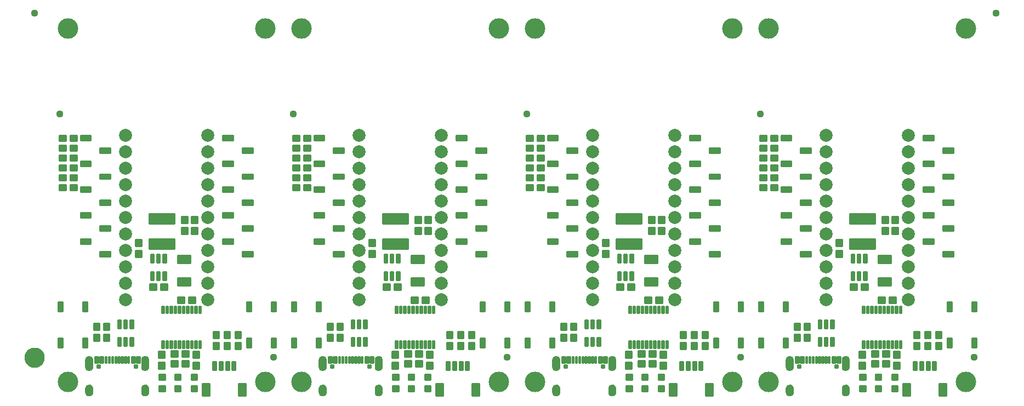
<source format=gts>
G04 EAGLE Gerber RS-274X export*
G75*
%MOMM*%
%FSLAX34Y34*%
%LPD*%
%INSoldermask Top*%
%IPPOS*%
%AMOC8*
5,1,8,0,0,1.08239X$1,22.5*%
G01*
%ADD10C,0.225588*%
%ADD11C,0.225369*%
%ADD12C,0.225400*%
%ADD13C,1.127000*%
%ADD14C,0.222250*%
%ADD15C,2.006600*%
%ADD16C,0.428259*%
%ADD17C,0.223409*%
%ADD18C,0.224509*%
%ADD19C,0.223519*%
%ADD20C,0.224709*%
%ADD21C,3.175000*%
%ADD22C,0.230578*%
%ADD23C,0.777000*%
%ADD24C,0.228600*%
%ADD25C,1.270000*%
%ADD26C,1.627000*%

G36*
X781044Y42883D02*
X781044Y42883D01*
X781050Y42889D01*
X781055Y42885D01*
X782285Y43250D01*
X782290Y43257D01*
X782295Y43255D01*
X783414Y43885D01*
X783417Y43892D01*
X783423Y43891D01*
X784373Y44754D01*
X784374Y44762D01*
X784380Y44762D01*
X785114Y45815D01*
X785114Y45823D01*
X785119Y45825D01*
X785601Y47015D01*
X785599Y47020D01*
X785603Y47023D01*
X785602Y47024D01*
X785604Y47025D01*
X785809Y48292D01*
X785806Y48297D01*
X785809Y48300D01*
X785809Y60300D01*
X785806Y60304D01*
X785809Y60307D01*
X785654Y61429D01*
X785649Y61434D01*
X785652Y61438D01*
X785281Y62509D01*
X785275Y62513D01*
X785277Y62518D01*
X784704Y63495D01*
X784698Y63498D01*
X784699Y63503D01*
X783946Y64350D01*
X783939Y64352D01*
X783939Y64357D01*
X783036Y65041D01*
X783029Y65041D01*
X783028Y65046D01*
X782009Y65541D01*
X782002Y65539D01*
X782000Y65544D01*
X780903Y65831D01*
X780897Y65828D01*
X780894Y65832D01*
X779763Y65899D01*
X779757Y65899D01*
X778626Y65832D01*
X778621Y65827D01*
X778617Y65831D01*
X777520Y65544D01*
X777516Y65538D01*
X777511Y65541D01*
X776492Y65046D01*
X776489Y65040D01*
X776484Y65041D01*
X775581Y64357D01*
X775579Y64350D01*
X775574Y64350D01*
X774821Y63503D01*
X774821Y63496D01*
X774816Y63495D01*
X774243Y62518D01*
X774244Y62515D01*
X774243Y62514D01*
X774244Y62513D01*
X774244Y62511D01*
X774239Y62509D01*
X773868Y61438D01*
X773870Y61433D01*
X773867Y61431D01*
X773867Y61430D01*
X773866Y61429D01*
X773711Y60307D01*
X773714Y60302D01*
X773711Y60300D01*
X773711Y48300D01*
X773714Y48295D01*
X773711Y48292D01*
X773916Y47025D01*
X773922Y47019D01*
X773919Y47015D01*
X774401Y45825D01*
X774408Y45821D01*
X774406Y45815D01*
X775140Y44762D01*
X775148Y44760D01*
X775147Y44754D01*
X776097Y43891D01*
X776106Y43890D01*
X776106Y43885D01*
X777225Y43255D01*
X777233Y43256D01*
X777235Y43250D01*
X778465Y42885D01*
X778473Y42888D01*
X778476Y42883D01*
X779757Y42801D01*
X779761Y42804D01*
X779763Y42801D01*
X781044Y42883D01*
G37*
G36*
X506764Y42883D02*
X506764Y42883D01*
X506770Y42889D01*
X506775Y42885D01*
X508005Y43250D01*
X508010Y43257D01*
X508015Y43255D01*
X509134Y43885D01*
X509137Y43892D01*
X509143Y43891D01*
X510093Y44754D01*
X510094Y44762D01*
X510100Y44762D01*
X510834Y45815D01*
X510834Y45823D01*
X510839Y45825D01*
X511321Y47015D01*
X511319Y47020D01*
X511323Y47023D01*
X511322Y47024D01*
X511324Y47025D01*
X511529Y48292D01*
X511526Y48297D01*
X511529Y48300D01*
X511529Y60300D01*
X511526Y60304D01*
X511529Y60307D01*
X511374Y61429D01*
X511369Y61434D01*
X511372Y61438D01*
X511001Y62509D01*
X510995Y62513D01*
X510997Y62518D01*
X510424Y63495D01*
X510418Y63498D01*
X510419Y63503D01*
X509666Y64350D01*
X509659Y64352D01*
X509659Y64357D01*
X508756Y65041D01*
X508749Y65041D01*
X508748Y65046D01*
X507729Y65541D01*
X507722Y65539D01*
X507720Y65544D01*
X506623Y65831D01*
X506617Y65828D01*
X506614Y65832D01*
X505483Y65899D01*
X505477Y65899D01*
X504346Y65832D01*
X504341Y65827D01*
X504337Y65831D01*
X503240Y65544D01*
X503236Y65538D01*
X503231Y65541D01*
X502212Y65046D01*
X502209Y65040D01*
X502204Y65041D01*
X501301Y64357D01*
X501299Y64350D01*
X501294Y64350D01*
X500541Y63503D01*
X500541Y63496D01*
X500536Y63495D01*
X499963Y62518D01*
X499964Y62515D01*
X499963Y62514D01*
X499964Y62513D01*
X499964Y62511D01*
X499959Y62509D01*
X499588Y61438D01*
X499590Y61433D01*
X499587Y61431D01*
X499587Y61430D01*
X499586Y61429D01*
X499431Y60307D01*
X499434Y60302D01*
X499431Y60300D01*
X499431Y48300D01*
X499434Y48295D01*
X499431Y48292D01*
X499636Y47025D01*
X499642Y47019D01*
X499639Y47015D01*
X500121Y45825D01*
X500128Y45821D01*
X500126Y45815D01*
X500860Y44762D01*
X500868Y44760D01*
X500867Y44754D01*
X501817Y43891D01*
X501826Y43890D01*
X501826Y43885D01*
X502945Y43255D01*
X502953Y43256D01*
X502955Y43250D01*
X504185Y42885D01*
X504193Y42888D01*
X504196Y42883D01*
X505477Y42801D01*
X505481Y42804D01*
X505483Y42801D01*
X506764Y42883D01*
G37*
G36*
X1228124Y42883D02*
X1228124Y42883D01*
X1228130Y42889D01*
X1228135Y42885D01*
X1229365Y43250D01*
X1229370Y43257D01*
X1229375Y43255D01*
X1230494Y43885D01*
X1230497Y43892D01*
X1230503Y43891D01*
X1231453Y44754D01*
X1231454Y44762D01*
X1231460Y44762D01*
X1232194Y45815D01*
X1232194Y45823D01*
X1232199Y45825D01*
X1232681Y47015D01*
X1232679Y47020D01*
X1232683Y47023D01*
X1232682Y47024D01*
X1232684Y47025D01*
X1232889Y48292D01*
X1232886Y48297D01*
X1232889Y48300D01*
X1232889Y60300D01*
X1232886Y60304D01*
X1232889Y60307D01*
X1232734Y61429D01*
X1232729Y61434D01*
X1232732Y61438D01*
X1232361Y62509D01*
X1232355Y62513D01*
X1232357Y62518D01*
X1231784Y63495D01*
X1231778Y63498D01*
X1231779Y63503D01*
X1231026Y64350D01*
X1231019Y64352D01*
X1231019Y64357D01*
X1230116Y65041D01*
X1230109Y65041D01*
X1230108Y65046D01*
X1229089Y65541D01*
X1229082Y65539D01*
X1229080Y65544D01*
X1227983Y65831D01*
X1227977Y65828D01*
X1227974Y65832D01*
X1226843Y65899D01*
X1226837Y65899D01*
X1225706Y65832D01*
X1225701Y65827D01*
X1225697Y65831D01*
X1224600Y65544D01*
X1224596Y65538D01*
X1224591Y65541D01*
X1223572Y65046D01*
X1223569Y65040D01*
X1223564Y65041D01*
X1222661Y64357D01*
X1222659Y64350D01*
X1222654Y64350D01*
X1221901Y63503D01*
X1221901Y63496D01*
X1221896Y63495D01*
X1221323Y62518D01*
X1221324Y62515D01*
X1221323Y62514D01*
X1221324Y62513D01*
X1221324Y62511D01*
X1221319Y62509D01*
X1220948Y61438D01*
X1220950Y61433D01*
X1220947Y61431D01*
X1220947Y61430D01*
X1220946Y61429D01*
X1220791Y60307D01*
X1220794Y60302D01*
X1220791Y60300D01*
X1220791Y48300D01*
X1220794Y48295D01*
X1220791Y48292D01*
X1220996Y47025D01*
X1221002Y47019D01*
X1220999Y47015D01*
X1221481Y45825D01*
X1221488Y45821D01*
X1221486Y45815D01*
X1222220Y44762D01*
X1222228Y44760D01*
X1222227Y44754D01*
X1223177Y43891D01*
X1223186Y43890D01*
X1223186Y43885D01*
X1224305Y43255D01*
X1224313Y43256D01*
X1224315Y43250D01*
X1225545Y42885D01*
X1225553Y42888D01*
X1225556Y42883D01*
X1226837Y42801D01*
X1226841Y42804D01*
X1226843Y42801D01*
X1228124Y42883D01*
G37*
G36*
X1141724Y42883D02*
X1141724Y42883D01*
X1141730Y42889D01*
X1141735Y42885D01*
X1142965Y43250D01*
X1142970Y43257D01*
X1142975Y43255D01*
X1144094Y43885D01*
X1144097Y43892D01*
X1144103Y43891D01*
X1145053Y44754D01*
X1145054Y44762D01*
X1145060Y44762D01*
X1145794Y45815D01*
X1145794Y45823D01*
X1145799Y45825D01*
X1146281Y47015D01*
X1146279Y47020D01*
X1146283Y47023D01*
X1146282Y47024D01*
X1146284Y47025D01*
X1146489Y48292D01*
X1146486Y48297D01*
X1146489Y48300D01*
X1146489Y60300D01*
X1146486Y60304D01*
X1146489Y60307D01*
X1146334Y61429D01*
X1146329Y61434D01*
X1146332Y61438D01*
X1145961Y62509D01*
X1145955Y62513D01*
X1145957Y62518D01*
X1145384Y63495D01*
X1145378Y63498D01*
X1145379Y63503D01*
X1144626Y64350D01*
X1144619Y64352D01*
X1144619Y64357D01*
X1143716Y65041D01*
X1143709Y65041D01*
X1143708Y65046D01*
X1142689Y65541D01*
X1142682Y65539D01*
X1142680Y65544D01*
X1141583Y65831D01*
X1141577Y65828D01*
X1141574Y65832D01*
X1140443Y65899D01*
X1140437Y65899D01*
X1139306Y65832D01*
X1139301Y65827D01*
X1139297Y65831D01*
X1138200Y65544D01*
X1138196Y65538D01*
X1138191Y65541D01*
X1137172Y65046D01*
X1137169Y65040D01*
X1137164Y65041D01*
X1136261Y64357D01*
X1136259Y64350D01*
X1136254Y64350D01*
X1135501Y63503D01*
X1135501Y63496D01*
X1135496Y63495D01*
X1134923Y62518D01*
X1134924Y62515D01*
X1134923Y62514D01*
X1134924Y62513D01*
X1134924Y62511D01*
X1134919Y62509D01*
X1134548Y61438D01*
X1134550Y61433D01*
X1134547Y61431D01*
X1134547Y61430D01*
X1134546Y61429D01*
X1134391Y60307D01*
X1134394Y60302D01*
X1134391Y60300D01*
X1134391Y48300D01*
X1134394Y48295D01*
X1134391Y48292D01*
X1134596Y47025D01*
X1134602Y47019D01*
X1134599Y47015D01*
X1135081Y45825D01*
X1135088Y45821D01*
X1135086Y45815D01*
X1135820Y44762D01*
X1135828Y44760D01*
X1135827Y44754D01*
X1136777Y43891D01*
X1136786Y43890D01*
X1136786Y43885D01*
X1137905Y43255D01*
X1137913Y43256D01*
X1137915Y43250D01*
X1139145Y42885D01*
X1139153Y42888D01*
X1139156Y42883D01*
X1140437Y42801D01*
X1140441Y42804D01*
X1140443Y42801D01*
X1141724Y42883D01*
G37*
G36*
X867444Y42883D02*
X867444Y42883D01*
X867450Y42889D01*
X867455Y42885D01*
X868685Y43250D01*
X868690Y43257D01*
X868695Y43255D01*
X869814Y43885D01*
X869817Y43892D01*
X869823Y43891D01*
X870773Y44754D01*
X870774Y44762D01*
X870780Y44762D01*
X871514Y45815D01*
X871514Y45823D01*
X871519Y45825D01*
X872001Y47015D01*
X871999Y47020D01*
X872003Y47023D01*
X872002Y47024D01*
X872004Y47025D01*
X872209Y48292D01*
X872206Y48297D01*
X872209Y48300D01*
X872209Y60300D01*
X872206Y60304D01*
X872209Y60307D01*
X872054Y61429D01*
X872049Y61434D01*
X872052Y61438D01*
X871681Y62509D01*
X871675Y62513D01*
X871677Y62518D01*
X871104Y63495D01*
X871098Y63498D01*
X871099Y63503D01*
X870346Y64350D01*
X870339Y64352D01*
X870339Y64357D01*
X869436Y65041D01*
X869429Y65041D01*
X869428Y65046D01*
X868409Y65541D01*
X868402Y65539D01*
X868400Y65544D01*
X867303Y65831D01*
X867297Y65828D01*
X867294Y65832D01*
X866163Y65899D01*
X866157Y65899D01*
X865026Y65832D01*
X865021Y65827D01*
X865017Y65831D01*
X863920Y65544D01*
X863916Y65538D01*
X863911Y65541D01*
X862892Y65046D01*
X862889Y65040D01*
X862884Y65041D01*
X861981Y64357D01*
X861979Y64350D01*
X861974Y64350D01*
X861221Y63503D01*
X861221Y63496D01*
X861216Y63495D01*
X860643Y62518D01*
X860644Y62515D01*
X860643Y62514D01*
X860644Y62513D01*
X860644Y62511D01*
X860639Y62509D01*
X860268Y61438D01*
X860270Y61433D01*
X860267Y61431D01*
X860267Y61430D01*
X860266Y61429D01*
X860111Y60307D01*
X860114Y60302D01*
X860111Y60300D01*
X860111Y48300D01*
X860114Y48295D01*
X860111Y48292D01*
X860316Y47025D01*
X860322Y47019D01*
X860319Y47015D01*
X860801Y45825D01*
X860808Y45821D01*
X860806Y45815D01*
X861540Y44762D01*
X861548Y44760D01*
X861547Y44754D01*
X862497Y43891D01*
X862506Y43890D01*
X862506Y43885D01*
X863625Y43255D01*
X863633Y43256D01*
X863635Y43250D01*
X864865Y42885D01*
X864873Y42888D01*
X864876Y42883D01*
X866157Y42801D01*
X866161Y42804D01*
X866163Y42801D01*
X867444Y42883D01*
G37*
G36*
X420364Y42883D02*
X420364Y42883D01*
X420370Y42889D01*
X420375Y42885D01*
X421605Y43250D01*
X421610Y43257D01*
X421615Y43255D01*
X422734Y43885D01*
X422737Y43892D01*
X422743Y43891D01*
X423693Y44754D01*
X423694Y44762D01*
X423700Y44762D01*
X424434Y45815D01*
X424434Y45823D01*
X424439Y45825D01*
X424921Y47015D01*
X424919Y47020D01*
X424923Y47023D01*
X424922Y47024D01*
X424924Y47025D01*
X425129Y48292D01*
X425126Y48297D01*
X425129Y48300D01*
X425129Y60300D01*
X425126Y60304D01*
X425129Y60307D01*
X424974Y61429D01*
X424969Y61434D01*
X424972Y61438D01*
X424601Y62509D01*
X424595Y62513D01*
X424597Y62518D01*
X424024Y63495D01*
X424018Y63498D01*
X424019Y63503D01*
X423266Y64350D01*
X423259Y64352D01*
X423259Y64357D01*
X422356Y65041D01*
X422349Y65041D01*
X422348Y65046D01*
X421329Y65541D01*
X421322Y65539D01*
X421320Y65544D01*
X420223Y65831D01*
X420217Y65828D01*
X420214Y65832D01*
X419083Y65899D01*
X419077Y65899D01*
X417946Y65832D01*
X417941Y65827D01*
X417937Y65831D01*
X416840Y65544D01*
X416836Y65538D01*
X416831Y65541D01*
X415812Y65046D01*
X415809Y65040D01*
X415804Y65041D01*
X414901Y64357D01*
X414899Y64350D01*
X414894Y64350D01*
X414141Y63503D01*
X414141Y63496D01*
X414136Y63495D01*
X413563Y62518D01*
X413564Y62515D01*
X413563Y62514D01*
X413564Y62513D01*
X413564Y62511D01*
X413559Y62509D01*
X413188Y61438D01*
X413190Y61433D01*
X413187Y61431D01*
X413187Y61430D01*
X413186Y61429D01*
X413031Y60307D01*
X413034Y60302D01*
X413031Y60300D01*
X413031Y48300D01*
X413034Y48295D01*
X413031Y48292D01*
X413236Y47025D01*
X413242Y47019D01*
X413239Y47015D01*
X413721Y45825D01*
X413728Y45821D01*
X413726Y45815D01*
X414460Y44762D01*
X414468Y44760D01*
X414467Y44754D01*
X415417Y43891D01*
X415426Y43890D01*
X415426Y43885D01*
X416545Y43255D01*
X416553Y43256D01*
X416555Y43250D01*
X417785Y42885D01*
X417793Y42888D01*
X417796Y42883D01*
X419077Y42801D01*
X419081Y42804D01*
X419083Y42801D01*
X420364Y42883D01*
G37*
G36*
X146084Y42883D02*
X146084Y42883D01*
X146090Y42889D01*
X146095Y42885D01*
X147325Y43250D01*
X147330Y43257D01*
X147335Y43255D01*
X148454Y43885D01*
X148457Y43892D01*
X148463Y43891D01*
X149413Y44754D01*
X149414Y44762D01*
X149420Y44762D01*
X150154Y45815D01*
X150154Y45823D01*
X150159Y45825D01*
X150641Y47015D01*
X150639Y47020D01*
X150643Y47023D01*
X150642Y47024D01*
X150644Y47025D01*
X150849Y48292D01*
X150846Y48297D01*
X150849Y48300D01*
X150849Y60300D01*
X150846Y60304D01*
X150849Y60307D01*
X150694Y61429D01*
X150689Y61434D01*
X150692Y61438D01*
X150321Y62509D01*
X150315Y62513D01*
X150317Y62518D01*
X149744Y63495D01*
X149738Y63498D01*
X149739Y63503D01*
X148986Y64350D01*
X148979Y64352D01*
X148979Y64357D01*
X148076Y65041D01*
X148069Y65041D01*
X148068Y65046D01*
X147049Y65541D01*
X147042Y65539D01*
X147040Y65544D01*
X145943Y65831D01*
X145937Y65828D01*
X145934Y65832D01*
X144803Y65899D01*
X144797Y65899D01*
X143666Y65832D01*
X143661Y65827D01*
X143657Y65831D01*
X142560Y65544D01*
X142556Y65538D01*
X142551Y65541D01*
X141532Y65046D01*
X141529Y65040D01*
X141524Y65041D01*
X140621Y64357D01*
X140619Y64350D01*
X140614Y64350D01*
X139861Y63503D01*
X139861Y63496D01*
X139856Y63495D01*
X139283Y62518D01*
X139284Y62515D01*
X139283Y62514D01*
X139284Y62513D01*
X139284Y62511D01*
X139279Y62509D01*
X138908Y61438D01*
X138910Y61433D01*
X138907Y61431D01*
X138907Y61430D01*
X138906Y61429D01*
X138751Y60307D01*
X138754Y60302D01*
X138751Y60300D01*
X138751Y48300D01*
X138754Y48295D01*
X138751Y48292D01*
X138956Y47025D01*
X138962Y47019D01*
X138959Y47015D01*
X139441Y45825D01*
X139448Y45821D01*
X139446Y45815D01*
X140180Y44762D01*
X140188Y44760D01*
X140187Y44754D01*
X141137Y43891D01*
X141146Y43890D01*
X141146Y43885D01*
X142265Y43255D01*
X142273Y43256D01*
X142275Y43250D01*
X143505Y42885D01*
X143513Y42888D01*
X143516Y42883D01*
X144797Y42801D01*
X144801Y42804D01*
X144803Y42801D01*
X146084Y42883D01*
G37*
G36*
X59684Y42883D02*
X59684Y42883D01*
X59690Y42889D01*
X59695Y42885D01*
X60925Y43250D01*
X60930Y43257D01*
X60935Y43255D01*
X62054Y43885D01*
X62057Y43892D01*
X62063Y43891D01*
X63013Y44754D01*
X63014Y44762D01*
X63020Y44762D01*
X63754Y45815D01*
X63754Y45823D01*
X63759Y45825D01*
X64241Y47015D01*
X64239Y47020D01*
X64243Y47023D01*
X64242Y47024D01*
X64244Y47025D01*
X64449Y48292D01*
X64446Y48297D01*
X64449Y48300D01*
X64449Y60300D01*
X64446Y60304D01*
X64449Y60307D01*
X64294Y61429D01*
X64289Y61434D01*
X64292Y61438D01*
X63921Y62509D01*
X63915Y62513D01*
X63917Y62518D01*
X63344Y63495D01*
X63338Y63498D01*
X63339Y63503D01*
X62586Y64350D01*
X62579Y64352D01*
X62579Y64357D01*
X61676Y65041D01*
X61669Y65041D01*
X61668Y65046D01*
X60649Y65541D01*
X60642Y65539D01*
X60640Y65544D01*
X59543Y65831D01*
X59537Y65828D01*
X59534Y65832D01*
X58403Y65899D01*
X58397Y65899D01*
X57266Y65832D01*
X57261Y65827D01*
X57257Y65831D01*
X56160Y65544D01*
X56156Y65538D01*
X56151Y65541D01*
X55132Y65046D01*
X55129Y65040D01*
X55124Y65041D01*
X54221Y64357D01*
X54219Y64350D01*
X54214Y64350D01*
X53461Y63503D01*
X53461Y63496D01*
X53456Y63495D01*
X52883Y62518D01*
X52884Y62515D01*
X52883Y62514D01*
X52884Y62513D01*
X52884Y62511D01*
X52879Y62509D01*
X52508Y61438D01*
X52510Y61433D01*
X52507Y61431D01*
X52507Y61430D01*
X52506Y61429D01*
X52351Y60307D01*
X52354Y60302D01*
X52351Y60300D01*
X52351Y48300D01*
X52354Y48295D01*
X52351Y48292D01*
X52556Y47025D01*
X52562Y47019D01*
X52559Y47015D01*
X53041Y45825D01*
X53048Y45821D01*
X53046Y45815D01*
X53780Y44762D01*
X53788Y44760D01*
X53787Y44754D01*
X54737Y43891D01*
X54746Y43890D01*
X54746Y43885D01*
X55865Y43255D01*
X55873Y43256D01*
X55875Y43250D01*
X57105Y42885D01*
X57113Y42888D01*
X57116Y42883D01*
X58397Y42801D01*
X58401Y42804D01*
X58403Y42801D01*
X59684Y42883D01*
G37*
G36*
X780931Y3611D02*
X780931Y3611D01*
X780936Y3616D01*
X780940Y3613D01*
X782063Y3948D01*
X782067Y3954D01*
X782071Y3952D01*
X783107Y4500D01*
X783110Y4506D01*
X783115Y4505D01*
X784023Y5244D01*
X784025Y5251D01*
X784030Y5251D01*
X784777Y6153D01*
X784777Y6161D01*
X784783Y6161D01*
X785339Y7192D01*
X785338Y7199D01*
X785343Y7201D01*
X785687Y8320D01*
X785685Y8327D01*
X785689Y8330D01*
X785809Y9495D01*
X785807Y9498D01*
X785809Y9500D01*
X785809Y15500D01*
X785807Y15503D01*
X785809Y15505D01*
X785698Y16681D01*
X785693Y16686D01*
X785696Y16690D01*
X785358Y17822D01*
X785352Y17826D01*
X785354Y17831D01*
X784802Y18875D01*
X784795Y18878D01*
X784797Y18883D01*
X784051Y19799D01*
X784044Y19800D01*
X784044Y19806D01*
X783135Y20559D01*
X783127Y20559D01*
X783127Y20564D01*
X782087Y21125D01*
X782080Y21124D01*
X782078Y21129D01*
X780949Y21476D01*
X780943Y21474D01*
X780940Y21478D01*
X779765Y21599D01*
X779758Y21595D01*
X779754Y21599D01*
X778414Y21442D01*
X778408Y21437D01*
X778403Y21440D01*
X777132Y20989D01*
X777127Y20982D01*
X777122Y20984D01*
X775983Y20262D01*
X775980Y20254D01*
X775974Y20255D01*
X775024Y19297D01*
X775023Y19289D01*
X775017Y19288D01*
X774304Y18143D01*
X774305Y18135D01*
X774299Y18133D01*
X773859Y16857D01*
X773861Y16850D01*
X773857Y16847D01*
X773711Y15505D01*
X773713Y15502D01*
X773711Y15500D01*
X773711Y9500D01*
X773713Y9497D01*
X773711Y9494D01*
X773866Y8165D01*
X773872Y8159D01*
X773869Y8155D01*
X774316Y6894D01*
X774323Y6889D01*
X774321Y6884D01*
X775038Y5754D01*
X775045Y5751D01*
X775044Y5745D01*
X775995Y4803D01*
X776003Y4802D01*
X776003Y4796D01*
X777139Y4089D01*
X777147Y4090D01*
X777149Y4084D01*
X778414Y3648D01*
X778419Y3649D01*
X778420Y3649D01*
X778423Y3649D01*
X778425Y3645D01*
X779755Y3501D01*
X779761Y3505D01*
X779765Y3501D01*
X780931Y3611D01*
G37*
G36*
X1141611Y3611D02*
X1141611Y3611D01*
X1141616Y3616D01*
X1141620Y3613D01*
X1142743Y3948D01*
X1142747Y3954D01*
X1142751Y3952D01*
X1143787Y4500D01*
X1143790Y4506D01*
X1143795Y4505D01*
X1144703Y5244D01*
X1144705Y5251D01*
X1144710Y5251D01*
X1145457Y6153D01*
X1145457Y6161D01*
X1145463Y6161D01*
X1146019Y7192D01*
X1146018Y7199D01*
X1146023Y7201D01*
X1146367Y8320D01*
X1146365Y8327D01*
X1146369Y8330D01*
X1146489Y9495D01*
X1146487Y9498D01*
X1146489Y9500D01*
X1146489Y15500D01*
X1146487Y15503D01*
X1146489Y15505D01*
X1146378Y16681D01*
X1146373Y16686D01*
X1146376Y16690D01*
X1146038Y17822D01*
X1146032Y17826D01*
X1146034Y17831D01*
X1145482Y18875D01*
X1145475Y18878D01*
X1145477Y18883D01*
X1144731Y19799D01*
X1144724Y19800D01*
X1144724Y19806D01*
X1143815Y20559D01*
X1143807Y20559D01*
X1143807Y20564D01*
X1142767Y21125D01*
X1142760Y21124D01*
X1142758Y21129D01*
X1141629Y21476D01*
X1141623Y21474D01*
X1141620Y21478D01*
X1140445Y21599D01*
X1140438Y21595D01*
X1140434Y21599D01*
X1139094Y21442D01*
X1139088Y21437D01*
X1139083Y21440D01*
X1137812Y20989D01*
X1137807Y20982D01*
X1137802Y20984D01*
X1136663Y20262D01*
X1136660Y20254D01*
X1136654Y20255D01*
X1135704Y19297D01*
X1135703Y19289D01*
X1135697Y19288D01*
X1134984Y18143D01*
X1134985Y18135D01*
X1134979Y18133D01*
X1134539Y16857D01*
X1134541Y16850D01*
X1134537Y16847D01*
X1134391Y15505D01*
X1134393Y15502D01*
X1134391Y15500D01*
X1134391Y9500D01*
X1134393Y9497D01*
X1134391Y9494D01*
X1134546Y8165D01*
X1134552Y8159D01*
X1134549Y8155D01*
X1134996Y6894D01*
X1135003Y6889D01*
X1135001Y6884D01*
X1135718Y5754D01*
X1135725Y5751D01*
X1135724Y5745D01*
X1136675Y4803D01*
X1136683Y4802D01*
X1136683Y4796D01*
X1137819Y4089D01*
X1137827Y4090D01*
X1137829Y4084D01*
X1139094Y3648D01*
X1139099Y3649D01*
X1139100Y3649D01*
X1139103Y3649D01*
X1139105Y3645D01*
X1140435Y3501D01*
X1140441Y3505D01*
X1140445Y3501D01*
X1141611Y3611D01*
G37*
G36*
X1228011Y3611D02*
X1228011Y3611D01*
X1228016Y3616D01*
X1228020Y3613D01*
X1229143Y3948D01*
X1229147Y3954D01*
X1229151Y3952D01*
X1230187Y4500D01*
X1230190Y4506D01*
X1230195Y4505D01*
X1231103Y5244D01*
X1231105Y5251D01*
X1231110Y5251D01*
X1231857Y6153D01*
X1231857Y6161D01*
X1231863Y6161D01*
X1232419Y7192D01*
X1232418Y7199D01*
X1232423Y7201D01*
X1232767Y8320D01*
X1232765Y8327D01*
X1232769Y8330D01*
X1232889Y9495D01*
X1232887Y9498D01*
X1232889Y9500D01*
X1232889Y15500D01*
X1232887Y15503D01*
X1232889Y15505D01*
X1232778Y16681D01*
X1232773Y16686D01*
X1232776Y16690D01*
X1232438Y17822D01*
X1232432Y17826D01*
X1232434Y17831D01*
X1231882Y18875D01*
X1231875Y18878D01*
X1231877Y18883D01*
X1231131Y19799D01*
X1231124Y19800D01*
X1231124Y19806D01*
X1230215Y20559D01*
X1230207Y20559D01*
X1230207Y20564D01*
X1229167Y21125D01*
X1229160Y21124D01*
X1229158Y21129D01*
X1228029Y21476D01*
X1228023Y21474D01*
X1228020Y21478D01*
X1226845Y21599D01*
X1226838Y21595D01*
X1226834Y21599D01*
X1225494Y21442D01*
X1225488Y21437D01*
X1225483Y21440D01*
X1224212Y20989D01*
X1224207Y20982D01*
X1224202Y20984D01*
X1223063Y20262D01*
X1223060Y20254D01*
X1223054Y20255D01*
X1222104Y19297D01*
X1222103Y19289D01*
X1222097Y19288D01*
X1221384Y18143D01*
X1221385Y18135D01*
X1221379Y18133D01*
X1220939Y16857D01*
X1220941Y16850D01*
X1220937Y16847D01*
X1220791Y15505D01*
X1220793Y15502D01*
X1220791Y15500D01*
X1220791Y9500D01*
X1220793Y9497D01*
X1220791Y9494D01*
X1220946Y8165D01*
X1220952Y8159D01*
X1220949Y8155D01*
X1221396Y6894D01*
X1221403Y6889D01*
X1221401Y6884D01*
X1222118Y5754D01*
X1222125Y5751D01*
X1222124Y5745D01*
X1223075Y4803D01*
X1223083Y4802D01*
X1223083Y4796D01*
X1224219Y4089D01*
X1224227Y4090D01*
X1224229Y4084D01*
X1225494Y3648D01*
X1225499Y3649D01*
X1225500Y3649D01*
X1225503Y3649D01*
X1225505Y3645D01*
X1226835Y3501D01*
X1226841Y3505D01*
X1226845Y3501D01*
X1228011Y3611D01*
G37*
G36*
X506651Y3611D02*
X506651Y3611D01*
X506656Y3616D01*
X506660Y3613D01*
X507783Y3948D01*
X507787Y3954D01*
X507791Y3952D01*
X508827Y4500D01*
X508830Y4506D01*
X508835Y4505D01*
X509743Y5244D01*
X509745Y5251D01*
X509750Y5251D01*
X510497Y6153D01*
X510497Y6161D01*
X510503Y6161D01*
X511059Y7192D01*
X511058Y7199D01*
X511063Y7201D01*
X511407Y8320D01*
X511405Y8327D01*
X511409Y8330D01*
X511529Y9495D01*
X511527Y9498D01*
X511529Y9500D01*
X511529Y15500D01*
X511527Y15503D01*
X511529Y15505D01*
X511418Y16681D01*
X511413Y16686D01*
X511416Y16690D01*
X511078Y17822D01*
X511072Y17826D01*
X511074Y17831D01*
X510522Y18875D01*
X510515Y18878D01*
X510517Y18883D01*
X509771Y19799D01*
X509764Y19800D01*
X509764Y19806D01*
X508855Y20559D01*
X508847Y20559D01*
X508847Y20564D01*
X507807Y21125D01*
X507800Y21124D01*
X507798Y21129D01*
X506669Y21476D01*
X506663Y21474D01*
X506660Y21478D01*
X505485Y21599D01*
X505478Y21595D01*
X505474Y21599D01*
X504134Y21442D01*
X504128Y21437D01*
X504123Y21440D01*
X502852Y20989D01*
X502847Y20982D01*
X502842Y20984D01*
X501703Y20262D01*
X501700Y20254D01*
X501694Y20255D01*
X500744Y19297D01*
X500743Y19289D01*
X500737Y19288D01*
X500024Y18143D01*
X500025Y18135D01*
X500019Y18133D01*
X499579Y16857D01*
X499581Y16850D01*
X499577Y16847D01*
X499431Y15505D01*
X499433Y15502D01*
X499431Y15500D01*
X499431Y9500D01*
X499433Y9497D01*
X499431Y9494D01*
X499586Y8165D01*
X499592Y8159D01*
X499589Y8155D01*
X500036Y6894D01*
X500043Y6889D01*
X500041Y6884D01*
X500758Y5754D01*
X500765Y5751D01*
X500764Y5745D01*
X501715Y4803D01*
X501723Y4802D01*
X501723Y4796D01*
X502859Y4089D01*
X502867Y4090D01*
X502869Y4084D01*
X504134Y3648D01*
X504139Y3649D01*
X504140Y3649D01*
X504143Y3649D01*
X504145Y3645D01*
X505475Y3501D01*
X505481Y3505D01*
X505485Y3501D01*
X506651Y3611D01*
G37*
G36*
X867331Y3611D02*
X867331Y3611D01*
X867336Y3616D01*
X867340Y3613D01*
X868463Y3948D01*
X868467Y3954D01*
X868471Y3952D01*
X869507Y4500D01*
X869510Y4506D01*
X869515Y4505D01*
X870423Y5244D01*
X870425Y5251D01*
X870430Y5251D01*
X871177Y6153D01*
X871177Y6161D01*
X871183Y6161D01*
X871739Y7192D01*
X871738Y7199D01*
X871743Y7201D01*
X872087Y8320D01*
X872085Y8327D01*
X872089Y8330D01*
X872209Y9495D01*
X872207Y9498D01*
X872209Y9500D01*
X872209Y15500D01*
X872207Y15503D01*
X872209Y15505D01*
X872098Y16681D01*
X872093Y16686D01*
X872096Y16690D01*
X871758Y17822D01*
X871752Y17826D01*
X871754Y17831D01*
X871202Y18875D01*
X871195Y18878D01*
X871197Y18883D01*
X870451Y19799D01*
X870444Y19800D01*
X870444Y19806D01*
X869535Y20559D01*
X869527Y20559D01*
X869527Y20564D01*
X868487Y21125D01*
X868480Y21124D01*
X868478Y21129D01*
X867349Y21476D01*
X867343Y21474D01*
X867340Y21478D01*
X866165Y21599D01*
X866158Y21595D01*
X866154Y21599D01*
X864814Y21442D01*
X864808Y21437D01*
X864803Y21440D01*
X863532Y20989D01*
X863527Y20982D01*
X863522Y20984D01*
X862383Y20262D01*
X862380Y20254D01*
X862374Y20255D01*
X861424Y19297D01*
X861423Y19289D01*
X861417Y19288D01*
X860704Y18143D01*
X860705Y18135D01*
X860699Y18133D01*
X860259Y16857D01*
X860261Y16850D01*
X860257Y16847D01*
X860111Y15505D01*
X860113Y15502D01*
X860111Y15500D01*
X860111Y9500D01*
X860113Y9497D01*
X860111Y9494D01*
X860266Y8165D01*
X860272Y8159D01*
X860269Y8155D01*
X860716Y6894D01*
X860723Y6889D01*
X860721Y6884D01*
X861438Y5754D01*
X861445Y5751D01*
X861444Y5745D01*
X862395Y4803D01*
X862403Y4802D01*
X862403Y4796D01*
X863539Y4089D01*
X863547Y4090D01*
X863549Y4084D01*
X864814Y3648D01*
X864819Y3649D01*
X864820Y3649D01*
X864823Y3649D01*
X864825Y3645D01*
X866155Y3501D01*
X866161Y3505D01*
X866165Y3501D01*
X867331Y3611D01*
G37*
G36*
X145971Y3611D02*
X145971Y3611D01*
X145976Y3616D01*
X145980Y3613D01*
X147103Y3948D01*
X147107Y3954D01*
X147111Y3952D01*
X148147Y4500D01*
X148150Y4506D01*
X148155Y4505D01*
X149063Y5244D01*
X149065Y5251D01*
X149070Y5251D01*
X149817Y6153D01*
X149817Y6161D01*
X149823Y6161D01*
X150379Y7192D01*
X150378Y7199D01*
X150383Y7201D01*
X150727Y8320D01*
X150725Y8327D01*
X150729Y8330D01*
X150849Y9495D01*
X150847Y9498D01*
X150849Y9500D01*
X150849Y15500D01*
X150847Y15503D01*
X150849Y15505D01*
X150738Y16681D01*
X150733Y16686D01*
X150736Y16690D01*
X150398Y17822D01*
X150392Y17826D01*
X150394Y17831D01*
X149842Y18875D01*
X149835Y18878D01*
X149837Y18883D01*
X149091Y19799D01*
X149084Y19800D01*
X149084Y19806D01*
X148175Y20559D01*
X148167Y20559D01*
X148167Y20564D01*
X147127Y21125D01*
X147120Y21124D01*
X147118Y21129D01*
X145989Y21476D01*
X145983Y21474D01*
X145980Y21478D01*
X144805Y21599D01*
X144798Y21595D01*
X144794Y21599D01*
X143454Y21442D01*
X143448Y21437D01*
X143443Y21440D01*
X142172Y20989D01*
X142167Y20982D01*
X142162Y20984D01*
X141023Y20262D01*
X141020Y20254D01*
X141014Y20255D01*
X140064Y19297D01*
X140063Y19289D01*
X140057Y19288D01*
X139344Y18143D01*
X139345Y18135D01*
X139339Y18133D01*
X138899Y16857D01*
X138901Y16850D01*
X138897Y16847D01*
X138751Y15505D01*
X138753Y15502D01*
X138751Y15500D01*
X138751Y9500D01*
X138753Y9497D01*
X138751Y9494D01*
X138906Y8165D01*
X138912Y8159D01*
X138909Y8155D01*
X139356Y6894D01*
X139363Y6889D01*
X139361Y6884D01*
X140078Y5754D01*
X140085Y5751D01*
X140084Y5745D01*
X141035Y4803D01*
X141043Y4802D01*
X141043Y4796D01*
X142179Y4089D01*
X142187Y4090D01*
X142189Y4084D01*
X143454Y3648D01*
X143459Y3649D01*
X143460Y3649D01*
X143463Y3649D01*
X143465Y3645D01*
X144795Y3501D01*
X144801Y3505D01*
X144805Y3501D01*
X145971Y3611D01*
G37*
G36*
X59571Y3611D02*
X59571Y3611D01*
X59576Y3616D01*
X59580Y3613D01*
X60703Y3948D01*
X60707Y3954D01*
X60711Y3952D01*
X61747Y4500D01*
X61750Y4506D01*
X61755Y4505D01*
X62663Y5244D01*
X62665Y5251D01*
X62670Y5251D01*
X63417Y6153D01*
X63417Y6161D01*
X63423Y6161D01*
X63979Y7192D01*
X63978Y7199D01*
X63983Y7201D01*
X64327Y8320D01*
X64325Y8327D01*
X64329Y8330D01*
X64449Y9495D01*
X64447Y9498D01*
X64449Y9500D01*
X64449Y15500D01*
X64447Y15503D01*
X64449Y15505D01*
X64338Y16681D01*
X64333Y16686D01*
X64336Y16690D01*
X63998Y17822D01*
X63992Y17826D01*
X63994Y17831D01*
X63442Y18875D01*
X63435Y18878D01*
X63437Y18883D01*
X62691Y19799D01*
X62684Y19800D01*
X62684Y19806D01*
X61775Y20559D01*
X61767Y20559D01*
X61767Y20564D01*
X60727Y21125D01*
X60720Y21124D01*
X60718Y21129D01*
X59589Y21476D01*
X59583Y21474D01*
X59580Y21478D01*
X58405Y21599D01*
X58398Y21595D01*
X58394Y21599D01*
X57054Y21442D01*
X57048Y21437D01*
X57043Y21440D01*
X55772Y20989D01*
X55767Y20982D01*
X55762Y20984D01*
X54623Y20262D01*
X54620Y20254D01*
X54614Y20255D01*
X53664Y19297D01*
X53663Y19289D01*
X53657Y19288D01*
X52944Y18143D01*
X52945Y18135D01*
X52939Y18133D01*
X52499Y16857D01*
X52501Y16850D01*
X52497Y16847D01*
X52351Y15505D01*
X52353Y15502D01*
X52351Y15500D01*
X52351Y9500D01*
X52353Y9497D01*
X52351Y9494D01*
X52506Y8165D01*
X52512Y8159D01*
X52509Y8155D01*
X52956Y6894D01*
X52963Y6889D01*
X52961Y6884D01*
X53678Y5754D01*
X53685Y5751D01*
X53684Y5745D01*
X54635Y4803D01*
X54643Y4802D01*
X54643Y4796D01*
X55779Y4089D01*
X55787Y4090D01*
X55789Y4084D01*
X57054Y3648D01*
X57059Y3649D01*
X57060Y3649D01*
X57063Y3649D01*
X57065Y3645D01*
X58395Y3501D01*
X58401Y3505D01*
X58405Y3501D01*
X59571Y3611D01*
G37*
G36*
X420251Y3611D02*
X420251Y3611D01*
X420256Y3616D01*
X420260Y3613D01*
X421383Y3948D01*
X421387Y3954D01*
X421391Y3952D01*
X422427Y4500D01*
X422430Y4506D01*
X422435Y4505D01*
X423343Y5244D01*
X423345Y5251D01*
X423350Y5251D01*
X424097Y6153D01*
X424097Y6161D01*
X424103Y6161D01*
X424659Y7192D01*
X424658Y7199D01*
X424663Y7201D01*
X425007Y8320D01*
X425005Y8327D01*
X425009Y8330D01*
X425129Y9495D01*
X425127Y9498D01*
X425129Y9500D01*
X425129Y15500D01*
X425127Y15503D01*
X425129Y15505D01*
X425018Y16681D01*
X425013Y16686D01*
X425016Y16690D01*
X424678Y17822D01*
X424672Y17826D01*
X424674Y17831D01*
X424122Y18875D01*
X424115Y18878D01*
X424117Y18883D01*
X423371Y19799D01*
X423364Y19800D01*
X423364Y19806D01*
X422455Y20559D01*
X422447Y20559D01*
X422447Y20564D01*
X421407Y21125D01*
X421400Y21124D01*
X421398Y21129D01*
X420269Y21476D01*
X420263Y21474D01*
X420260Y21478D01*
X419085Y21599D01*
X419078Y21595D01*
X419074Y21599D01*
X417734Y21442D01*
X417728Y21437D01*
X417723Y21440D01*
X416452Y20989D01*
X416447Y20982D01*
X416442Y20984D01*
X415303Y20262D01*
X415300Y20254D01*
X415294Y20255D01*
X414344Y19297D01*
X414343Y19289D01*
X414337Y19288D01*
X413624Y18143D01*
X413625Y18135D01*
X413619Y18133D01*
X413179Y16857D01*
X413181Y16850D01*
X413177Y16847D01*
X413031Y15505D01*
X413033Y15502D01*
X413031Y15500D01*
X413031Y9500D01*
X413033Y9497D01*
X413031Y9494D01*
X413186Y8165D01*
X413192Y8159D01*
X413189Y8155D01*
X413636Y6894D01*
X413643Y6889D01*
X413641Y6884D01*
X414358Y5754D01*
X414365Y5751D01*
X414364Y5745D01*
X415315Y4803D01*
X415323Y4802D01*
X415323Y4796D01*
X416459Y4089D01*
X416467Y4090D01*
X416469Y4084D01*
X417734Y3648D01*
X417739Y3649D01*
X417740Y3649D01*
X417743Y3649D01*
X417745Y3645D01*
X419075Y3501D01*
X419081Y3505D01*
X419085Y3501D01*
X420251Y3611D01*
G37*
D10*
X244207Y4543D02*
X233193Y4543D01*
X233193Y23557D01*
X244207Y23557D01*
X244207Y4543D01*
X244207Y6686D02*
X233193Y6686D01*
X233193Y8829D02*
X244207Y8829D01*
X244207Y10972D02*
X233193Y10972D01*
X233193Y13115D02*
X244207Y13115D01*
X244207Y15258D02*
X233193Y15258D01*
X233193Y17401D02*
X244207Y17401D01*
X244207Y19544D02*
X233193Y19544D01*
X233193Y21687D02*
X244207Y21687D01*
X289193Y4543D02*
X300207Y4543D01*
X289193Y4543D02*
X289193Y23557D01*
X300207Y23557D01*
X300207Y4543D01*
X300207Y6686D02*
X289193Y6686D01*
X289193Y8829D02*
X300207Y8829D01*
X300207Y10972D02*
X289193Y10972D01*
X289193Y13115D02*
X300207Y13115D01*
X300207Y15258D02*
X289193Y15258D01*
X289193Y17401D02*
X300207Y17401D01*
X300207Y19544D02*
X289193Y19544D01*
X289193Y21687D02*
X300207Y21687D01*
D11*
X254208Y44542D02*
X249192Y44542D01*
X249192Y57058D01*
X254208Y57058D01*
X254208Y44542D01*
X254208Y46683D02*
X249192Y46683D01*
X249192Y48824D02*
X254208Y48824D01*
X254208Y50965D02*
X249192Y50965D01*
X249192Y53106D02*
X254208Y53106D01*
X254208Y55247D02*
X249192Y55247D01*
X259192Y44542D02*
X264208Y44542D01*
X259192Y44542D02*
X259192Y57058D01*
X264208Y57058D01*
X264208Y44542D01*
X264208Y46683D02*
X259192Y46683D01*
X259192Y48824D02*
X264208Y48824D01*
X264208Y50965D02*
X259192Y50965D01*
X259192Y53106D02*
X264208Y53106D01*
X264208Y55247D02*
X259192Y55247D01*
X269192Y44542D02*
X274208Y44542D01*
X269192Y44542D02*
X269192Y57058D01*
X274208Y57058D01*
X274208Y44542D01*
X274208Y46683D02*
X269192Y46683D01*
X269192Y48824D02*
X274208Y48824D01*
X274208Y50965D02*
X269192Y50965D01*
X269192Y53106D02*
X274208Y53106D01*
X274208Y55247D02*
X269192Y55247D01*
X279192Y44542D02*
X284208Y44542D01*
X279192Y44542D02*
X279192Y57058D01*
X284208Y57058D01*
X284208Y44542D01*
X284208Y46683D02*
X279192Y46683D01*
X279192Y48824D02*
X284208Y48824D01*
X284208Y50965D02*
X279192Y50965D01*
X279192Y53106D02*
X284208Y53106D01*
X284208Y55247D02*
X279192Y55247D01*
D12*
X266764Y93662D02*
X266764Y103678D01*
X275780Y103678D01*
X275780Y93662D01*
X266764Y93662D01*
X266764Y95803D02*
X275780Y95803D01*
X275780Y97944D02*
X266764Y97944D01*
X266764Y100085D02*
X275780Y100085D01*
X275780Y102226D02*
X266764Y102226D01*
X266764Y86678D02*
X266764Y76662D01*
X266764Y86678D02*
X275780Y86678D01*
X275780Y76662D01*
X266764Y76662D01*
X266764Y78803D02*
X275780Y78803D01*
X275780Y80944D02*
X266764Y80944D01*
X266764Y83085D02*
X275780Y83085D01*
X275780Y85226D02*
X266764Y85226D01*
X283782Y93662D02*
X283782Y103678D01*
X292798Y103678D01*
X292798Y93662D01*
X283782Y93662D01*
X283782Y95803D02*
X292798Y95803D01*
X292798Y97944D02*
X283782Y97944D01*
X283782Y100085D02*
X292798Y100085D01*
X292798Y102226D02*
X283782Y102226D01*
X283782Y86678D02*
X283782Y76662D01*
X283782Y86678D02*
X292798Y86678D01*
X292798Y76662D01*
X283782Y76662D01*
X283782Y78803D02*
X292798Y78803D01*
X292798Y80944D02*
X283782Y80944D01*
X283782Y83085D02*
X292798Y83085D01*
X292798Y85226D02*
X283782Y85226D01*
D13*
X12700Y439420D03*
X342900Y63500D03*
D14*
X17304Y93504D02*
X10636Y93504D01*
X17304Y93504D02*
X17304Y79216D01*
X10636Y79216D01*
X10636Y93504D01*
X10636Y81328D02*
X17304Y81328D01*
X17304Y83440D02*
X10636Y83440D01*
X10636Y85552D02*
X17304Y85552D01*
X17304Y87664D02*
X10636Y87664D01*
X10636Y89776D02*
X17304Y89776D01*
X17304Y91888D02*
X10636Y91888D01*
X10636Y149384D02*
X17304Y149384D01*
X17304Y135096D01*
X10636Y135096D01*
X10636Y149384D01*
X10636Y137208D02*
X17304Y137208D01*
X17304Y139320D02*
X10636Y139320D01*
X10636Y141432D02*
X17304Y141432D01*
X17304Y143544D02*
X10636Y143544D01*
X10636Y145656D02*
X17304Y145656D01*
X17304Y147768D02*
X10636Y147768D01*
X48736Y93504D02*
X55404Y93504D01*
X55404Y79216D01*
X48736Y79216D01*
X48736Y93504D01*
X48736Y81328D02*
X55404Y81328D01*
X55404Y83440D02*
X48736Y83440D01*
X48736Y85552D02*
X55404Y85552D01*
X55404Y87664D02*
X48736Y87664D01*
X48736Y89776D02*
X55404Y89776D01*
X55404Y91888D02*
X48736Y91888D01*
X48736Y149384D02*
X55404Y149384D01*
X55404Y135096D01*
X48736Y135096D01*
X48736Y149384D01*
X48736Y137208D02*
X55404Y137208D01*
X55404Y139320D02*
X48736Y139320D01*
X48736Y141432D02*
X55404Y141432D01*
X55404Y143544D02*
X48736Y143544D01*
X48736Y145656D02*
X55404Y145656D01*
X55404Y147768D02*
X48736Y147768D01*
X339566Y135096D02*
X346234Y135096D01*
X339566Y135096D02*
X339566Y149384D01*
X346234Y149384D01*
X346234Y135096D01*
X346234Y137208D02*
X339566Y137208D01*
X339566Y139320D02*
X346234Y139320D01*
X346234Y141432D02*
X339566Y141432D01*
X339566Y143544D02*
X346234Y143544D01*
X346234Y145656D02*
X339566Y145656D01*
X339566Y147768D02*
X346234Y147768D01*
X346234Y79216D02*
X339566Y79216D01*
X339566Y93504D01*
X346234Y93504D01*
X346234Y79216D01*
X346234Y81328D02*
X339566Y81328D01*
X339566Y83440D02*
X346234Y83440D01*
X346234Y85552D02*
X339566Y85552D01*
X339566Y87664D02*
X346234Y87664D01*
X346234Y89776D02*
X339566Y89776D01*
X339566Y91888D02*
X346234Y91888D01*
X308134Y135096D02*
X301466Y135096D01*
X301466Y149384D01*
X308134Y149384D01*
X308134Y135096D01*
X308134Y137208D02*
X301466Y137208D01*
X301466Y139320D02*
X308134Y139320D01*
X308134Y141432D02*
X301466Y141432D01*
X301466Y143544D02*
X308134Y143544D01*
X308134Y145656D02*
X301466Y145656D01*
X301466Y147768D02*
X308134Y147768D01*
X308134Y79216D02*
X301466Y79216D01*
X301466Y93504D01*
X308134Y93504D01*
X308134Y79216D01*
X308134Y81328D02*
X301466Y81328D01*
X301466Y83440D02*
X308134Y83440D01*
X308134Y85552D02*
X301466Y85552D01*
X301466Y87664D02*
X308134Y87664D01*
X308134Y89776D02*
X301466Y89776D01*
X301466Y91888D02*
X308134Y91888D01*
D15*
X241300Y406400D03*
X241300Y381000D03*
X241300Y355600D03*
X241300Y330200D03*
X241300Y304800D03*
X241300Y279400D03*
X241300Y254000D03*
X241300Y228600D03*
X241300Y203200D03*
X241300Y177800D03*
X114300Y406400D03*
X114300Y381000D03*
X114300Y355600D03*
X114300Y330200D03*
X114300Y304800D03*
X114300Y279400D03*
X114300Y254000D03*
X114300Y228600D03*
X114300Y203200D03*
X114300Y177800D03*
D12*
X218758Y72944D02*
X218758Y62928D01*
X218758Y72944D02*
X227774Y72944D01*
X227774Y62928D01*
X218758Y62928D01*
X218758Y65069D02*
X227774Y65069D01*
X227774Y67210D02*
X218758Y67210D01*
X218758Y69351D02*
X227774Y69351D01*
X227774Y71492D02*
X218758Y71492D01*
X218758Y55944D02*
X218758Y45928D01*
X218758Y55944D02*
X227774Y55944D01*
X227774Y45928D01*
X218758Y45928D01*
X218758Y48069D02*
X227774Y48069D01*
X227774Y50210D02*
X218758Y50210D01*
X218758Y52351D02*
X227774Y52351D01*
X227774Y54492D02*
X218758Y54492D01*
D16*
X198566Y19108D02*
X191578Y19108D01*
X198566Y19108D02*
X198566Y12120D01*
X191578Y12120D01*
X191578Y19108D01*
X191578Y16189D02*
X198566Y16189D01*
X198566Y36648D02*
X191578Y36648D01*
X198566Y36648D02*
X198566Y29660D01*
X191578Y29660D01*
X191578Y36648D01*
X191578Y33729D02*
X198566Y33729D01*
X216978Y19108D02*
X223966Y19108D01*
X223966Y12120D01*
X216978Y12120D01*
X216978Y19108D01*
X216978Y16189D02*
X223966Y16189D01*
X223966Y36648D02*
X216978Y36648D01*
X223966Y36648D02*
X223966Y29660D01*
X216978Y29660D01*
X216978Y36648D01*
X216978Y33729D02*
X223966Y33729D01*
D12*
X249746Y93662D02*
X249746Y103678D01*
X258762Y103678D01*
X258762Y93662D01*
X249746Y93662D01*
X249746Y95803D02*
X258762Y95803D01*
X258762Y97944D02*
X249746Y97944D01*
X249746Y100085D02*
X258762Y100085D01*
X258762Y102226D02*
X249746Y102226D01*
X249746Y86678D02*
X249746Y76662D01*
X249746Y86678D02*
X258762Y86678D01*
X258762Y76662D01*
X249746Y76662D01*
X249746Y78803D02*
X258762Y78803D01*
X258762Y80944D02*
X249746Y80944D01*
X249746Y83085D02*
X258762Y83085D01*
X258762Y85226D02*
X249746Y85226D01*
D17*
X157868Y183181D02*
X153332Y183181D01*
X153332Y195717D01*
X157868Y195717D01*
X157868Y183181D01*
X157868Y185303D02*
X153332Y185303D01*
X153332Y187425D02*
X157868Y187425D01*
X157868Y189547D02*
X153332Y189547D01*
X153332Y191669D02*
X157868Y191669D01*
X157868Y193791D02*
X153332Y193791D01*
X162832Y183181D02*
X167368Y183181D01*
X162832Y183181D02*
X162832Y195717D01*
X167368Y195717D01*
X167368Y183181D01*
X167368Y185303D02*
X162832Y185303D01*
X162832Y187425D02*
X167368Y187425D01*
X167368Y189547D02*
X162832Y189547D01*
X162832Y191669D02*
X167368Y191669D01*
X167368Y193791D02*
X162832Y193791D01*
X172332Y183181D02*
X176868Y183181D01*
X172332Y183181D02*
X172332Y195717D01*
X176868Y195717D01*
X176868Y183181D01*
X176868Y185303D02*
X172332Y185303D01*
X172332Y187425D02*
X176868Y187425D01*
X176868Y189547D02*
X172332Y189547D01*
X172332Y191669D02*
X176868Y191669D01*
X176868Y193791D02*
X172332Y193791D01*
X172332Y210683D02*
X176868Y210683D01*
X172332Y210683D02*
X172332Y223219D01*
X176868Y223219D01*
X176868Y210683D01*
X176868Y212805D02*
X172332Y212805D01*
X172332Y214927D02*
X176868Y214927D01*
X176868Y217049D02*
X172332Y217049D01*
X172332Y219171D02*
X176868Y219171D01*
X176868Y221293D02*
X172332Y221293D01*
X167368Y210683D02*
X162832Y210683D01*
X162832Y223219D01*
X167368Y223219D01*
X167368Y210683D01*
X167368Y212805D02*
X162832Y212805D01*
X162832Y214927D02*
X167368Y214927D01*
X167368Y217049D02*
X162832Y217049D01*
X162832Y219171D02*
X167368Y219171D01*
X167368Y221293D02*
X162832Y221293D01*
X157868Y210683D02*
X153332Y210683D01*
X153332Y223219D01*
X157868Y223219D01*
X157868Y210683D01*
X157868Y212805D02*
X153332Y212805D01*
X153332Y214927D02*
X157868Y214927D01*
X157868Y217049D02*
X153332Y217049D01*
X153332Y219171D02*
X157868Y219171D01*
X157868Y221293D02*
X153332Y221293D01*
D18*
X150667Y231567D02*
X189693Y231567D01*
X150667Y231567D02*
X150667Y246593D01*
X189693Y246593D01*
X189693Y231567D01*
X189693Y233700D02*
X150667Y233700D01*
X150667Y235833D02*
X189693Y235833D01*
X189693Y237966D02*
X150667Y237966D01*
X150667Y240099D02*
X189693Y240099D01*
X189693Y242232D02*
X150667Y242232D01*
X150667Y244365D02*
X189693Y244365D01*
X189693Y246498D02*
X150667Y246498D01*
X150667Y270567D02*
X189693Y270567D01*
X150667Y270567D02*
X150667Y285593D01*
X189693Y285593D01*
X189693Y270567D01*
X189693Y272700D02*
X150667Y272700D01*
X150667Y274833D02*
X189693Y274833D01*
X189693Y276966D02*
X150667Y276966D01*
X150667Y279099D02*
X189693Y279099D01*
X189693Y281232D02*
X150667Y281232D01*
X150667Y283365D02*
X189693Y283365D01*
X189693Y285498D02*
X150667Y285498D01*
D12*
X139128Y228918D02*
X139128Y218902D01*
X130112Y218902D01*
X130112Y228918D01*
X139128Y228918D01*
X139128Y221043D02*
X130112Y221043D01*
X130112Y223184D02*
X139128Y223184D01*
X139128Y225325D02*
X130112Y225325D01*
X130112Y227466D02*
X139128Y227466D01*
X139128Y235902D02*
X139128Y245918D01*
X139128Y235902D02*
X130112Y235902D01*
X130112Y245918D01*
X139128Y245918D01*
X139128Y238043D02*
X130112Y238043D01*
X130112Y240184D02*
X139128Y240184D01*
X139128Y242325D02*
X130112Y242325D01*
X130112Y244466D02*
X139128Y244466D01*
X216472Y271462D02*
X216472Y281478D01*
X225488Y281478D01*
X225488Y271462D01*
X216472Y271462D01*
X216472Y273603D02*
X225488Y273603D01*
X225488Y275744D02*
X216472Y275744D01*
X216472Y277885D02*
X225488Y277885D01*
X225488Y280026D02*
X216472Y280026D01*
X216472Y264478D02*
X216472Y254462D01*
X216472Y264478D02*
X225488Y264478D01*
X225488Y254462D01*
X216472Y254462D01*
X216472Y256603D02*
X225488Y256603D01*
X225488Y258744D02*
X216472Y258744D01*
X216472Y260885D02*
X225488Y260885D01*
X225488Y263026D02*
X216472Y263026D01*
X201232Y271462D02*
X201232Y281478D01*
X210248Y281478D01*
X210248Y271462D01*
X201232Y271462D01*
X201232Y273603D02*
X210248Y273603D01*
X210248Y275744D02*
X201232Y275744D01*
X201232Y277885D02*
X210248Y277885D01*
X210248Y280026D02*
X201232Y280026D01*
X201232Y264478D02*
X201232Y254462D01*
X201232Y264478D02*
X210248Y264478D01*
X210248Y254462D01*
X201232Y254462D01*
X201232Y256603D02*
X210248Y256603D01*
X210248Y258744D02*
X201232Y258744D01*
X201232Y260885D02*
X210248Y260885D01*
X210248Y263026D02*
X201232Y263026D01*
D19*
X214288Y186438D02*
X214288Y174702D01*
X194652Y174702D01*
X194652Y186438D01*
X214288Y186438D01*
X214288Y176825D02*
X194652Y176825D01*
X194652Y178948D02*
X214288Y178948D01*
X214288Y181071D02*
X194652Y181071D01*
X194652Y183194D02*
X214288Y183194D01*
X214288Y185317D02*
X194652Y185317D01*
X214288Y209802D02*
X214288Y221538D01*
X214288Y209802D02*
X194652Y209802D01*
X194652Y221538D01*
X214288Y221538D01*
X214288Y211925D02*
X194652Y211925D01*
X194652Y214048D02*
X214288Y214048D01*
X214288Y216171D02*
X194652Y216171D01*
X194652Y218294D02*
X214288Y218294D01*
X214288Y220417D02*
X194652Y220417D01*
D12*
X161608Y168212D02*
X151592Y168212D01*
X151592Y177228D01*
X161608Y177228D01*
X161608Y168212D01*
X161608Y170353D02*
X151592Y170353D01*
X151592Y172494D02*
X161608Y172494D01*
X161608Y174635D02*
X151592Y174635D01*
X151592Y176776D02*
X161608Y176776D01*
X168592Y168212D02*
X178608Y168212D01*
X168592Y168212D02*
X168592Y177228D01*
X178608Y177228D01*
X178608Y168212D01*
X178608Y170353D02*
X168592Y170353D01*
X168592Y172494D02*
X178608Y172494D01*
X178608Y174635D02*
X168592Y174635D01*
X168592Y176776D02*
X178608Y176776D01*
D20*
X60812Y399438D02*
X60812Y406962D01*
X60812Y399438D02*
X44788Y399438D01*
X44788Y406962D01*
X60812Y406962D01*
X60812Y401573D02*
X44788Y401573D01*
X44788Y403708D02*
X60812Y403708D01*
X60812Y405843D02*
X44788Y405843D01*
X90812Y386962D02*
X90812Y379438D01*
X74788Y379438D01*
X74788Y386962D01*
X90812Y386962D01*
X90812Y381573D02*
X74788Y381573D01*
X74788Y383708D02*
X90812Y383708D01*
X90812Y385843D02*
X74788Y385843D01*
X60812Y366962D02*
X60812Y359438D01*
X44788Y359438D01*
X44788Y366962D01*
X60812Y366962D01*
X60812Y361573D02*
X44788Y361573D01*
X44788Y363708D02*
X60812Y363708D01*
X60812Y365843D02*
X44788Y365843D01*
X90812Y346962D02*
X90812Y339438D01*
X74788Y339438D01*
X74788Y346962D01*
X90812Y346962D01*
X90812Y341573D02*
X74788Y341573D01*
X74788Y343708D02*
X90812Y343708D01*
X90812Y345843D02*
X74788Y345843D01*
X60812Y326962D02*
X60812Y319438D01*
X44788Y319438D01*
X44788Y326962D01*
X60812Y326962D01*
X60812Y321573D02*
X44788Y321573D01*
X44788Y323708D02*
X60812Y323708D01*
X60812Y325843D02*
X44788Y325843D01*
X90812Y306962D02*
X90812Y299438D01*
X74788Y299438D01*
X74788Y306962D01*
X90812Y306962D01*
X90812Y301573D02*
X74788Y301573D01*
X74788Y303708D02*
X90812Y303708D01*
X90812Y305843D02*
X74788Y305843D01*
X60812Y286962D02*
X60812Y279438D01*
X44788Y279438D01*
X44788Y286962D01*
X60812Y286962D01*
X60812Y281573D02*
X44788Y281573D01*
X44788Y283708D02*
X60812Y283708D01*
X60812Y285843D02*
X44788Y285843D01*
X90812Y266962D02*
X90812Y259438D01*
X74788Y259438D01*
X74788Y266962D01*
X90812Y266962D01*
X90812Y261573D02*
X74788Y261573D01*
X74788Y263708D02*
X90812Y263708D01*
X90812Y265843D02*
X74788Y265843D01*
X60812Y246962D02*
X60812Y239438D01*
X44788Y239438D01*
X44788Y246962D01*
X60812Y246962D01*
X60812Y241573D02*
X44788Y241573D01*
X44788Y243708D02*
X60812Y243708D01*
X60812Y245843D02*
X44788Y245843D01*
X90812Y226962D02*
X90812Y219438D01*
X74788Y219438D01*
X74788Y226962D01*
X90812Y226962D01*
X90812Y221573D02*
X74788Y221573D01*
X74788Y223708D02*
X90812Y223708D01*
X90812Y225843D02*
X74788Y225843D01*
X310812Y226962D02*
X310812Y219438D01*
X294788Y219438D01*
X294788Y226962D01*
X310812Y226962D01*
X310812Y221573D02*
X294788Y221573D01*
X294788Y223708D02*
X310812Y223708D01*
X310812Y225843D02*
X294788Y225843D01*
X280812Y239438D02*
X280812Y246962D01*
X280812Y239438D02*
X264788Y239438D01*
X264788Y246962D01*
X280812Y246962D01*
X280812Y241573D02*
X264788Y241573D01*
X264788Y243708D02*
X280812Y243708D01*
X280812Y245843D02*
X264788Y245843D01*
X310812Y259438D02*
X310812Y266962D01*
X310812Y259438D02*
X294788Y259438D01*
X294788Y266962D01*
X310812Y266962D01*
X310812Y261573D02*
X294788Y261573D01*
X294788Y263708D02*
X310812Y263708D01*
X310812Y265843D02*
X294788Y265843D01*
X280812Y279438D02*
X280812Y286962D01*
X280812Y279438D02*
X264788Y279438D01*
X264788Y286962D01*
X280812Y286962D01*
X280812Y281573D02*
X264788Y281573D01*
X264788Y283708D02*
X280812Y283708D01*
X280812Y285843D02*
X264788Y285843D01*
X310812Y299438D02*
X310812Y306962D01*
X310812Y299438D02*
X294788Y299438D01*
X294788Y306962D01*
X310812Y306962D01*
X310812Y301573D02*
X294788Y301573D01*
X294788Y303708D02*
X310812Y303708D01*
X310812Y305843D02*
X294788Y305843D01*
X280812Y319438D02*
X280812Y326962D01*
X280812Y319438D02*
X264788Y319438D01*
X264788Y326962D01*
X280812Y326962D01*
X280812Y321573D02*
X264788Y321573D01*
X264788Y323708D02*
X280812Y323708D01*
X280812Y325843D02*
X264788Y325843D01*
X310812Y339438D02*
X310812Y346962D01*
X310812Y339438D02*
X294788Y339438D01*
X294788Y346962D01*
X310812Y346962D01*
X310812Y341573D02*
X294788Y341573D01*
X294788Y343708D02*
X310812Y343708D01*
X310812Y345843D02*
X294788Y345843D01*
X280812Y359438D02*
X280812Y366962D01*
X280812Y359438D02*
X264788Y359438D01*
X264788Y366962D01*
X280812Y366962D01*
X280812Y361573D02*
X264788Y361573D01*
X264788Y363708D02*
X280812Y363708D01*
X280812Y365843D02*
X264788Y365843D01*
X310812Y379438D02*
X310812Y386962D01*
X310812Y379438D02*
X294788Y379438D01*
X294788Y386962D01*
X310812Y386962D01*
X310812Y381573D02*
X294788Y381573D01*
X294788Y383708D02*
X310812Y383708D01*
X310812Y385843D02*
X294788Y385843D01*
X280812Y399438D02*
X280812Y406962D01*
X280812Y399438D02*
X264788Y399438D01*
X264788Y406962D01*
X280812Y406962D01*
X280812Y401573D02*
X264788Y401573D01*
X264788Y403708D02*
X280812Y403708D01*
X280812Y405843D02*
X264788Y405843D01*
D12*
X38908Y330898D02*
X28892Y330898D01*
X38908Y330898D02*
X38908Y321882D01*
X28892Y321882D01*
X28892Y330898D01*
X28892Y324023D02*
X38908Y324023D01*
X38908Y326164D02*
X28892Y326164D01*
X28892Y328305D02*
X38908Y328305D01*
X38908Y330446D02*
X28892Y330446D01*
X21908Y330898D02*
X11892Y330898D01*
X21908Y330898D02*
X21908Y321882D01*
X11892Y321882D01*
X11892Y330898D01*
X11892Y324023D02*
X21908Y324023D01*
X21908Y326164D02*
X11892Y326164D01*
X11892Y328305D02*
X21908Y328305D01*
X21908Y330446D02*
X11892Y330446D01*
X28892Y376618D02*
X38908Y376618D01*
X38908Y367602D01*
X28892Y367602D01*
X28892Y376618D01*
X28892Y369743D02*
X38908Y369743D01*
X38908Y371884D02*
X28892Y371884D01*
X28892Y374025D02*
X38908Y374025D01*
X38908Y376166D02*
X28892Y376166D01*
X21908Y376618D02*
X11892Y376618D01*
X21908Y376618D02*
X21908Y367602D01*
X11892Y367602D01*
X11892Y376618D01*
X11892Y369743D02*
X21908Y369743D01*
X21908Y371884D02*
X11892Y371884D01*
X11892Y374025D02*
X21908Y374025D01*
X21908Y376166D02*
X11892Y376166D01*
X28892Y361378D02*
X38908Y361378D01*
X38908Y352362D01*
X28892Y352362D01*
X28892Y361378D01*
X28892Y354503D02*
X38908Y354503D01*
X38908Y356644D02*
X28892Y356644D01*
X28892Y358785D02*
X38908Y358785D01*
X38908Y360926D02*
X28892Y360926D01*
X21908Y361378D02*
X11892Y361378D01*
X21908Y361378D02*
X21908Y352362D01*
X11892Y352362D01*
X11892Y361378D01*
X11892Y354503D02*
X21908Y354503D01*
X21908Y356644D02*
X11892Y356644D01*
X11892Y358785D02*
X21908Y358785D01*
X21908Y360926D02*
X11892Y360926D01*
X28892Y346138D02*
X38908Y346138D01*
X38908Y337122D01*
X28892Y337122D01*
X28892Y346138D01*
X28892Y339263D02*
X38908Y339263D01*
X38908Y341404D02*
X28892Y341404D01*
X28892Y343545D02*
X38908Y343545D01*
X38908Y345686D02*
X28892Y345686D01*
X21908Y346138D02*
X11892Y346138D01*
X21908Y346138D02*
X21908Y337122D01*
X11892Y337122D01*
X11892Y346138D01*
X11892Y339263D02*
X21908Y339263D01*
X21908Y341404D02*
X11892Y341404D01*
X11892Y343545D02*
X21908Y343545D01*
X21908Y345686D02*
X11892Y345686D01*
D21*
X330200Y571500D03*
X330200Y25400D03*
X25400Y571500D03*
X25400Y25400D03*
D16*
X167448Y19108D02*
X174436Y19108D01*
X174436Y12120D01*
X167448Y12120D01*
X167448Y19108D01*
X167448Y16189D02*
X174436Y16189D01*
X174436Y36648D02*
X167448Y36648D01*
X174436Y36648D02*
X174436Y29660D01*
X167448Y29660D01*
X167448Y36648D01*
X167448Y33729D02*
X174436Y33729D01*
D12*
X165672Y63182D02*
X165672Y73198D01*
X174688Y73198D01*
X174688Y63182D01*
X165672Y63182D01*
X165672Y65323D02*
X174688Y65323D01*
X174688Y67464D02*
X165672Y67464D01*
X165672Y69605D02*
X174688Y69605D01*
X174688Y71746D02*
X165672Y71746D01*
X165672Y56198D02*
X165672Y46182D01*
X165672Y56198D02*
X174688Y56198D01*
X174688Y46182D01*
X165672Y46182D01*
X165672Y48323D02*
X174688Y48323D01*
X174688Y50464D02*
X165672Y50464D01*
X165672Y52605D02*
X174688Y52605D01*
X174688Y54746D02*
X165672Y54746D01*
D22*
X110082Y55618D02*
X108118Y55618D01*
X108118Y64582D01*
X110082Y64582D01*
X110082Y55618D01*
X110082Y57809D02*
X108118Y57809D01*
X108118Y60000D02*
X110082Y60000D01*
X110082Y62191D02*
X108118Y62191D01*
X108118Y64382D02*
X110082Y64382D01*
X105082Y55618D02*
X103118Y55618D01*
X103118Y64582D01*
X105082Y64582D01*
X105082Y55618D01*
X105082Y57809D02*
X103118Y57809D01*
X103118Y60000D02*
X105082Y60000D01*
X105082Y62191D02*
X103118Y62191D01*
X103118Y64382D02*
X105082Y64382D01*
D11*
X131342Y55592D02*
X136358Y55592D01*
X131342Y55592D02*
X131342Y64608D01*
X136358Y64608D01*
X136358Y55592D01*
X136358Y57733D02*
X131342Y57733D01*
X131342Y59874D02*
X136358Y59874D01*
X136358Y62015D02*
X131342Y62015D01*
X131342Y64156D02*
X136358Y64156D01*
X128608Y55592D02*
X123592Y55592D01*
X123592Y64608D01*
X128608Y64608D01*
X128608Y55592D01*
X128608Y57733D02*
X123592Y57733D01*
X123592Y59874D02*
X128608Y59874D01*
X128608Y62015D02*
X123592Y62015D01*
X123592Y64156D02*
X128608Y64156D01*
D22*
X120082Y55618D02*
X118118Y55618D01*
X118118Y64582D01*
X120082Y64582D01*
X120082Y55618D01*
X120082Y57809D02*
X118118Y57809D01*
X118118Y60000D02*
X120082Y60000D01*
X120082Y62191D02*
X118118Y62191D01*
X118118Y64382D02*
X120082Y64382D01*
X115082Y55618D02*
X113118Y55618D01*
X113118Y64582D01*
X115082Y64582D01*
X115082Y55618D01*
X115082Y57809D02*
X113118Y57809D01*
X113118Y60000D02*
X115082Y60000D01*
X115082Y62191D02*
X113118Y62191D01*
X113118Y64382D02*
X115082Y64382D01*
X95082Y64582D02*
X93118Y64582D01*
X95082Y64582D02*
X95082Y55618D01*
X93118Y55618D01*
X93118Y64582D01*
X93118Y57809D02*
X95082Y57809D01*
X95082Y60000D02*
X93118Y60000D01*
X93118Y62191D02*
X95082Y62191D01*
X95082Y64382D02*
X93118Y64382D01*
X98118Y64582D02*
X100082Y64582D01*
X100082Y55618D01*
X98118Y55618D01*
X98118Y64582D01*
X98118Y57809D02*
X100082Y57809D01*
X100082Y60000D02*
X98118Y60000D01*
X98118Y62191D02*
X100082Y62191D01*
X100082Y64382D02*
X98118Y64382D01*
D11*
X71858Y64608D02*
X66842Y64608D01*
X71858Y64608D02*
X71858Y55592D01*
X66842Y55592D01*
X66842Y64608D01*
X66842Y57733D02*
X71858Y57733D01*
X71858Y59874D02*
X66842Y59874D01*
X66842Y62015D02*
X71858Y62015D01*
X71858Y64156D02*
X66842Y64156D01*
X74592Y64608D02*
X79608Y64608D01*
X79608Y55592D01*
X74592Y55592D01*
X74592Y64608D01*
X74592Y57733D02*
X79608Y57733D01*
X79608Y59874D02*
X74592Y59874D01*
X74592Y62015D02*
X79608Y62015D01*
X79608Y64156D02*
X74592Y64156D01*
D22*
X83118Y64582D02*
X85082Y64582D01*
X85082Y55618D01*
X83118Y55618D01*
X83118Y64582D01*
X83118Y57809D02*
X85082Y57809D01*
X85082Y60000D02*
X83118Y60000D01*
X83118Y62191D02*
X85082Y62191D01*
X85082Y64382D02*
X83118Y64382D01*
X88118Y64582D02*
X90082Y64582D01*
X90082Y55618D01*
X88118Y55618D01*
X88118Y64582D01*
X88118Y57809D02*
X90082Y57809D01*
X90082Y60000D02*
X88118Y60000D01*
X88118Y62191D02*
X90082Y62191D01*
X90082Y64382D02*
X88118Y64382D01*
D23*
X72700Y49050D03*
X130500Y49050D03*
D12*
X65342Y106362D02*
X65342Y116378D01*
X74358Y116378D01*
X74358Y106362D01*
X65342Y106362D01*
X65342Y108503D02*
X74358Y108503D01*
X74358Y110644D02*
X65342Y110644D01*
X65342Y112785D02*
X74358Y112785D01*
X74358Y114926D02*
X65342Y114926D01*
X65342Y99378D02*
X65342Y89362D01*
X65342Y99378D02*
X74358Y99378D01*
X74358Y89362D01*
X65342Y89362D01*
X65342Y91503D02*
X74358Y91503D01*
X74358Y93644D02*
X65342Y93644D01*
X65342Y95785D02*
X74358Y95785D01*
X74358Y97926D02*
X65342Y97926D01*
X80582Y106362D02*
X80582Y116378D01*
X89598Y116378D01*
X89598Y106362D01*
X80582Y106362D01*
X80582Y108503D02*
X89598Y108503D01*
X89598Y110644D02*
X80582Y110644D01*
X80582Y112785D02*
X89598Y112785D01*
X89598Y114926D02*
X80582Y114926D01*
X80582Y99378D02*
X80582Y89362D01*
X80582Y99378D02*
X89598Y99378D01*
X89598Y89362D01*
X80582Y89362D01*
X80582Y91503D02*
X89598Y91503D01*
X89598Y93644D02*
X80582Y93644D01*
X80582Y95785D02*
X89598Y95785D01*
X89598Y97926D02*
X80582Y97926D01*
D17*
X121532Y121619D02*
X126068Y121619D01*
X126068Y109083D01*
X121532Y109083D01*
X121532Y121619D01*
X121532Y111205D02*
X126068Y111205D01*
X126068Y113327D02*
X121532Y113327D01*
X121532Y115449D02*
X126068Y115449D01*
X126068Y117571D02*
X121532Y117571D01*
X121532Y119693D02*
X126068Y119693D01*
X116568Y121619D02*
X112032Y121619D01*
X116568Y121619D02*
X116568Y109083D01*
X112032Y109083D01*
X112032Y121619D01*
X112032Y111205D02*
X116568Y111205D01*
X116568Y113327D02*
X112032Y113327D01*
X112032Y115449D02*
X116568Y115449D01*
X116568Y117571D02*
X112032Y117571D01*
X112032Y119693D02*
X116568Y119693D01*
X107068Y121619D02*
X102532Y121619D01*
X107068Y121619D02*
X107068Y109083D01*
X102532Y109083D01*
X102532Y121619D01*
X102532Y111205D02*
X107068Y111205D01*
X107068Y113327D02*
X102532Y113327D01*
X102532Y115449D02*
X107068Y115449D01*
X107068Y117571D02*
X102532Y117571D01*
X102532Y119693D02*
X107068Y119693D01*
X107068Y94117D02*
X102532Y94117D01*
X107068Y94117D02*
X107068Y81581D01*
X102532Y81581D01*
X102532Y94117D01*
X102532Y83703D02*
X107068Y83703D01*
X107068Y85825D02*
X102532Y85825D01*
X102532Y87947D02*
X107068Y87947D01*
X107068Y90069D02*
X102532Y90069D01*
X102532Y92191D02*
X107068Y92191D01*
X112032Y94117D02*
X116568Y94117D01*
X116568Y81581D01*
X112032Y81581D01*
X112032Y94117D01*
X112032Y83703D02*
X116568Y83703D01*
X116568Y85825D02*
X112032Y85825D01*
X112032Y87947D02*
X116568Y87947D01*
X116568Y90069D02*
X112032Y90069D01*
X112032Y92191D02*
X116568Y92191D01*
X121532Y94117D02*
X126068Y94117D01*
X126068Y81581D01*
X121532Y81581D01*
X121532Y94117D01*
X121532Y83703D02*
X126068Y83703D01*
X126068Y85825D02*
X121532Y85825D01*
X121532Y87947D02*
X126068Y87947D01*
X126068Y90069D02*
X121532Y90069D01*
X121532Y92191D02*
X126068Y92191D01*
D24*
X202438Y88900D02*
X205232Y88900D01*
X205232Y78486D01*
X202438Y78486D01*
X202438Y88900D01*
X202438Y80658D02*
X205232Y80658D01*
X205232Y82830D02*
X202438Y82830D01*
X202438Y85002D02*
X205232Y85002D01*
X205232Y87174D02*
X202438Y87174D01*
X198882Y88900D02*
X196088Y88900D01*
X198882Y88900D02*
X198882Y78486D01*
X196088Y78486D01*
X196088Y88900D01*
X196088Y80658D02*
X198882Y80658D01*
X198882Y82830D02*
X196088Y82830D01*
X196088Y85002D02*
X198882Y85002D01*
X198882Y87174D02*
X196088Y87174D01*
X192532Y88900D02*
X189738Y88900D01*
X192532Y88900D02*
X192532Y78486D01*
X189738Y78486D01*
X189738Y88900D01*
X189738Y80658D02*
X192532Y80658D01*
X192532Y82830D02*
X189738Y82830D01*
X189738Y85002D02*
X192532Y85002D01*
X192532Y87174D02*
X189738Y87174D01*
X186182Y88900D02*
X183388Y88900D01*
X186182Y88900D02*
X186182Y78486D01*
X183388Y78486D01*
X183388Y88900D01*
X183388Y80658D02*
X186182Y80658D01*
X186182Y82830D02*
X183388Y82830D01*
X183388Y85002D02*
X186182Y85002D01*
X186182Y87174D02*
X183388Y87174D01*
X179832Y88900D02*
X177038Y88900D01*
X179832Y88900D02*
X179832Y78486D01*
X177038Y78486D01*
X177038Y88900D01*
X177038Y80658D02*
X179832Y80658D01*
X179832Y82830D02*
X177038Y82830D01*
X177038Y85002D02*
X179832Y85002D01*
X179832Y87174D02*
X177038Y87174D01*
X173482Y88900D02*
X170688Y88900D01*
X173482Y88900D02*
X173482Y78486D01*
X170688Y78486D01*
X170688Y88900D01*
X170688Y80658D02*
X173482Y80658D01*
X173482Y82830D02*
X170688Y82830D01*
X170688Y85002D02*
X173482Y85002D01*
X173482Y87174D02*
X170688Y87174D01*
X208788Y88900D02*
X211582Y88900D01*
X211582Y78486D01*
X208788Y78486D01*
X208788Y88900D01*
X208788Y80658D02*
X211582Y80658D01*
X211582Y82830D02*
X208788Y82830D01*
X208788Y85002D02*
X211582Y85002D01*
X211582Y87174D02*
X208788Y87174D01*
X215138Y88900D02*
X217932Y88900D01*
X217932Y78486D01*
X215138Y78486D01*
X215138Y88900D01*
X215138Y80658D02*
X217932Y80658D01*
X217932Y82830D02*
X215138Y82830D01*
X215138Y85002D02*
X217932Y85002D01*
X217932Y87174D02*
X215138Y87174D01*
X221488Y88900D02*
X224282Y88900D01*
X224282Y78486D01*
X221488Y78486D01*
X221488Y88900D01*
X221488Y80658D02*
X224282Y80658D01*
X224282Y82830D02*
X221488Y82830D01*
X221488Y85002D02*
X224282Y85002D01*
X224282Y87174D02*
X221488Y87174D01*
X227838Y88900D02*
X230632Y88900D01*
X230632Y78486D01*
X227838Y78486D01*
X227838Y88900D01*
X227838Y80658D02*
X230632Y80658D01*
X230632Y82830D02*
X227838Y82830D01*
X227838Y85002D02*
X230632Y85002D01*
X230632Y87174D02*
X227838Y87174D01*
X198882Y132080D02*
X196088Y132080D01*
X196088Y142494D01*
X198882Y142494D01*
X198882Y132080D01*
X198882Y134252D02*
X196088Y134252D01*
X196088Y136424D02*
X198882Y136424D01*
X198882Y138596D02*
X196088Y138596D01*
X196088Y140768D02*
X198882Y140768D01*
X202438Y132080D02*
X205232Y132080D01*
X202438Y132080D02*
X202438Y142494D01*
X205232Y142494D01*
X205232Y132080D01*
X205232Y134252D02*
X202438Y134252D01*
X202438Y136424D02*
X205232Y136424D01*
X205232Y138596D02*
X202438Y138596D01*
X202438Y140768D02*
X205232Y140768D01*
X208788Y132080D02*
X211582Y132080D01*
X208788Y132080D02*
X208788Y142494D01*
X211582Y142494D01*
X211582Y132080D01*
X211582Y134252D02*
X208788Y134252D01*
X208788Y136424D02*
X211582Y136424D01*
X211582Y138596D02*
X208788Y138596D01*
X208788Y140768D02*
X211582Y140768D01*
X215138Y132080D02*
X217932Y132080D01*
X215138Y132080D02*
X215138Y142494D01*
X217932Y142494D01*
X217932Y132080D01*
X217932Y134252D02*
X215138Y134252D01*
X215138Y136424D02*
X217932Y136424D01*
X217932Y138596D02*
X215138Y138596D01*
X215138Y140768D02*
X217932Y140768D01*
X221488Y132080D02*
X224282Y132080D01*
X221488Y132080D02*
X221488Y142494D01*
X224282Y142494D01*
X224282Y132080D01*
X224282Y134252D02*
X221488Y134252D01*
X221488Y136424D02*
X224282Y136424D01*
X224282Y138596D02*
X221488Y138596D01*
X221488Y140768D02*
X224282Y140768D01*
X227838Y132080D02*
X230632Y132080D01*
X227838Y132080D02*
X227838Y142494D01*
X230632Y142494D01*
X230632Y132080D01*
X230632Y134252D02*
X227838Y134252D01*
X227838Y136424D02*
X230632Y136424D01*
X230632Y138596D02*
X227838Y138596D01*
X227838Y140768D02*
X230632Y140768D01*
X192532Y132080D02*
X189738Y132080D01*
X189738Y142494D01*
X192532Y142494D01*
X192532Y132080D01*
X192532Y134252D02*
X189738Y134252D01*
X189738Y136424D02*
X192532Y136424D01*
X192532Y138596D02*
X189738Y138596D01*
X189738Y140768D02*
X192532Y140768D01*
X186182Y132080D02*
X183388Y132080D01*
X183388Y142494D01*
X186182Y142494D01*
X186182Y132080D01*
X186182Y134252D02*
X183388Y134252D01*
X183388Y136424D02*
X186182Y136424D01*
X186182Y138596D02*
X183388Y138596D01*
X183388Y140768D02*
X186182Y140768D01*
X179832Y132080D02*
X177038Y132080D01*
X177038Y142494D01*
X179832Y142494D01*
X179832Y132080D01*
X179832Y134252D02*
X177038Y134252D01*
X177038Y136424D02*
X179832Y136424D01*
X179832Y138596D02*
X177038Y138596D01*
X177038Y140768D02*
X179832Y140768D01*
X173482Y132080D02*
X170688Y132080D01*
X170688Y142494D01*
X173482Y142494D01*
X173482Y132080D01*
X173482Y134252D02*
X170688Y134252D01*
X170688Y136424D02*
X173482Y136424D01*
X173482Y138596D02*
X170688Y138596D01*
X170688Y140768D02*
X173482Y140768D01*
D12*
X211772Y156908D02*
X221788Y156908D01*
X221788Y147892D01*
X211772Y147892D01*
X211772Y156908D01*
X211772Y150033D02*
X221788Y150033D01*
X221788Y152174D02*
X211772Y152174D01*
X211772Y154315D02*
X221788Y154315D01*
X221788Y156456D02*
X211772Y156456D01*
X204788Y156908D02*
X194772Y156908D01*
X204788Y156908D02*
X204788Y147892D01*
X194772Y147892D01*
X194772Y156908D01*
X194772Y150033D02*
X204788Y150033D01*
X204788Y152174D02*
X194772Y152174D01*
X194772Y154315D02*
X204788Y154315D01*
X204788Y156456D02*
X194772Y156456D01*
X195136Y64580D02*
X185120Y64580D01*
X185120Y73596D01*
X195136Y73596D01*
X195136Y64580D01*
X195136Y66721D02*
X185120Y66721D01*
X185120Y68862D02*
X195136Y68862D01*
X195136Y71003D02*
X185120Y71003D01*
X185120Y73144D02*
X195136Y73144D01*
X202120Y64580D02*
X212136Y64580D01*
X202120Y64580D02*
X202120Y73596D01*
X212136Y73596D01*
X212136Y64580D01*
X212136Y66721D02*
X202120Y66721D01*
X202120Y68862D02*
X212136Y68862D01*
X212136Y71003D02*
X202120Y71003D01*
X202120Y73144D02*
X212136Y73144D01*
X38908Y391858D02*
X28892Y391858D01*
X38908Y391858D02*
X38908Y382842D01*
X28892Y382842D01*
X28892Y391858D01*
X28892Y384983D02*
X38908Y384983D01*
X38908Y387124D02*
X28892Y387124D01*
X28892Y389265D02*
X38908Y389265D01*
X38908Y391406D02*
X28892Y391406D01*
X21908Y391858D02*
X11892Y391858D01*
X21908Y391858D02*
X21908Y382842D01*
X11892Y382842D01*
X11892Y391858D01*
X11892Y384983D02*
X21908Y384983D01*
X21908Y387124D02*
X11892Y387124D01*
X11892Y389265D02*
X21908Y389265D01*
X21908Y391406D02*
X11892Y391406D01*
X28892Y407098D02*
X38908Y407098D01*
X38908Y398082D01*
X28892Y398082D01*
X28892Y407098D01*
X28892Y400223D02*
X38908Y400223D01*
X38908Y402364D02*
X28892Y402364D01*
X28892Y404505D02*
X38908Y404505D01*
X38908Y406646D02*
X28892Y406646D01*
X21908Y407098D02*
X11892Y407098D01*
X21908Y407098D02*
X21908Y398082D01*
X11892Y398082D01*
X11892Y407098D01*
X11892Y400223D02*
X21908Y400223D01*
X21908Y402364D02*
X11892Y402364D01*
X11892Y404505D02*
X21908Y404505D01*
X21908Y406646D02*
X11892Y406646D01*
D15*
X114300Y152400D03*
X241300Y152400D03*
D12*
X195136Y49340D02*
X185120Y49340D01*
X185120Y58356D01*
X195136Y58356D01*
X195136Y49340D01*
X195136Y51481D02*
X185120Y51481D01*
X185120Y53622D02*
X195136Y53622D01*
X195136Y55763D02*
X185120Y55763D01*
X185120Y57904D02*
X195136Y57904D01*
X202120Y49340D02*
X212136Y49340D01*
X202120Y49340D02*
X202120Y58356D01*
X212136Y58356D01*
X212136Y49340D01*
X212136Y51481D02*
X202120Y51481D01*
X202120Y53622D02*
X212136Y53622D01*
X212136Y55763D02*
X202120Y55763D01*
X202120Y57904D02*
X212136Y57904D01*
D10*
X593873Y4543D02*
X604887Y4543D01*
X593873Y4543D02*
X593873Y23557D01*
X604887Y23557D01*
X604887Y4543D01*
X604887Y6686D02*
X593873Y6686D01*
X593873Y8829D02*
X604887Y8829D01*
X604887Y10972D02*
X593873Y10972D01*
X593873Y13115D02*
X604887Y13115D01*
X604887Y15258D02*
X593873Y15258D01*
X593873Y17401D02*
X604887Y17401D01*
X604887Y19544D02*
X593873Y19544D01*
X593873Y21687D02*
X604887Y21687D01*
X649873Y4543D02*
X660887Y4543D01*
X649873Y4543D02*
X649873Y23557D01*
X660887Y23557D01*
X660887Y4543D01*
X660887Y6686D02*
X649873Y6686D01*
X649873Y8829D02*
X660887Y8829D01*
X660887Y10972D02*
X649873Y10972D01*
X649873Y13115D02*
X660887Y13115D01*
X660887Y15258D02*
X649873Y15258D01*
X649873Y17401D02*
X660887Y17401D01*
X660887Y19544D02*
X649873Y19544D01*
X649873Y21687D02*
X660887Y21687D01*
D11*
X614888Y44542D02*
X609872Y44542D01*
X609872Y57058D01*
X614888Y57058D01*
X614888Y44542D01*
X614888Y46683D02*
X609872Y46683D01*
X609872Y48824D02*
X614888Y48824D01*
X614888Y50965D02*
X609872Y50965D01*
X609872Y53106D02*
X614888Y53106D01*
X614888Y55247D02*
X609872Y55247D01*
X619872Y44542D02*
X624888Y44542D01*
X619872Y44542D02*
X619872Y57058D01*
X624888Y57058D01*
X624888Y44542D01*
X624888Y46683D02*
X619872Y46683D01*
X619872Y48824D02*
X624888Y48824D01*
X624888Y50965D02*
X619872Y50965D01*
X619872Y53106D02*
X624888Y53106D01*
X624888Y55247D02*
X619872Y55247D01*
X629872Y44542D02*
X634888Y44542D01*
X629872Y44542D02*
X629872Y57058D01*
X634888Y57058D01*
X634888Y44542D01*
X634888Y46683D02*
X629872Y46683D01*
X629872Y48824D02*
X634888Y48824D01*
X634888Y50965D02*
X629872Y50965D01*
X629872Y53106D02*
X634888Y53106D01*
X634888Y55247D02*
X629872Y55247D01*
X639872Y44542D02*
X644888Y44542D01*
X639872Y44542D02*
X639872Y57058D01*
X644888Y57058D01*
X644888Y44542D01*
X644888Y46683D02*
X639872Y46683D01*
X639872Y48824D02*
X644888Y48824D01*
X644888Y50965D02*
X639872Y50965D01*
X639872Y53106D02*
X644888Y53106D01*
X644888Y55247D02*
X639872Y55247D01*
D12*
X627444Y93662D02*
X627444Y103678D01*
X636460Y103678D01*
X636460Y93662D01*
X627444Y93662D01*
X627444Y95803D02*
X636460Y95803D01*
X636460Y97944D02*
X627444Y97944D01*
X627444Y100085D02*
X636460Y100085D01*
X636460Y102226D02*
X627444Y102226D01*
X627444Y86678D02*
X627444Y76662D01*
X627444Y86678D02*
X636460Y86678D01*
X636460Y76662D01*
X627444Y76662D01*
X627444Y78803D02*
X636460Y78803D01*
X636460Y80944D02*
X627444Y80944D01*
X627444Y83085D02*
X636460Y83085D01*
X636460Y85226D02*
X627444Y85226D01*
X644462Y93662D02*
X644462Y103678D01*
X653478Y103678D01*
X653478Y93662D01*
X644462Y93662D01*
X644462Y95803D02*
X653478Y95803D01*
X653478Y97944D02*
X644462Y97944D01*
X644462Y100085D02*
X653478Y100085D01*
X653478Y102226D02*
X644462Y102226D01*
X644462Y86678D02*
X644462Y76662D01*
X644462Y86678D02*
X653478Y86678D01*
X653478Y76662D01*
X644462Y76662D01*
X644462Y78803D02*
X653478Y78803D01*
X653478Y80944D02*
X644462Y80944D01*
X644462Y83085D02*
X653478Y83085D01*
X653478Y85226D02*
X644462Y85226D01*
D13*
X373380Y439420D03*
X703580Y63500D03*
D14*
X377984Y93504D02*
X371316Y93504D01*
X377984Y93504D02*
X377984Y79216D01*
X371316Y79216D01*
X371316Y93504D01*
X371316Y81328D02*
X377984Y81328D01*
X377984Y83440D02*
X371316Y83440D01*
X371316Y85552D02*
X377984Y85552D01*
X377984Y87664D02*
X371316Y87664D01*
X371316Y89776D02*
X377984Y89776D01*
X377984Y91888D02*
X371316Y91888D01*
X371316Y149384D02*
X377984Y149384D01*
X377984Y135096D01*
X371316Y135096D01*
X371316Y149384D01*
X371316Y137208D02*
X377984Y137208D01*
X377984Y139320D02*
X371316Y139320D01*
X371316Y141432D02*
X377984Y141432D01*
X377984Y143544D02*
X371316Y143544D01*
X371316Y145656D02*
X377984Y145656D01*
X377984Y147768D02*
X371316Y147768D01*
X409416Y93504D02*
X416084Y93504D01*
X416084Y79216D01*
X409416Y79216D01*
X409416Y93504D01*
X409416Y81328D02*
X416084Y81328D01*
X416084Y83440D02*
X409416Y83440D01*
X409416Y85552D02*
X416084Y85552D01*
X416084Y87664D02*
X409416Y87664D01*
X409416Y89776D02*
X416084Y89776D01*
X416084Y91888D02*
X409416Y91888D01*
X409416Y149384D02*
X416084Y149384D01*
X416084Y135096D01*
X409416Y135096D01*
X409416Y149384D01*
X409416Y137208D02*
X416084Y137208D01*
X416084Y139320D02*
X409416Y139320D01*
X409416Y141432D02*
X416084Y141432D01*
X416084Y143544D02*
X409416Y143544D01*
X409416Y145656D02*
X416084Y145656D01*
X416084Y147768D02*
X409416Y147768D01*
X700246Y135096D02*
X706914Y135096D01*
X700246Y135096D02*
X700246Y149384D01*
X706914Y149384D01*
X706914Y135096D01*
X706914Y137208D02*
X700246Y137208D01*
X700246Y139320D02*
X706914Y139320D01*
X706914Y141432D02*
X700246Y141432D01*
X700246Y143544D02*
X706914Y143544D01*
X706914Y145656D02*
X700246Y145656D01*
X700246Y147768D02*
X706914Y147768D01*
X706914Y79216D02*
X700246Y79216D01*
X700246Y93504D01*
X706914Y93504D01*
X706914Y79216D01*
X706914Y81328D02*
X700246Y81328D01*
X700246Y83440D02*
X706914Y83440D01*
X706914Y85552D02*
X700246Y85552D01*
X700246Y87664D02*
X706914Y87664D01*
X706914Y89776D02*
X700246Y89776D01*
X700246Y91888D02*
X706914Y91888D01*
X668814Y135096D02*
X662146Y135096D01*
X662146Y149384D01*
X668814Y149384D01*
X668814Y135096D01*
X668814Y137208D02*
X662146Y137208D01*
X662146Y139320D02*
X668814Y139320D01*
X668814Y141432D02*
X662146Y141432D01*
X662146Y143544D02*
X668814Y143544D01*
X668814Y145656D02*
X662146Y145656D01*
X662146Y147768D02*
X668814Y147768D01*
X668814Y79216D02*
X662146Y79216D01*
X662146Y93504D01*
X668814Y93504D01*
X668814Y79216D01*
X668814Y81328D02*
X662146Y81328D01*
X662146Y83440D02*
X668814Y83440D01*
X668814Y85552D02*
X662146Y85552D01*
X662146Y87664D02*
X668814Y87664D01*
X668814Y89776D02*
X662146Y89776D01*
X662146Y91888D02*
X668814Y91888D01*
D15*
X601980Y406400D03*
X601980Y381000D03*
X601980Y355600D03*
X601980Y330200D03*
X601980Y304800D03*
X601980Y279400D03*
X601980Y254000D03*
X601980Y228600D03*
X601980Y203200D03*
X601980Y177800D03*
X474980Y406400D03*
X474980Y381000D03*
X474980Y355600D03*
X474980Y330200D03*
X474980Y304800D03*
X474980Y279400D03*
X474980Y254000D03*
X474980Y228600D03*
X474980Y203200D03*
X474980Y177800D03*
D12*
X579438Y72944D02*
X579438Y62928D01*
X579438Y72944D02*
X588454Y72944D01*
X588454Y62928D01*
X579438Y62928D01*
X579438Y65069D02*
X588454Y65069D01*
X588454Y67210D02*
X579438Y67210D01*
X579438Y69351D02*
X588454Y69351D01*
X588454Y71492D02*
X579438Y71492D01*
X579438Y55944D02*
X579438Y45928D01*
X579438Y55944D02*
X588454Y55944D01*
X588454Y45928D01*
X579438Y45928D01*
X579438Y48069D02*
X588454Y48069D01*
X588454Y50210D02*
X579438Y50210D01*
X579438Y52351D02*
X588454Y52351D01*
X588454Y54492D02*
X579438Y54492D01*
D16*
X559246Y19108D02*
X552258Y19108D01*
X559246Y19108D02*
X559246Y12120D01*
X552258Y12120D01*
X552258Y19108D01*
X552258Y16189D02*
X559246Y16189D01*
X559246Y36648D02*
X552258Y36648D01*
X559246Y36648D02*
X559246Y29660D01*
X552258Y29660D01*
X552258Y36648D01*
X552258Y33729D02*
X559246Y33729D01*
X577658Y19108D02*
X584646Y19108D01*
X584646Y12120D01*
X577658Y12120D01*
X577658Y19108D01*
X577658Y16189D02*
X584646Y16189D01*
X584646Y36648D02*
X577658Y36648D01*
X584646Y36648D02*
X584646Y29660D01*
X577658Y29660D01*
X577658Y36648D01*
X577658Y33729D02*
X584646Y33729D01*
D12*
X610426Y93662D02*
X610426Y103678D01*
X619442Y103678D01*
X619442Y93662D01*
X610426Y93662D01*
X610426Y95803D02*
X619442Y95803D01*
X619442Y97944D02*
X610426Y97944D01*
X610426Y100085D02*
X619442Y100085D01*
X619442Y102226D02*
X610426Y102226D01*
X610426Y86678D02*
X610426Y76662D01*
X610426Y86678D02*
X619442Y86678D01*
X619442Y76662D01*
X610426Y76662D01*
X610426Y78803D02*
X619442Y78803D01*
X619442Y80944D02*
X610426Y80944D01*
X610426Y83085D02*
X619442Y83085D01*
X619442Y85226D02*
X610426Y85226D01*
D17*
X518548Y183181D02*
X514012Y183181D01*
X514012Y195717D01*
X518548Y195717D01*
X518548Y183181D01*
X518548Y185303D02*
X514012Y185303D01*
X514012Y187425D02*
X518548Y187425D01*
X518548Y189547D02*
X514012Y189547D01*
X514012Y191669D02*
X518548Y191669D01*
X518548Y193791D02*
X514012Y193791D01*
X523512Y183181D02*
X528048Y183181D01*
X523512Y183181D02*
X523512Y195717D01*
X528048Y195717D01*
X528048Y183181D01*
X528048Y185303D02*
X523512Y185303D01*
X523512Y187425D02*
X528048Y187425D01*
X528048Y189547D02*
X523512Y189547D01*
X523512Y191669D02*
X528048Y191669D01*
X528048Y193791D02*
X523512Y193791D01*
X533012Y183181D02*
X537548Y183181D01*
X533012Y183181D02*
X533012Y195717D01*
X537548Y195717D01*
X537548Y183181D01*
X537548Y185303D02*
X533012Y185303D01*
X533012Y187425D02*
X537548Y187425D01*
X537548Y189547D02*
X533012Y189547D01*
X533012Y191669D02*
X537548Y191669D01*
X537548Y193791D02*
X533012Y193791D01*
X533012Y210683D02*
X537548Y210683D01*
X533012Y210683D02*
X533012Y223219D01*
X537548Y223219D01*
X537548Y210683D01*
X537548Y212805D02*
X533012Y212805D01*
X533012Y214927D02*
X537548Y214927D01*
X537548Y217049D02*
X533012Y217049D01*
X533012Y219171D02*
X537548Y219171D01*
X537548Y221293D02*
X533012Y221293D01*
X528048Y210683D02*
X523512Y210683D01*
X523512Y223219D01*
X528048Y223219D01*
X528048Y210683D01*
X528048Y212805D02*
X523512Y212805D01*
X523512Y214927D02*
X528048Y214927D01*
X528048Y217049D02*
X523512Y217049D01*
X523512Y219171D02*
X528048Y219171D01*
X528048Y221293D02*
X523512Y221293D01*
X518548Y210683D02*
X514012Y210683D01*
X514012Y223219D01*
X518548Y223219D01*
X518548Y210683D01*
X518548Y212805D02*
X514012Y212805D01*
X514012Y214927D02*
X518548Y214927D01*
X518548Y217049D02*
X514012Y217049D01*
X514012Y219171D02*
X518548Y219171D01*
X518548Y221293D02*
X514012Y221293D01*
D18*
X511347Y231567D02*
X550373Y231567D01*
X511347Y231567D02*
X511347Y246593D01*
X550373Y246593D01*
X550373Y231567D01*
X550373Y233700D02*
X511347Y233700D01*
X511347Y235833D02*
X550373Y235833D01*
X550373Y237966D02*
X511347Y237966D01*
X511347Y240099D02*
X550373Y240099D01*
X550373Y242232D02*
X511347Y242232D01*
X511347Y244365D02*
X550373Y244365D01*
X550373Y246498D02*
X511347Y246498D01*
X511347Y270567D02*
X550373Y270567D01*
X511347Y270567D02*
X511347Y285593D01*
X550373Y285593D01*
X550373Y270567D01*
X550373Y272700D02*
X511347Y272700D01*
X511347Y274833D02*
X550373Y274833D01*
X550373Y276966D02*
X511347Y276966D01*
X511347Y279099D02*
X550373Y279099D01*
X550373Y281232D02*
X511347Y281232D01*
X511347Y283365D02*
X550373Y283365D01*
X550373Y285498D02*
X511347Y285498D01*
D12*
X499808Y228918D02*
X499808Y218902D01*
X490792Y218902D01*
X490792Y228918D01*
X499808Y228918D01*
X499808Y221043D02*
X490792Y221043D01*
X490792Y223184D02*
X499808Y223184D01*
X499808Y225325D02*
X490792Y225325D01*
X490792Y227466D02*
X499808Y227466D01*
X499808Y235902D02*
X499808Y245918D01*
X499808Y235902D02*
X490792Y235902D01*
X490792Y245918D01*
X499808Y245918D01*
X499808Y238043D02*
X490792Y238043D01*
X490792Y240184D02*
X499808Y240184D01*
X499808Y242325D02*
X490792Y242325D01*
X490792Y244466D02*
X499808Y244466D01*
X577152Y271462D02*
X577152Y281478D01*
X586168Y281478D01*
X586168Y271462D01*
X577152Y271462D01*
X577152Y273603D02*
X586168Y273603D01*
X586168Y275744D02*
X577152Y275744D01*
X577152Y277885D02*
X586168Y277885D01*
X586168Y280026D02*
X577152Y280026D01*
X577152Y264478D02*
X577152Y254462D01*
X577152Y264478D02*
X586168Y264478D01*
X586168Y254462D01*
X577152Y254462D01*
X577152Y256603D02*
X586168Y256603D01*
X586168Y258744D02*
X577152Y258744D01*
X577152Y260885D02*
X586168Y260885D01*
X586168Y263026D02*
X577152Y263026D01*
X561912Y271462D02*
X561912Y281478D01*
X570928Y281478D01*
X570928Y271462D01*
X561912Y271462D01*
X561912Y273603D02*
X570928Y273603D01*
X570928Y275744D02*
X561912Y275744D01*
X561912Y277885D02*
X570928Y277885D01*
X570928Y280026D02*
X561912Y280026D01*
X561912Y264478D02*
X561912Y254462D01*
X561912Y264478D02*
X570928Y264478D01*
X570928Y254462D01*
X561912Y254462D01*
X561912Y256603D02*
X570928Y256603D01*
X570928Y258744D02*
X561912Y258744D01*
X561912Y260885D02*
X570928Y260885D01*
X570928Y263026D02*
X561912Y263026D01*
D19*
X574968Y186438D02*
X574968Y174702D01*
X555332Y174702D01*
X555332Y186438D01*
X574968Y186438D01*
X574968Y176825D02*
X555332Y176825D01*
X555332Y178948D02*
X574968Y178948D01*
X574968Y181071D02*
X555332Y181071D01*
X555332Y183194D02*
X574968Y183194D01*
X574968Y185317D02*
X555332Y185317D01*
X574968Y209802D02*
X574968Y221538D01*
X574968Y209802D02*
X555332Y209802D01*
X555332Y221538D01*
X574968Y221538D01*
X574968Y211925D02*
X555332Y211925D01*
X555332Y214048D02*
X574968Y214048D01*
X574968Y216171D02*
X555332Y216171D01*
X555332Y218294D02*
X574968Y218294D01*
X574968Y220417D02*
X555332Y220417D01*
D12*
X522288Y168212D02*
X512272Y168212D01*
X512272Y177228D01*
X522288Y177228D01*
X522288Y168212D01*
X522288Y170353D02*
X512272Y170353D01*
X512272Y172494D02*
X522288Y172494D01*
X522288Y174635D02*
X512272Y174635D01*
X512272Y176776D02*
X522288Y176776D01*
X529272Y168212D02*
X539288Y168212D01*
X529272Y168212D02*
X529272Y177228D01*
X539288Y177228D01*
X539288Y168212D01*
X539288Y170353D02*
X529272Y170353D01*
X529272Y172494D02*
X539288Y172494D01*
X539288Y174635D02*
X529272Y174635D01*
X529272Y176776D02*
X539288Y176776D01*
D20*
X421492Y399438D02*
X421492Y406962D01*
X421492Y399438D02*
X405468Y399438D01*
X405468Y406962D01*
X421492Y406962D01*
X421492Y401573D02*
X405468Y401573D01*
X405468Y403708D02*
X421492Y403708D01*
X421492Y405843D02*
X405468Y405843D01*
X451492Y386962D02*
X451492Y379438D01*
X435468Y379438D01*
X435468Y386962D01*
X451492Y386962D01*
X451492Y381573D02*
X435468Y381573D01*
X435468Y383708D02*
X451492Y383708D01*
X451492Y385843D02*
X435468Y385843D01*
X421492Y366962D02*
X421492Y359438D01*
X405468Y359438D01*
X405468Y366962D01*
X421492Y366962D01*
X421492Y361573D02*
X405468Y361573D01*
X405468Y363708D02*
X421492Y363708D01*
X421492Y365843D02*
X405468Y365843D01*
X451492Y346962D02*
X451492Y339438D01*
X435468Y339438D01*
X435468Y346962D01*
X451492Y346962D01*
X451492Y341573D02*
X435468Y341573D01*
X435468Y343708D02*
X451492Y343708D01*
X451492Y345843D02*
X435468Y345843D01*
X421492Y326962D02*
X421492Y319438D01*
X405468Y319438D01*
X405468Y326962D01*
X421492Y326962D01*
X421492Y321573D02*
X405468Y321573D01*
X405468Y323708D02*
X421492Y323708D01*
X421492Y325843D02*
X405468Y325843D01*
X451492Y306962D02*
X451492Y299438D01*
X435468Y299438D01*
X435468Y306962D01*
X451492Y306962D01*
X451492Y301573D02*
X435468Y301573D01*
X435468Y303708D02*
X451492Y303708D01*
X451492Y305843D02*
X435468Y305843D01*
X421492Y286962D02*
X421492Y279438D01*
X405468Y279438D01*
X405468Y286962D01*
X421492Y286962D01*
X421492Y281573D02*
X405468Y281573D01*
X405468Y283708D02*
X421492Y283708D01*
X421492Y285843D02*
X405468Y285843D01*
X451492Y266962D02*
X451492Y259438D01*
X435468Y259438D01*
X435468Y266962D01*
X451492Y266962D01*
X451492Y261573D02*
X435468Y261573D01*
X435468Y263708D02*
X451492Y263708D01*
X451492Y265843D02*
X435468Y265843D01*
X421492Y246962D02*
X421492Y239438D01*
X405468Y239438D01*
X405468Y246962D01*
X421492Y246962D01*
X421492Y241573D02*
X405468Y241573D01*
X405468Y243708D02*
X421492Y243708D01*
X421492Y245843D02*
X405468Y245843D01*
X451492Y226962D02*
X451492Y219438D01*
X435468Y219438D01*
X435468Y226962D01*
X451492Y226962D01*
X451492Y221573D02*
X435468Y221573D01*
X435468Y223708D02*
X451492Y223708D01*
X451492Y225843D02*
X435468Y225843D01*
X671492Y226962D02*
X671492Y219438D01*
X655468Y219438D01*
X655468Y226962D01*
X671492Y226962D01*
X671492Y221573D02*
X655468Y221573D01*
X655468Y223708D02*
X671492Y223708D01*
X671492Y225843D02*
X655468Y225843D01*
X641492Y239438D02*
X641492Y246962D01*
X641492Y239438D02*
X625468Y239438D01*
X625468Y246962D01*
X641492Y246962D01*
X641492Y241573D02*
X625468Y241573D01*
X625468Y243708D02*
X641492Y243708D01*
X641492Y245843D02*
X625468Y245843D01*
X671492Y259438D02*
X671492Y266962D01*
X671492Y259438D02*
X655468Y259438D01*
X655468Y266962D01*
X671492Y266962D01*
X671492Y261573D02*
X655468Y261573D01*
X655468Y263708D02*
X671492Y263708D01*
X671492Y265843D02*
X655468Y265843D01*
X641492Y279438D02*
X641492Y286962D01*
X641492Y279438D02*
X625468Y279438D01*
X625468Y286962D01*
X641492Y286962D01*
X641492Y281573D02*
X625468Y281573D01*
X625468Y283708D02*
X641492Y283708D01*
X641492Y285843D02*
X625468Y285843D01*
X671492Y299438D02*
X671492Y306962D01*
X671492Y299438D02*
X655468Y299438D01*
X655468Y306962D01*
X671492Y306962D01*
X671492Y301573D02*
X655468Y301573D01*
X655468Y303708D02*
X671492Y303708D01*
X671492Y305843D02*
X655468Y305843D01*
X641492Y319438D02*
X641492Y326962D01*
X641492Y319438D02*
X625468Y319438D01*
X625468Y326962D01*
X641492Y326962D01*
X641492Y321573D02*
X625468Y321573D01*
X625468Y323708D02*
X641492Y323708D01*
X641492Y325843D02*
X625468Y325843D01*
X671492Y339438D02*
X671492Y346962D01*
X671492Y339438D02*
X655468Y339438D01*
X655468Y346962D01*
X671492Y346962D01*
X671492Y341573D02*
X655468Y341573D01*
X655468Y343708D02*
X671492Y343708D01*
X671492Y345843D02*
X655468Y345843D01*
X641492Y359438D02*
X641492Y366962D01*
X641492Y359438D02*
X625468Y359438D01*
X625468Y366962D01*
X641492Y366962D01*
X641492Y361573D02*
X625468Y361573D01*
X625468Y363708D02*
X641492Y363708D01*
X641492Y365843D02*
X625468Y365843D01*
X671492Y379438D02*
X671492Y386962D01*
X671492Y379438D02*
X655468Y379438D01*
X655468Y386962D01*
X671492Y386962D01*
X671492Y381573D02*
X655468Y381573D01*
X655468Y383708D02*
X671492Y383708D01*
X671492Y385843D02*
X655468Y385843D01*
X641492Y399438D02*
X641492Y406962D01*
X641492Y399438D02*
X625468Y399438D01*
X625468Y406962D01*
X641492Y406962D01*
X641492Y401573D02*
X625468Y401573D01*
X625468Y403708D02*
X641492Y403708D01*
X641492Y405843D02*
X625468Y405843D01*
D12*
X399588Y330898D02*
X389572Y330898D01*
X399588Y330898D02*
X399588Y321882D01*
X389572Y321882D01*
X389572Y330898D01*
X389572Y324023D02*
X399588Y324023D01*
X399588Y326164D02*
X389572Y326164D01*
X389572Y328305D02*
X399588Y328305D01*
X399588Y330446D02*
X389572Y330446D01*
X382588Y330898D02*
X372572Y330898D01*
X382588Y330898D02*
X382588Y321882D01*
X372572Y321882D01*
X372572Y330898D01*
X372572Y324023D02*
X382588Y324023D01*
X382588Y326164D02*
X372572Y326164D01*
X372572Y328305D02*
X382588Y328305D01*
X382588Y330446D02*
X372572Y330446D01*
X389572Y376618D02*
X399588Y376618D01*
X399588Y367602D01*
X389572Y367602D01*
X389572Y376618D01*
X389572Y369743D02*
X399588Y369743D01*
X399588Y371884D02*
X389572Y371884D01*
X389572Y374025D02*
X399588Y374025D01*
X399588Y376166D02*
X389572Y376166D01*
X382588Y376618D02*
X372572Y376618D01*
X382588Y376618D02*
X382588Y367602D01*
X372572Y367602D01*
X372572Y376618D01*
X372572Y369743D02*
X382588Y369743D01*
X382588Y371884D02*
X372572Y371884D01*
X372572Y374025D02*
X382588Y374025D01*
X382588Y376166D02*
X372572Y376166D01*
X389572Y361378D02*
X399588Y361378D01*
X399588Y352362D01*
X389572Y352362D01*
X389572Y361378D01*
X389572Y354503D02*
X399588Y354503D01*
X399588Y356644D02*
X389572Y356644D01*
X389572Y358785D02*
X399588Y358785D01*
X399588Y360926D02*
X389572Y360926D01*
X382588Y361378D02*
X372572Y361378D01*
X382588Y361378D02*
X382588Y352362D01*
X372572Y352362D01*
X372572Y361378D01*
X372572Y354503D02*
X382588Y354503D01*
X382588Y356644D02*
X372572Y356644D01*
X372572Y358785D02*
X382588Y358785D01*
X382588Y360926D02*
X372572Y360926D01*
X389572Y346138D02*
X399588Y346138D01*
X399588Y337122D01*
X389572Y337122D01*
X389572Y346138D01*
X389572Y339263D02*
X399588Y339263D01*
X399588Y341404D02*
X389572Y341404D01*
X389572Y343545D02*
X399588Y343545D01*
X399588Y345686D02*
X389572Y345686D01*
X382588Y346138D02*
X372572Y346138D01*
X382588Y346138D02*
X382588Y337122D01*
X372572Y337122D01*
X372572Y346138D01*
X372572Y339263D02*
X382588Y339263D01*
X382588Y341404D02*
X372572Y341404D01*
X372572Y343545D02*
X382588Y343545D01*
X382588Y345686D02*
X372572Y345686D01*
D21*
X690880Y571500D03*
X690880Y25400D03*
X386080Y571500D03*
X386080Y25400D03*
D16*
X528128Y19108D02*
X535116Y19108D01*
X535116Y12120D01*
X528128Y12120D01*
X528128Y19108D01*
X528128Y16189D02*
X535116Y16189D01*
X535116Y36648D02*
X528128Y36648D01*
X535116Y36648D02*
X535116Y29660D01*
X528128Y29660D01*
X528128Y36648D01*
X528128Y33729D02*
X535116Y33729D01*
D12*
X526352Y63182D02*
X526352Y73198D01*
X535368Y73198D01*
X535368Y63182D01*
X526352Y63182D01*
X526352Y65323D02*
X535368Y65323D01*
X535368Y67464D02*
X526352Y67464D01*
X526352Y69605D02*
X535368Y69605D01*
X535368Y71746D02*
X526352Y71746D01*
X526352Y56198D02*
X526352Y46182D01*
X526352Y56198D02*
X535368Y56198D01*
X535368Y46182D01*
X526352Y46182D01*
X526352Y48323D02*
X535368Y48323D01*
X535368Y50464D02*
X526352Y50464D01*
X526352Y52605D02*
X535368Y52605D01*
X535368Y54746D02*
X526352Y54746D01*
D22*
X470762Y55618D02*
X468798Y55618D01*
X468798Y64582D01*
X470762Y64582D01*
X470762Y55618D01*
X470762Y57809D02*
X468798Y57809D01*
X468798Y60000D02*
X470762Y60000D01*
X470762Y62191D02*
X468798Y62191D01*
X468798Y64382D02*
X470762Y64382D01*
X465762Y55618D02*
X463798Y55618D01*
X463798Y64582D01*
X465762Y64582D01*
X465762Y55618D01*
X465762Y57809D02*
X463798Y57809D01*
X463798Y60000D02*
X465762Y60000D01*
X465762Y62191D02*
X463798Y62191D01*
X463798Y64382D02*
X465762Y64382D01*
D11*
X492022Y55592D02*
X497038Y55592D01*
X492022Y55592D02*
X492022Y64608D01*
X497038Y64608D01*
X497038Y55592D01*
X497038Y57733D02*
X492022Y57733D01*
X492022Y59874D02*
X497038Y59874D01*
X497038Y62015D02*
X492022Y62015D01*
X492022Y64156D02*
X497038Y64156D01*
X489288Y55592D02*
X484272Y55592D01*
X484272Y64608D01*
X489288Y64608D01*
X489288Y55592D01*
X489288Y57733D02*
X484272Y57733D01*
X484272Y59874D02*
X489288Y59874D01*
X489288Y62015D02*
X484272Y62015D01*
X484272Y64156D02*
X489288Y64156D01*
D22*
X480762Y55618D02*
X478798Y55618D01*
X478798Y64582D01*
X480762Y64582D01*
X480762Y55618D01*
X480762Y57809D02*
X478798Y57809D01*
X478798Y60000D02*
X480762Y60000D01*
X480762Y62191D02*
X478798Y62191D01*
X478798Y64382D02*
X480762Y64382D01*
X475762Y55618D02*
X473798Y55618D01*
X473798Y64582D01*
X475762Y64582D01*
X475762Y55618D01*
X475762Y57809D02*
X473798Y57809D01*
X473798Y60000D02*
X475762Y60000D01*
X475762Y62191D02*
X473798Y62191D01*
X473798Y64382D02*
X475762Y64382D01*
X455762Y64582D02*
X453798Y64582D01*
X455762Y64582D02*
X455762Y55618D01*
X453798Y55618D01*
X453798Y64582D01*
X453798Y57809D02*
X455762Y57809D01*
X455762Y60000D02*
X453798Y60000D01*
X453798Y62191D02*
X455762Y62191D01*
X455762Y64382D02*
X453798Y64382D01*
X458798Y64582D02*
X460762Y64582D01*
X460762Y55618D01*
X458798Y55618D01*
X458798Y64582D01*
X458798Y57809D02*
X460762Y57809D01*
X460762Y60000D02*
X458798Y60000D01*
X458798Y62191D02*
X460762Y62191D01*
X460762Y64382D02*
X458798Y64382D01*
D11*
X432538Y64608D02*
X427522Y64608D01*
X432538Y64608D02*
X432538Y55592D01*
X427522Y55592D01*
X427522Y64608D01*
X427522Y57733D02*
X432538Y57733D01*
X432538Y59874D02*
X427522Y59874D01*
X427522Y62015D02*
X432538Y62015D01*
X432538Y64156D02*
X427522Y64156D01*
X435272Y64608D02*
X440288Y64608D01*
X440288Y55592D01*
X435272Y55592D01*
X435272Y64608D01*
X435272Y57733D02*
X440288Y57733D01*
X440288Y59874D02*
X435272Y59874D01*
X435272Y62015D02*
X440288Y62015D01*
X440288Y64156D02*
X435272Y64156D01*
D22*
X443798Y64582D02*
X445762Y64582D01*
X445762Y55618D01*
X443798Y55618D01*
X443798Y64582D01*
X443798Y57809D02*
X445762Y57809D01*
X445762Y60000D02*
X443798Y60000D01*
X443798Y62191D02*
X445762Y62191D01*
X445762Y64382D02*
X443798Y64382D01*
X448798Y64582D02*
X450762Y64582D01*
X450762Y55618D01*
X448798Y55618D01*
X448798Y64582D01*
X448798Y57809D02*
X450762Y57809D01*
X450762Y60000D02*
X448798Y60000D01*
X448798Y62191D02*
X450762Y62191D01*
X450762Y64382D02*
X448798Y64382D01*
D23*
X433380Y49050D03*
X491180Y49050D03*
D12*
X426022Y106362D02*
X426022Y116378D01*
X435038Y116378D01*
X435038Y106362D01*
X426022Y106362D01*
X426022Y108503D02*
X435038Y108503D01*
X435038Y110644D02*
X426022Y110644D01*
X426022Y112785D02*
X435038Y112785D01*
X435038Y114926D02*
X426022Y114926D01*
X426022Y99378D02*
X426022Y89362D01*
X426022Y99378D02*
X435038Y99378D01*
X435038Y89362D01*
X426022Y89362D01*
X426022Y91503D02*
X435038Y91503D01*
X435038Y93644D02*
X426022Y93644D01*
X426022Y95785D02*
X435038Y95785D01*
X435038Y97926D02*
X426022Y97926D01*
X441262Y106362D02*
X441262Y116378D01*
X450278Y116378D01*
X450278Y106362D01*
X441262Y106362D01*
X441262Y108503D02*
X450278Y108503D01*
X450278Y110644D02*
X441262Y110644D01*
X441262Y112785D02*
X450278Y112785D01*
X450278Y114926D02*
X441262Y114926D01*
X441262Y99378D02*
X441262Y89362D01*
X441262Y99378D02*
X450278Y99378D01*
X450278Y89362D01*
X441262Y89362D01*
X441262Y91503D02*
X450278Y91503D01*
X450278Y93644D02*
X441262Y93644D01*
X441262Y95785D02*
X450278Y95785D01*
X450278Y97926D02*
X441262Y97926D01*
D17*
X482212Y121619D02*
X486748Y121619D01*
X486748Y109083D01*
X482212Y109083D01*
X482212Y121619D01*
X482212Y111205D02*
X486748Y111205D01*
X486748Y113327D02*
X482212Y113327D01*
X482212Y115449D02*
X486748Y115449D01*
X486748Y117571D02*
X482212Y117571D01*
X482212Y119693D02*
X486748Y119693D01*
X477248Y121619D02*
X472712Y121619D01*
X477248Y121619D02*
X477248Y109083D01*
X472712Y109083D01*
X472712Y121619D01*
X472712Y111205D02*
X477248Y111205D01*
X477248Y113327D02*
X472712Y113327D01*
X472712Y115449D02*
X477248Y115449D01*
X477248Y117571D02*
X472712Y117571D01*
X472712Y119693D02*
X477248Y119693D01*
X467748Y121619D02*
X463212Y121619D01*
X467748Y121619D02*
X467748Y109083D01*
X463212Y109083D01*
X463212Y121619D01*
X463212Y111205D02*
X467748Y111205D01*
X467748Y113327D02*
X463212Y113327D01*
X463212Y115449D02*
X467748Y115449D01*
X467748Y117571D02*
X463212Y117571D01*
X463212Y119693D02*
X467748Y119693D01*
X467748Y94117D02*
X463212Y94117D01*
X467748Y94117D02*
X467748Y81581D01*
X463212Y81581D01*
X463212Y94117D01*
X463212Y83703D02*
X467748Y83703D01*
X467748Y85825D02*
X463212Y85825D01*
X463212Y87947D02*
X467748Y87947D01*
X467748Y90069D02*
X463212Y90069D01*
X463212Y92191D02*
X467748Y92191D01*
X472712Y94117D02*
X477248Y94117D01*
X477248Y81581D01*
X472712Y81581D01*
X472712Y94117D01*
X472712Y83703D02*
X477248Y83703D01*
X477248Y85825D02*
X472712Y85825D01*
X472712Y87947D02*
X477248Y87947D01*
X477248Y90069D02*
X472712Y90069D01*
X472712Y92191D02*
X477248Y92191D01*
X482212Y94117D02*
X486748Y94117D01*
X486748Y81581D01*
X482212Y81581D01*
X482212Y94117D01*
X482212Y83703D02*
X486748Y83703D01*
X486748Y85825D02*
X482212Y85825D01*
X482212Y87947D02*
X486748Y87947D01*
X486748Y90069D02*
X482212Y90069D01*
X482212Y92191D02*
X486748Y92191D01*
D24*
X563118Y88900D02*
X565912Y88900D01*
X565912Y78486D01*
X563118Y78486D01*
X563118Y88900D01*
X563118Y80658D02*
X565912Y80658D01*
X565912Y82830D02*
X563118Y82830D01*
X563118Y85002D02*
X565912Y85002D01*
X565912Y87174D02*
X563118Y87174D01*
X559562Y88900D02*
X556768Y88900D01*
X559562Y88900D02*
X559562Y78486D01*
X556768Y78486D01*
X556768Y88900D01*
X556768Y80658D02*
X559562Y80658D01*
X559562Y82830D02*
X556768Y82830D01*
X556768Y85002D02*
X559562Y85002D01*
X559562Y87174D02*
X556768Y87174D01*
X553212Y88900D02*
X550418Y88900D01*
X553212Y88900D02*
X553212Y78486D01*
X550418Y78486D01*
X550418Y88900D01*
X550418Y80658D02*
X553212Y80658D01*
X553212Y82830D02*
X550418Y82830D01*
X550418Y85002D02*
X553212Y85002D01*
X553212Y87174D02*
X550418Y87174D01*
X546862Y88900D02*
X544068Y88900D01*
X546862Y88900D02*
X546862Y78486D01*
X544068Y78486D01*
X544068Y88900D01*
X544068Y80658D02*
X546862Y80658D01*
X546862Y82830D02*
X544068Y82830D01*
X544068Y85002D02*
X546862Y85002D01*
X546862Y87174D02*
X544068Y87174D01*
X540512Y88900D02*
X537718Y88900D01*
X540512Y88900D02*
X540512Y78486D01*
X537718Y78486D01*
X537718Y88900D01*
X537718Y80658D02*
X540512Y80658D01*
X540512Y82830D02*
X537718Y82830D01*
X537718Y85002D02*
X540512Y85002D01*
X540512Y87174D02*
X537718Y87174D01*
X534162Y88900D02*
X531368Y88900D01*
X534162Y88900D02*
X534162Y78486D01*
X531368Y78486D01*
X531368Y88900D01*
X531368Y80658D02*
X534162Y80658D01*
X534162Y82830D02*
X531368Y82830D01*
X531368Y85002D02*
X534162Y85002D01*
X534162Y87174D02*
X531368Y87174D01*
X569468Y88900D02*
X572262Y88900D01*
X572262Y78486D01*
X569468Y78486D01*
X569468Y88900D01*
X569468Y80658D02*
X572262Y80658D01*
X572262Y82830D02*
X569468Y82830D01*
X569468Y85002D02*
X572262Y85002D01*
X572262Y87174D02*
X569468Y87174D01*
X575818Y88900D02*
X578612Y88900D01*
X578612Y78486D01*
X575818Y78486D01*
X575818Y88900D01*
X575818Y80658D02*
X578612Y80658D01*
X578612Y82830D02*
X575818Y82830D01*
X575818Y85002D02*
X578612Y85002D01*
X578612Y87174D02*
X575818Y87174D01*
X582168Y88900D02*
X584962Y88900D01*
X584962Y78486D01*
X582168Y78486D01*
X582168Y88900D01*
X582168Y80658D02*
X584962Y80658D01*
X584962Y82830D02*
X582168Y82830D01*
X582168Y85002D02*
X584962Y85002D01*
X584962Y87174D02*
X582168Y87174D01*
X588518Y88900D02*
X591312Y88900D01*
X591312Y78486D01*
X588518Y78486D01*
X588518Y88900D01*
X588518Y80658D02*
X591312Y80658D01*
X591312Y82830D02*
X588518Y82830D01*
X588518Y85002D02*
X591312Y85002D01*
X591312Y87174D02*
X588518Y87174D01*
X559562Y132080D02*
X556768Y132080D01*
X556768Y142494D01*
X559562Y142494D01*
X559562Y132080D01*
X559562Y134252D02*
X556768Y134252D01*
X556768Y136424D02*
X559562Y136424D01*
X559562Y138596D02*
X556768Y138596D01*
X556768Y140768D02*
X559562Y140768D01*
X563118Y132080D02*
X565912Y132080D01*
X563118Y132080D02*
X563118Y142494D01*
X565912Y142494D01*
X565912Y132080D01*
X565912Y134252D02*
X563118Y134252D01*
X563118Y136424D02*
X565912Y136424D01*
X565912Y138596D02*
X563118Y138596D01*
X563118Y140768D02*
X565912Y140768D01*
X569468Y132080D02*
X572262Y132080D01*
X569468Y132080D02*
X569468Y142494D01*
X572262Y142494D01*
X572262Y132080D01*
X572262Y134252D02*
X569468Y134252D01*
X569468Y136424D02*
X572262Y136424D01*
X572262Y138596D02*
X569468Y138596D01*
X569468Y140768D02*
X572262Y140768D01*
X575818Y132080D02*
X578612Y132080D01*
X575818Y132080D02*
X575818Y142494D01*
X578612Y142494D01*
X578612Y132080D01*
X578612Y134252D02*
X575818Y134252D01*
X575818Y136424D02*
X578612Y136424D01*
X578612Y138596D02*
X575818Y138596D01*
X575818Y140768D02*
X578612Y140768D01*
X582168Y132080D02*
X584962Y132080D01*
X582168Y132080D02*
X582168Y142494D01*
X584962Y142494D01*
X584962Y132080D01*
X584962Y134252D02*
X582168Y134252D01*
X582168Y136424D02*
X584962Y136424D01*
X584962Y138596D02*
X582168Y138596D01*
X582168Y140768D02*
X584962Y140768D01*
X588518Y132080D02*
X591312Y132080D01*
X588518Y132080D02*
X588518Y142494D01*
X591312Y142494D01*
X591312Y132080D01*
X591312Y134252D02*
X588518Y134252D01*
X588518Y136424D02*
X591312Y136424D01*
X591312Y138596D02*
X588518Y138596D01*
X588518Y140768D02*
X591312Y140768D01*
X553212Y132080D02*
X550418Y132080D01*
X550418Y142494D01*
X553212Y142494D01*
X553212Y132080D01*
X553212Y134252D02*
X550418Y134252D01*
X550418Y136424D02*
X553212Y136424D01*
X553212Y138596D02*
X550418Y138596D01*
X550418Y140768D02*
X553212Y140768D01*
X546862Y132080D02*
X544068Y132080D01*
X544068Y142494D01*
X546862Y142494D01*
X546862Y132080D01*
X546862Y134252D02*
X544068Y134252D01*
X544068Y136424D02*
X546862Y136424D01*
X546862Y138596D02*
X544068Y138596D01*
X544068Y140768D02*
X546862Y140768D01*
X540512Y132080D02*
X537718Y132080D01*
X537718Y142494D01*
X540512Y142494D01*
X540512Y132080D01*
X540512Y134252D02*
X537718Y134252D01*
X537718Y136424D02*
X540512Y136424D01*
X540512Y138596D02*
X537718Y138596D01*
X537718Y140768D02*
X540512Y140768D01*
X534162Y132080D02*
X531368Y132080D01*
X531368Y142494D01*
X534162Y142494D01*
X534162Y132080D01*
X534162Y134252D02*
X531368Y134252D01*
X531368Y136424D02*
X534162Y136424D01*
X534162Y138596D02*
X531368Y138596D01*
X531368Y140768D02*
X534162Y140768D01*
D12*
X572452Y156908D02*
X582468Y156908D01*
X582468Y147892D01*
X572452Y147892D01*
X572452Y156908D01*
X572452Y150033D02*
X582468Y150033D01*
X582468Y152174D02*
X572452Y152174D01*
X572452Y154315D02*
X582468Y154315D01*
X582468Y156456D02*
X572452Y156456D01*
X565468Y156908D02*
X555452Y156908D01*
X565468Y156908D02*
X565468Y147892D01*
X555452Y147892D01*
X555452Y156908D01*
X555452Y150033D02*
X565468Y150033D01*
X565468Y152174D02*
X555452Y152174D01*
X555452Y154315D02*
X565468Y154315D01*
X565468Y156456D02*
X555452Y156456D01*
X555816Y64580D02*
X545800Y64580D01*
X545800Y73596D01*
X555816Y73596D01*
X555816Y64580D01*
X555816Y66721D02*
X545800Y66721D01*
X545800Y68862D02*
X555816Y68862D01*
X555816Y71003D02*
X545800Y71003D01*
X545800Y73144D02*
X555816Y73144D01*
X562800Y64580D02*
X572816Y64580D01*
X562800Y64580D02*
X562800Y73596D01*
X572816Y73596D01*
X572816Y64580D01*
X572816Y66721D02*
X562800Y66721D01*
X562800Y68862D02*
X572816Y68862D01*
X572816Y71003D02*
X562800Y71003D01*
X562800Y73144D02*
X572816Y73144D01*
X399588Y391858D02*
X389572Y391858D01*
X399588Y391858D02*
X399588Y382842D01*
X389572Y382842D01*
X389572Y391858D01*
X389572Y384983D02*
X399588Y384983D01*
X399588Y387124D02*
X389572Y387124D01*
X389572Y389265D02*
X399588Y389265D01*
X399588Y391406D02*
X389572Y391406D01*
X382588Y391858D02*
X372572Y391858D01*
X382588Y391858D02*
X382588Y382842D01*
X372572Y382842D01*
X372572Y391858D01*
X372572Y384983D02*
X382588Y384983D01*
X382588Y387124D02*
X372572Y387124D01*
X372572Y389265D02*
X382588Y389265D01*
X382588Y391406D02*
X372572Y391406D01*
X389572Y407098D02*
X399588Y407098D01*
X399588Y398082D01*
X389572Y398082D01*
X389572Y407098D01*
X389572Y400223D02*
X399588Y400223D01*
X399588Y402364D02*
X389572Y402364D01*
X389572Y404505D02*
X399588Y404505D01*
X399588Y406646D02*
X389572Y406646D01*
X382588Y407098D02*
X372572Y407098D01*
X382588Y407098D02*
X382588Y398082D01*
X372572Y398082D01*
X372572Y407098D01*
X372572Y400223D02*
X382588Y400223D01*
X382588Y402364D02*
X372572Y402364D01*
X372572Y404505D02*
X382588Y404505D01*
X382588Y406646D02*
X372572Y406646D01*
D15*
X474980Y152400D03*
X601980Y152400D03*
D12*
X555816Y49340D02*
X545800Y49340D01*
X545800Y58356D01*
X555816Y58356D01*
X555816Y49340D01*
X555816Y51481D02*
X545800Y51481D01*
X545800Y53622D02*
X555816Y53622D01*
X555816Y55763D02*
X545800Y55763D01*
X545800Y57904D02*
X555816Y57904D01*
X562800Y49340D02*
X572816Y49340D01*
X562800Y49340D02*
X562800Y58356D01*
X572816Y58356D01*
X572816Y49340D01*
X572816Y51481D02*
X562800Y51481D01*
X562800Y53622D02*
X572816Y53622D01*
X572816Y55763D02*
X562800Y55763D01*
X562800Y57904D02*
X572816Y57904D01*
D10*
X954553Y4543D02*
X965567Y4543D01*
X954553Y4543D02*
X954553Y23557D01*
X965567Y23557D01*
X965567Y4543D01*
X965567Y6686D02*
X954553Y6686D01*
X954553Y8829D02*
X965567Y8829D01*
X965567Y10972D02*
X954553Y10972D01*
X954553Y13115D02*
X965567Y13115D01*
X965567Y15258D02*
X954553Y15258D01*
X954553Y17401D02*
X965567Y17401D01*
X965567Y19544D02*
X954553Y19544D01*
X954553Y21687D02*
X965567Y21687D01*
X1010553Y4543D02*
X1021567Y4543D01*
X1010553Y4543D02*
X1010553Y23557D01*
X1021567Y23557D01*
X1021567Y4543D01*
X1021567Y6686D02*
X1010553Y6686D01*
X1010553Y8829D02*
X1021567Y8829D01*
X1021567Y10972D02*
X1010553Y10972D01*
X1010553Y13115D02*
X1021567Y13115D01*
X1021567Y15258D02*
X1010553Y15258D01*
X1010553Y17401D02*
X1021567Y17401D01*
X1021567Y19544D02*
X1010553Y19544D01*
X1010553Y21687D02*
X1021567Y21687D01*
D11*
X975568Y44542D02*
X970552Y44542D01*
X970552Y57058D01*
X975568Y57058D01*
X975568Y44542D01*
X975568Y46683D02*
X970552Y46683D01*
X970552Y48824D02*
X975568Y48824D01*
X975568Y50965D02*
X970552Y50965D01*
X970552Y53106D02*
X975568Y53106D01*
X975568Y55247D02*
X970552Y55247D01*
X980552Y44542D02*
X985568Y44542D01*
X980552Y44542D02*
X980552Y57058D01*
X985568Y57058D01*
X985568Y44542D01*
X985568Y46683D02*
X980552Y46683D01*
X980552Y48824D02*
X985568Y48824D01*
X985568Y50965D02*
X980552Y50965D01*
X980552Y53106D02*
X985568Y53106D01*
X985568Y55247D02*
X980552Y55247D01*
X990552Y44542D02*
X995568Y44542D01*
X990552Y44542D02*
X990552Y57058D01*
X995568Y57058D01*
X995568Y44542D01*
X995568Y46683D02*
X990552Y46683D01*
X990552Y48824D02*
X995568Y48824D01*
X995568Y50965D02*
X990552Y50965D01*
X990552Y53106D02*
X995568Y53106D01*
X995568Y55247D02*
X990552Y55247D01*
X1000552Y44542D02*
X1005568Y44542D01*
X1000552Y44542D02*
X1000552Y57058D01*
X1005568Y57058D01*
X1005568Y44542D01*
X1005568Y46683D02*
X1000552Y46683D01*
X1000552Y48824D02*
X1005568Y48824D01*
X1005568Y50965D02*
X1000552Y50965D01*
X1000552Y53106D02*
X1005568Y53106D01*
X1005568Y55247D02*
X1000552Y55247D01*
D12*
X988124Y93662D02*
X988124Y103678D01*
X997140Y103678D01*
X997140Y93662D01*
X988124Y93662D01*
X988124Y95803D02*
X997140Y95803D01*
X997140Y97944D02*
X988124Y97944D01*
X988124Y100085D02*
X997140Y100085D01*
X997140Y102226D02*
X988124Y102226D01*
X988124Y86678D02*
X988124Y76662D01*
X988124Y86678D02*
X997140Y86678D01*
X997140Y76662D01*
X988124Y76662D01*
X988124Y78803D02*
X997140Y78803D01*
X997140Y80944D02*
X988124Y80944D01*
X988124Y83085D02*
X997140Y83085D01*
X997140Y85226D02*
X988124Y85226D01*
X1005142Y93662D02*
X1005142Y103678D01*
X1014158Y103678D01*
X1014158Y93662D01*
X1005142Y93662D01*
X1005142Y95803D02*
X1014158Y95803D01*
X1014158Y97944D02*
X1005142Y97944D01*
X1005142Y100085D02*
X1014158Y100085D01*
X1014158Y102226D02*
X1005142Y102226D01*
X1005142Y86678D02*
X1005142Y76662D01*
X1005142Y86678D02*
X1014158Y86678D01*
X1014158Y76662D01*
X1005142Y76662D01*
X1005142Y78803D02*
X1014158Y78803D01*
X1014158Y80944D02*
X1005142Y80944D01*
X1005142Y83085D02*
X1014158Y83085D01*
X1014158Y85226D02*
X1005142Y85226D01*
D13*
X734060Y439420D03*
X1064260Y63500D03*
D14*
X738664Y93504D02*
X731996Y93504D01*
X738664Y93504D02*
X738664Y79216D01*
X731996Y79216D01*
X731996Y93504D01*
X731996Y81328D02*
X738664Y81328D01*
X738664Y83440D02*
X731996Y83440D01*
X731996Y85552D02*
X738664Y85552D01*
X738664Y87664D02*
X731996Y87664D01*
X731996Y89776D02*
X738664Y89776D01*
X738664Y91888D02*
X731996Y91888D01*
X731996Y149384D02*
X738664Y149384D01*
X738664Y135096D01*
X731996Y135096D01*
X731996Y149384D01*
X731996Y137208D02*
X738664Y137208D01*
X738664Y139320D02*
X731996Y139320D01*
X731996Y141432D02*
X738664Y141432D01*
X738664Y143544D02*
X731996Y143544D01*
X731996Y145656D02*
X738664Y145656D01*
X738664Y147768D02*
X731996Y147768D01*
X770096Y93504D02*
X776764Y93504D01*
X776764Y79216D01*
X770096Y79216D01*
X770096Y93504D01*
X770096Y81328D02*
X776764Y81328D01*
X776764Y83440D02*
X770096Y83440D01*
X770096Y85552D02*
X776764Y85552D01*
X776764Y87664D02*
X770096Y87664D01*
X770096Y89776D02*
X776764Y89776D01*
X776764Y91888D02*
X770096Y91888D01*
X770096Y149384D02*
X776764Y149384D01*
X776764Y135096D01*
X770096Y135096D01*
X770096Y149384D01*
X770096Y137208D02*
X776764Y137208D01*
X776764Y139320D02*
X770096Y139320D01*
X770096Y141432D02*
X776764Y141432D01*
X776764Y143544D02*
X770096Y143544D01*
X770096Y145656D02*
X776764Y145656D01*
X776764Y147768D02*
X770096Y147768D01*
X1060926Y135096D02*
X1067594Y135096D01*
X1060926Y135096D02*
X1060926Y149384D01*
X1067594Y149384D01*
X1067594Y135096D01*
X1067594Y137208D02*
X1060926Y137208D01*
X1060926Y139320D02*
X1067594Y139320D01*
X1067594Y141432D02*
X1060926Y141432D01*
X1060926Y143544D02*
X1067594Y143544D01*
X1067594Y145656D02*
X1060926Y145656D01*
X1060926Y147768D02*
X1067594Y147768D01*
X1067594Y79216D02*
X1060926Y79216D01*
X1060926Y93504D01*
X1067594Y93504D01*
X1067594Y79216D01*
X1067594Y81328D02*
X1060926Y81328D01*
X1060926Y83440D02*
X1067594Y83440D01*
X1067594Y85552D02*
X1060926Y85552D01*
X1060926Y87664D02*
X1067594Y87664D01*
X1067594Y89776D02*
X1060926Y89776D01*
X1060926Y91888D02*
X1067594Y91888D01*
X1029494Y135096D02*
X1022826Y135096D01*
X1022826Y149384D01*
X1029494Y149384D01*
X1029494Y135096D01*
X1029494Y137208D02*
X1022826Y137208D01*
X1022826Y139320D02*
X1029494Y139320D01*
X1029494Y141432D02*
X1022826Y141432D01*
X1022826Y143544D02*
X1029494Y143544D01*
X1029494Y145656D02*
X1022826Y145656D01*
X1022826Y147768D02*
X1029494Y147768D01*
X1029494Y79216D02*
X1022826Y79216D01*
X1022826Y93504D01*
X1029494Y93504D01*
X1029494Y79216D01*
X1029494Y81328D02*
X1022826Y81328D01*
X1022826Y83440D02*
X1029494Y83440D01*
X1029494Y85552D02*
X1022826Y85552D01*
X1022826Y87664D02*
X1029494Y87664D01*
X1029494Y89776D02*
X1022826Y89776D01*
X1022826Y91888D02*
X1029494Y91888D01*
D15*
X962660Y406400D03*
X962660Y381000D03*
X962660Y355600D03*
X962660Y330200D03*
X962660Y304800D03*
X962660Y279400D03*
X962660Y254000D03*
X962660Y228600D03*
X962660Y203200D03*
X962660Y177800D03*
X835660Y406400D03*
X835660Y381000D03*
X835660Y355600D03*
X835660Y330200D03*
X835660Y304800D03*
X835660Y279400D03*
X835660Y254000D03*
X835660Y228600D03*
X835660Y203200D03*
X835660Y177800D03*
D12*
X940118Y72944D02*
X940118Y62928D01*
X940118Y72944D02*
X949134Y72944D01*
X949134Y62928D01*
X940118Y62928D01*
X940118Y65069D02*
X949134Y65069D01*
X949134Y67210D02*
X940118Y67210D01*
X940118Y69351D02*
X949134Y69351D01*
X949134Y71492D02*
X940118Y71492D01*
X940118Y55944D02*
X940118Y45928D01*
X940118Y55944D02*
X949134Y55944D01*
X949134Y45928D01*
X940118Y45928D01*
X940118Y48069D02*
X949134Y48069D01*
X949134Y50210D02*
X940118Y50210D01*
X940118Y52351D02*
X949134Y52351D01*
X949134Y54492D02*
X940118Y54492D01*
D16*
X919926Y19108D02*
X912938Y19108D01*
X919926Y19108D02*
X919926Y12120D01*
X912938Y12120D01*
X912938Y19108D01*
X912938Y16189D02*
X919926Y16189D01*
X919926Y36648D02*
X912938Y36648D01*
X919926Y36648D02*
X919926Y29660D01*
X912938Y29660D01*
X912938Y36648D01*
X912938Y33729D02*
X919926Y33729D01*
X938338Y19108D02*
X945326Y19108D01*
X945326Y12120D01*
X938338Y12120D01*
X938338Y19108D01*
X938338Y16189D02*
X945326Y16189D01*
X945326Y36648D02*
X938338Y36648D01*
X945326Y36648D02*
X945326Y29660D01*
X938338Y29660D01*
X938338Y36648D01*
X938338Y33729D02*
X945326Y33729D01*
D12*
X971106Y93662D02*
X971106Y103678D01*
X980122Y103678D01*
X980122Y93662D01*
X971106Y93662D01*
X971106Y95803D02*
X980122Y95803D01*
X980122Y97944D02*
X971106Y97944D01*
X971106Y100085D02*
X980122Y100085D01*
X980122Y102226D02*
X971106Y102226D01*
X971106Y86678D02*
X971106Y76662D01*
X971106Y86678D02*
X980122Y86678D01*
X980122Y76662D01*
X971106Y76662D01*
X971106Y78803D02*
X980122Y78803D01*
X980122Y80944D02*
X971106Y80944D01*
X971106Y83085D02*
X980122Y83085D01*
X980122Y85226D02*
X971106Y85226D01*
D17*
X879228Y183181D02*
X874692Y183181D01*
X874692Y195717D01*
X879228Y195717D01*
X879228Y183181D01*
X879228Y185303D02*
X874692Y185303D01*
X874692Y187425D02*
X879228Y187425D01*
X879228Y189547D02*
X874692Y189547D01*
X874692Y191669D02*
X879228Y191669D01*
X879228Y193791D02*
X874692Y193791D01*
X884192Y183181D02*
X888728Y183181D01*
X884192Y183181D02*
X884192Y195717D01*
X888728Y195717D01*
X888728Y183181D01*
X888728Y185303D02*
X884192Y185303D01*
X884192Y187425D02*
X888728Y187425D01*
X888728Y189547D02*
X884192Y189547D01*
X884192Y191669D02*
X888728Y191669D01*
X888728Y193791D02*
X884192Y193791D01*
X893692Y183181D02*
X898228Y183181D01*
X893692Y183181D02*
X893692Y195717D01*
X898228Y195717D01*
X898228Y183181D01*
X898228Y185303D02*
X893692Y185303D01*
X893692Y187425D02*
X898228Y187425D01*
X898228Y189547D02*
X893692Y189547D01*
X893692Y191669D02*
X898228Y191669D01*
X898228Y193791D02*
X893692Y193791D01*
X893692Y210683D02*
X898228Y210683D01*
X893692Y210683D02*
X893692Y223219D01*
X898228Y223219D01*
X898228Y210683D01*
X898228Y212805D02*
X893692Y212805D01*
X893692Y214927D02*
X898228Y214927D01*
X898228Y217049D02*
X893692Y217049D01*
X893692Y219171D02*
X898228Y219171D01*
X898228Y221293D02*
X893692Y221293D01*
X888728Y210683D02*
X884192Y210683D01*
X884192Y223219D01*
X888728Y223219D01*
X888728Y210683D01*
X888728Y212805D02*
X884192Y212805D01*
X884192Y214927D02*
X888728Y214927D01*
X888728Y217049D02*
X884192Y217049D01*
X884192Y219171D02*
X888728Y219171D01*
X888728Y221293D02*
X884192Y221293D01*
X879228Y210683D02*
X874692Y210683D01*
X874692Y223219D01*
X879228Y223219D01*
X879228Y210683D01*
X879228Y212805D02*
X874692Y212805D01*
X874692Y214927D02*
X879228Y214927D01*
X879228Y217049D02*
X874692Y217049D01*
X874692Y219171D02*
X879228Y219171D01*
X879228Y221293D02*
X874692Y221293D01*
D18*
X872027Y231567D02*
X911053Y231567D01*
X872027Y231567D02*
X872027Y246593D01*
X911053Y246593D01*
X911053Y231567D01*
X911053Y233700D02*
X872027Y233700D01*
X872027Y235833D02*
X911053Y235833D01*
X911053Y237966D02*
X872027Y237966D01*
X872027Y240099D02*
X911053Y240099D01*
X911053Y242232D02*
X872027Y242232D01*
X872027Y244365D02*
X911053Y244365D01*
X911053Y246498D02*
X872027Y246498D01*
X872027Y270567D02*
X911053Y270567D01*
X872027Y270567D02*
X872027Y285593D01*
X911053Y285593D01*
X911053Y270567D01*
X911053Y272700D02*
X872027Y272700D01*
X872027Y274833D02*
X911053Y274833D01*
X911053Y276966D02*
X872027Y276966D01*
X872027Y279099D02*
X911053Y279099D01*
X911053Y281232D02*
X872027Y281232D01*
X872027Y283365D02*
X911053Y283365D01*
X911053Y285498D02*
X872027Y285498D01*
D12*
X860488Y228918D02*
X860488Y218902D01*
X851472Y218902D01*
X851472Y228918D01*
X860488Y228918D01*
X860488Y221043D02*
X851472Y221043D01*
X851472Y223184D02*
X860488Y223184D01*
X860488Y225325D02*
X851472Y225325D01*
X851472Y227466D02*
X860488Y227466D01*
X860488Y235902D02*
X860488Y245918D01*
X860488Y235902D02*
X851472Y235902D01*
X851472Y245918D01*
X860488Y245918D01*
X860488Y238043D02*
X851472Y238043D01*
X851472Y240184D02*
X860488Y240184D01*
X860488Y242325D02*
X851472Y242325D01*
X851472Y244466D02*
X860488Y244466D01*
X937832Y271462D02*
X937832Y281478D01*
X946848Y281478D01*
X946848Y271462D01*
X937832Y271462D01*
X937832Y273603D02*
X946848Y273603D01*
X946848Y275744D02*
X937832Y275744D01*
X937832Y277885D02*
X946848Y277885D01*
X946848Y280026D02*
X937832Y280026D01*
X937832Y264478D02*
X937832Y254462D01*
X937832Y264478D02*
X946848Y264478D01*
X946848Y254462D01*
X937832Y254462D01*
X937832Y256603D02*
X946848Y256603D01*
X946848Y258744D02*
X937832Y258744D01*
X937832Y260885D02*
X946848Y260885D01*
X946848Y263026D02*
X937832Y263026D01*
X922592Y271462D02*
X922592Y281478D01*
X931608Y281478D01*
X931608Y271462D01*
X922592Y271462D01*
X922592Y273603D02*
X931608Y273603D01*
X931608Y275744D02*
X922592Y275744D01*
X922592Y277885D02*
X931608Y277885D01*
X931608Y280026D02*
X922592Y280026D01*
X922592Y264478D02*
X922592Y254462D01*
X922592Y264478D02*
X931608Y264478D01*
X931608Y254462D01*
X922592Y254462D01*
X922592Y256603D02*
X931608Y256603D01*
X931608Y258744D02*
X922592Y258744D01*
X922592Y260885D02*
X931608Y260885D01*
X931608Y263026D02*
X922592Y263026D01*
D19*
X935648Y186438D02*
X935648Y174702D01*
X916012Y174702D01*
X916012Y186438D01*
X935648Y186438D01*
X935648Y176825D02*
X916012Y176825D01*
X916012Y178948D02*
X935648Y178948D01*
X935648Y181071D02*
X916012Y181071D01*
X916012Y183194D02*
X935648Y183194D01*
X935648Y185317D02*
X916012Y185317D01*
X935648Y209802D02*
X935648Y221538D01*
X935648Y209802D02*
X916012Y209802D01*
X916012Y221538D01*
X935648Y221538D01*
X935648Y211925D02*
X916012Y211925D01*
X916012Y214048D02*
X935648Y214048D01*
X935648Y216171D02*
X916012Y216171D01*
X916012Y218294D02*
X935648Y218294D01*
X935648Y220417D02*
X916012Y220417D01*
D12*
X882968Y168212D02*
X872952Y168212D01*
X872952Y177228D01*
X882968Y177228D01*
X882968Y168212D01*
X882968Y170353D02*
X872952Y170353D01*
X872952Y172494D02*
X882968Y172494D01*
X882968Y174635D02*
X872952Y174635D01*
X872952Y176776D02*
X882968Y176776D01*
X889952Y168212D02*
X899968Y168212D01*
X889952Y168212D02*
X889952Y177228D01*
X899968Y177228D01*
X899968Y168212D01*
X899968Y170353D02*
X889952Y170353D01*
X889952Y172494D02*
X899968Y172494D01*
X899968Y174635D02*
X889952Y174635D01*
X889952Y176776D02*
X899968Y176776D01*
D20*
X782172Y399438D02*
X782172Y406962D01*
X782172Y399438D02*
X766148Y399438D01*
X766148Y406962D01*
X782172Y406962D01*
X782172Y401573D02*
X766148Y401573D01*
X766148Y403708D02*
X782172Y403708D01*
X782172Y405843D02*
X766148Y405843D01*
X812172Y386962D02*
X812172Y379438D01*
X796148Y379438D01*
X796148Y386962D01*
X812172Y386962D01*
X812172Y381573D02*
X796148Y381573D01*
X796148Y383708D02*
X812172Y383708D01*
X812172Y385843D02*
X796148Y385843D01*
X782172Y366962D02*
X782172Y359438D01*
X766148Y359438D01*
X766148Y366962D01*
X782172Y366962D01*
X782172Y361573D02*
X766148Y361573D01*
X766148Y363708D02*
X782172Y363708D01*
X782172Y365843D02*
X766148Y365843D01*
X812172Y346962D02*
X812172Y339438D01*
X796148Y339438D01*
X796148Y346962D01*
X812172Y346962D01*
X812172Y341573D02*
X796148Y341573D01*
X796148Y343708D02*
X812172Y343708D01*
X812172Y345843D02*
X796148Y345843D01*
X782172Y326962D02*
X782172Y319438D01*
X766148Y319438D01*
X766148Y326962D01*
X782172Y326962D01*
X782172Y321573D02*
X766148Y321573D01*
X766148Y323708D02*
X782172Y323708D01*
X782172Y325843D02*
X766148Y325843D01*
X812172Y306962D02*
X812172Y299438D01*
X796148Y299438D01*
X796148Y306962D01*
X812172Y306962D01*
X812172Y301573D02*
X796148Y301573D01*
X796148Y303708D02*
X812172Y303708D01*
X812172Y305843D02*
X796148Y305843D01*
X782172Y286962D02*
X782172Y279438D01*
X766148Y279438D01*
X766148Y286962D01*
X782172Y286962D01*
X782172Y281573D02*
X766148Y281573D01*
X766148Y283708D02*
X782172Y283708D01*
X782172Y285843D02*
X766148Y285843D01*
X812172Y266962D02*
X812172Y259438D01*
X796148Y259438D01*
X796148Y266962D01*
X812172Y266962D01*
X812172Y261573D02*
X796148Y261573D01*
X796148Y263708D02*
X812172Y263708D01*
X812172Y265843D02*
X796148Y265843D01*
X782172Y246962D02*
X782172Y239438D01*
X766148Y239438D01*
X766148Y246962D01*
X782172Y246962D01*
X782172Y241573D02*
X766148Y241573D01*
X766148Y243708D02*
X782172Y243708D01*
X782172Y245843D02*
X766148Y245843D01*
X812172Y226962D02*
X812172Y219438D01*
X796148Y219438D01*
X796148Y226962D01*
X812172Y226962D01*
X812172Y221573D02*
X796148Y221573D01*
X796148Y223708D02*
X812172Y223708D01*
X812172Y225843D02*
X796148Y225843D01*
X1032172Y226962D02*
X1032172Y219438D01*
X1016148Y219438D01*
X1016148Y226962D01*
X1032172Y226962D01*
X1032172Y221573D02*
X1016148Y221573D01*
X1016148Y223708D02*
X1032172Y223708D01*
X1032172Y225843D02*
X1016148Y225843D01*
X1002172Y239438D02*
X1002172Y246962D01*
X1002172Y239438D02*
X986148Y239438D01*
X986148Y246962D01*
X1002172Y246962D01*
X1002172Y241573D02*
X986148Y241573D01*
X986148Y243708D02*
X1002172Y243708D01*
X1002172Y245843D02*
X986148Y245843D01*
X1032172Y259438D02*
X1032172Y266962D01*
X1032172Y259438D02*
X1016148Y259438D01*
X1016148Y266962D01*
X1032172Y266962D01*
X1032172Y261573D02*
X1016148Y261573D01*
X1016148Y263708D02*
X1032172Y263708D01*
X1032172Y265843D02*
X1016148Y265843D01*
X1002172Y279438D02*
X1002172Y286962D01*
X1002172Y279438D02*
X986148Y279438D01*
X986148Y286962D01*
X1002172Y286962D01*
X1002172Y281573D02*
X986148Y281573D01*
X986148Y283708D02*
X1002172Y283708D01*
X1002172Y285843D02*
X986148Y285843D01*
X1032172Y299438D02*
X1032172Y306962D01*
X1032172Y299438D02*
X1016148Y299438D01*
X1016148Y306962D01*
X1032172Y306962D01*
X1032172Y301573D02*
X1016148Y301573D01*
X1016148Y303708D02*
X1032172Y303708D01*
X1032172Y305843D02*
X1016148Y305843D01*
X1002172Y319438D02*
X1002172Y326962D01*
X1002172Y319438D02*
X986148Y319438D01*
X986148Y326962D01*
X1002172Y326962D01*
X1002172Y321573D02*
X986148Y321573D01*
X986148Y323708D02*
X1002172Y323708D01*
X1002172Y325843D02*
X986148Y325843D01*
X1032172Y339438D02*
X1032172Y346962D01*
X1032172Y339438D02*
X1016148Y339438D01*
X1016148Y346962D01*
X1032172Y346962D01*
X1032172Y341573D02*
X1016148Y341573D01*
X1016148Y343708D02*
X1032172Y343708D01*
X1032172Y345843D02*
X1016148Y345843D01*
X1002172Y359438D02*
X1002172Y366962D01*
X1002172Y359438D02*
X986148Y359438D01*
X986148Y366962D01*
X1002172Y366962D01*
X1002172Y361573D02*
X986148Y361573D01*
X986148Y363708D02*
X1002172Y363708D01*
X1002172Y365843D02*
X986148Y365843D01*
X1032172Y379438D02*
X1032172Y386962D01*
X1032172Y379438D02*
X1016148Y379438D01*
X1016148Y386962D01*
X1032172Y386962D01*
X1032172Y381573D02*
X1016148Y381573D01*
X1016148Y383708D02*
X1032172Y383708D01*
X1032172Y385843D02*
X1016148Y385843D01*
X1002172Y399438D02*
X1002172Y406962D01*
X1002172Y399438D02*
X986148Y399438D01*
X986148Y406962D01*
X1002172Y406962D01*
X1002172Y401573D02*
X986148Y401573D01*
X986148Y403708D02*
X1002172Y403708D01*
X1002172Y405843D02*
X986148Y405843D01*
D12*
X760268Y330898D02*
X750252Y330898D01*
X760268Y330898D02*
X760268Y321882D01*
X750252Y321882D01*
X750252Y330898D01*
X750252Y324023D02*
X760268Y324023D01*
X760268Y326164D02*
X750252Y326164D01*
X750252Y328305D02*
X760268Y328305D01*
X760268Y330446D02*
X750252Y330446D01*
X743268Y330898D02*
X733252Y330898D01*
X743268Y330898D02*
X743268Y321882D01*
X733252Y321882D01*
X733252Y330898D01*
X733252Y324023D02*
X743268Y324023D01*
X743268Y326164D02*
X733252Y326164D01*
X733252Y328305D02*
X743268Y328305D01*
X743268Y330446D02*
X733252Y330446D01*
X750252Y376618D02*
X760268Y376618D01*
X760268Y367602D01*
X750252Y367602D01*
X750252Y376618D01*
X750252Y369743D02*
X760268Y369743D01*
X760268Y371884D02*
X750252Y371884D01*
X750252Y374025D02*
X760268Y374025D01*
X760268Y376166D02*
X750252Y376166D01*
X743268Y376618D02*
X733252Y376618D01*
X743268Y376618D02*
X743268Y367602D01*
X733252Y367602D01*
X733252Y376618D01*
X733252Y369743D02*
X743268Y369743D01*
X743268Y371884D02*
X733252Y371884D01*
X733252Y374025D02*
X743268Y374025D01*
X743268Y376166D02*
X733252Y376166D01*
X750252Y361378D02*
X760268Y361378D01*
X760268Y352362D01*
X750252Y352362D01*
X750252Y361378D01*
X750252Y354503D02*
X760268Y354503D01*
X760268Y356644D02*
X750252Y356644D01*
X750252Y358785D02*
X760268Y358785D01*
X760268Y360926D02*
X750252Y360926D01*
X743268Y361378D02*
X733252Y361378D01*
X743268Y361378D02*
X743268Y352362D01*
X733252Y352362D01*
X733252Y361378D01*
X733252Y354503D02*
X743268Y354503D01*
X743268Y356644D02*
X733252Y356644D01*
X733252Y358785D02*
X743268Y358785D01*
X743268Y360926D02*
X733252Y360926D01*
X750252Y346138D02*
X760268Y346138D01*
X760268Y337122D01*
X750252Y337122D01*
X750252Y346138D01*
X750252Y339263D02*
X760268Y339263D01*
X760268Y341404D02*
X750252Y341404D01*
X750252Y343545D02*
X760268Y343545D01*
X760268Y345686D02*
X750252Y345686D01*
X743268Y346138D02*
X733252Y346138D01*
X743268Y346138D02*
X743268Y337122D01*
X733252Y337122D01*
X733252Y346138D01*
X733252Y339263D02*
X743268Y339263D01*
X743268Y341404D02*
X733252Y341404D01*
X733252Y343545D02*
X743268Y343545D01*
X743268Y345686D02*
X733252Y345686D01*
D21*
X1051560Y571500D03*
X1051560Y25400D03*
X746760Y571500D03*
X746760Y25400D03*
D16*
X888808Y19108D02*
X895796Y19108D01*
X895796Y12120D01*
X888808Y12120D01*
X888808Y19108D01*
X888808Y16189D02*
X895796Y16189D01*
X895796Y36648D02*
X888808Y36648D01*
X895796Y36648D02*
X895796Y29660D01*
X888808Y29660D01*
X888808Y36648D01*
X888808Y33729D02*
X895796Y33729D01*
D12*
X887032Y63182D02*
X887032Y73198D01*
X896048Y73198D01*
X896048Y63182D01*
X887032Y63182D01*
X887032Y65323D02*
X896048Y65323D01*
X896048Y67464D02*
X887032Y67464D01*
X887032Y69605D02*
X896048Y69605D01*
X896048Y71746D02*
X887032Y71746D01*
X887032Y56198D02*
X887032Y46182D01*
X887032Y56198D02*
X896048Y56198D01*
X896048Y46182D01*
X887032Y46182D01*
X887032Y48323D02*
X896048Y48323D01*
X896048Y50464D02*
X887032Y50464D01*
X887032Y52605D02*
X896048Y52605D01*
X896048Y54746D02*
X887032Y54746D01*
D22*
X831442Y55618D02*
X829478Y55618D01*
X829478Y64582D01*
X831442Y64582D01*
X831442Y55618D01*
X831442Y57809D02*
X829478Y57809D01*
X829478Y60000D02*
X831442Y60000D01*
X831442Y62191D02*
X829478Y62191D01*
X829478Y64382D02*
X831442Y64382D01*
X826442Y55618D02*
X824478Y55618D01*
X824478Y64582D01*
X826442Y64582D01*
X826442Y55618D01*
X826442Y57809D02*
X824478Y57809D01*
X824478Y60000D02*
X826442Y60000D01*
X826442Y62191D02*
X824478Y62191D01*
X824478Y64382D02*
X826442Y64382D01*
D11*
X852702Y55592D02*
X857718Y55592D01*
X852702Y55592D02*
X852702Y64608D01*
X857718Y64608D01*
X857718Y55592D01*
X857718Y57733D02*
X852702Y57733D01*
X852702Y59874D02*
X857718Y59874D01*
X857718Y62015D02*
X852702Y62015D01*
X852702Y64156D02*
X857718Y64156D01*
X849968Y55592D02*
X844952Y55592D01*
X844952Y64608D01*
X849968Y64608D01*
X849968Y55592D01*
X849968Y57733D02*
X844952Y57733D01*
X844952Y59874D02*
X849968Y59874D01*
X849968Y62015D02*
X844952Y62015D01*
X844952Y64156D02*
X849968Y64156D01*
D22*
X841442Y55618D02*
X839478Y55618D01*
X839478Y64582D01*
X841442Y64582D01*
X841442Y55618D01*
X841442Y57809D02*
X839478Y57809D01*
X839478Y60000D02*
X841442Y60000D01*
X841442Y62191D02*
X839478Y62191D01*
X839478Y64382D02*
X841442Y64382D01*
X836442Y55618D02*
X834478Y55618D01*
X834478Y64582D01*
X836442Y64582D01*
X836442Y55618D01*
X836442Y57809D02*
X834478Y57809D01*
X834478Y60000D02*
X836442Y60000D01*
X836442Y62191D02*
X834478Y62191D01*
X834478Y64382D02*
X836442Y64382D01*
X816442Y64582D02*
X814478Y64582D01*
X816442Y64582D02*
X816442Y55618D01*
X814478Y55618D01*
X814478Y64582D01*
X814478Y57809D02*
X816442Y57809D01*
X816442Y60000D02*
X814478Y60000D01*
X814478Y62191D02*
X816442Y62191D01*
X816442Y64382D02*
X814478Y64382D01*
X819478Y64582D02*
X821442Y64582D01*
X821442Y55618D01*
X819478Y55618D01*
X819478Y64582D01*
X819478Y57809D02*
X821442Y57809D01*
X821442Y60000D02*
X819478Y60000D01*
X819478Y62191D02*
X821442Y62191D01*
X821442Y64382D02*
X819478Y64382D01*
D11*
X793218Y64608D02*
X788202Y64608D01*
X793218Y64608D02*
X793218Y55592D01*
X788202Y55592D01*
X788202Y64608D01*
X788202Y57733D02*
X793218Y57733D01*
X793218Y59874D02*
X788202Y59874D01*
X788202Y62015D02*
X793218Y62015D01*
X793218Y64156D02*
X788202Y64156D01*
X795952Y64608D02*
X800968Y64608D01*
X800968Y55592D01*
X795952Y55592D01*
X795952Y64608D01*
X795952Y57733D02*
X800968Y57733D01*
X800968Y59874D02*
X795952Y59874D01*
X795952Y62015D02*
X800968Y62015D01*
X800968Y64156D02*
X795952Y64156D01*
D22*
X804478Y64582D02*
X806442Y64582D01*
X806442Y55618D01*
X804478Y55618D01*
X804478Y64582D01*
X804478Y57809D02*
X806442Y57809D01*
X806442Y60000D02*
X804478Y60000D01*
X804478Y62191D02*
X806442Y62191D01*
X806442Y64382D02*
X804478Y64382D01*
X809478Y64582D02*
X811442Y64582D01*
X811442Y55618D01*
X809478Y55618D01*
X809478Y64582D01*
X809478Y57809D02*
X811442Y57809D01*
X811442Y60000D02*
X809478Y60000D01*
X809478Y62191D02*
X811442Y62191D01*
X811442Y64382D02*
X809478Y64382D01*
D23*
X794060Y49050D03*
X851860Y49050D03*
D12*
X786702Y106362D02*
X786702Y116378D01*
X795718Y116378D01*
X795718Y106362D01*
X786702Y106362D01*
X786702Y108503D02*
X795718Y108503D01*
X795718Y110644D02*
X786702Y110644D01*
X786702Y112785D02*
X795718Y112785D01*
X795718Y114926D02*
X786702Y114926D01*
X786702Y99378D02*
X786702Y89362D01*
X786702Y99378D02*
X795718Y99378D01*
X795718Y89362D01*
X786702Y89362D01*
X786702Y91503D02*
X795718Y91503D01*
X795718Y93644D02*
X786702Y93644D01*
X786702Y95785D02*
X795718Y95785D01*
X795718Y97926D02*
X786702Y97926D01*
X801942Y106362D02*
X801942Y116378D01*
X810958Y116378D01*
X810958Y106362D01*
X801942Y106362D01*
X801942Y108503D02*
X810958Y108503D01*
X810958Y110644D02*
X801942Y110644D01*
X801942Y112785D02*
X810958Y112785D01*
X810958Y114926D02*
X801942Y114926D01*
X801942Y99378D02*
X801942Y89362D01*
X801942Y99378D02*
X810958Y99378D01*
X810958Y89362D01*
X801942Y89362D01*
X801942Y91503D02*
X810958Y91503D01*
X810958Y93644D02*
X801942Y93644D01*
X801942Y95785D02*
X810958Y95785D01*
X810958Y97926D02*
X801942Y97926D01*
D17*
X842892Y121619D02*
X847428Y121619D01*
X847428Y109083D01*
X842892Y109083D01*
X842892Y121619D01*
X842892Y111205D02*
X847428Y111205D01*
X847428Y113327D02*
X842892Y113327D01*
X842892Y115449D02*
X847428Y115449D01*
X847428Y117571D02*
X842892Y117571D01*
X842892Y119693D02*
X847428Y119693D01*
X837928Y121619D02*
X833392Y121619D01*
X837928Y121619D02*
X837928Y109083D01*
X833392Y109083D01*
X833392Y121619D01*
X833392Y111205D02*
X837928Y111205D01*
X837928Y113327D02*
X833392Y113327D01*
X833392Y115449D02*
X837928Y115449D01*
X837928Y117571D02*
X833392Y117571D01*
X833392Y119693D02*
X837928Y119693D01*
X828428Y121619D02*
X823892Y121619D01*
X828428Y121619D02*
X828428Y109083D01*
X823892Y109083D01*
X823892Y121619D01*
X823892Y111205D02*
X828428Y111205D01*
X828428Y113327D02*
X823892Y113327D01*
X823892Y115449D02*
X828428Y115449D01*
X828428Y117571D02*
X823892Y117571D01*
X823892Y119693D02*
X828428Y119693D01*
X828428Y94117D02*
X823892Y94117D01*
X828428Y94117D02*
X828428Y81581D01*
X823892Y81581D01*
X823892Y94117D01*
X823892Y83703D02*
X828428Y83703D01*
X828428Y85825D02*
X823892Y85825D01*
X823892Y87947D02*
X828428Y87947D01*
X828428Y90069D02*
X823892Y90069D01*
X823892Y92191D02*
X828428Y92191D01*
X833392Y94117D02*
X837928Y94117D01*
X837928Y81581D01*
X833392Y81581D01*
X833392Y94117D01*
X833392Y83703D02*
X837928Y83703D01*
X837928Y85825D02*
X833392Y85825D01*
X833392Y87947D02*
X837928Y87947D01*
X837928Y90069D02*
X833392Y90069D01*
X833392Y92191D02*
X837928Y92191D01*
X842892Y94117D02*
X847428Y94117D01*
X847428Y81581D01*
X842892Y81581D01*
X842892Y94117D01*
X842892Y83703D02*
X847428Y83703D01*
X847428Y85825D02*
X842892Y85825D01*
X842892Y87947D02*
X847428Y87947D01*
X847428Y90069D02*
X842892Y90069D01*
X842892Y92191D02*
X847428Y92191D01*
D24*
X923798Y88900D02*
X926592Y88900D01*
X926592Y78486D01*
X923798Y78486D01*
X923798Y88900D01*
X923798Y80658D02*
X926592Y80658D01*
X926592Y82830D02*
X923798Y82830D01*
X923798Y85002D02*
X926592Y85002D01*
X926592Y87174D02*
X923798Y87174D01*
X920242Y88900D02*
X917448Y88900D01*
X920242Y88900D02*
X920242Y78486D01*
X917448Y78486D01*
X917448Y88900D01*
X917448Y80658D02*
X920242Y80658D01*
X920242Y82830D02*
X917448Y82830D01*
X917448Y85002D02*
X920242Y85002D01*
X920242Y87174D02*
X917448Y87174D01*
X913892Y88900D02*
X911098Y88900D01*
X913892Y88900D02*
X913892Y78486D01*
X911098Y78486D01*
X911098Y88900D01*
X911098Y80658D02*
X913892Y80658D01*
X913892Y82830D02*
X911098Y82830D01*
X911098Y85002D02*
X913892Y85002D01*
X913892Y87174D02*
X911098Y87174D01*
X907542Y88900D02*
X904748Y88900D01*
X907542Y88900D02*
X907542Y78486D01*
X904748Y78486D01*
X904748Y88900D01*
X904748Y80658D02*
X907542Y80658D01*
X907542Y82830D02*
X904748Y82830D01*
X904748Y85002D02*
X907542Y85002D01*
X907542Y87174D02*
X904748Y87174D01*
X901192Y88900D02*
X898398Y88900D01*
X901192Y88900D02*
X901192Y78486D01*
X898398Y78486D01*
X898398Y88900D01*
X898398Y80658D02*
X901192Y80658D01*
X901192Y82830D02*
X898398Y82830D01*
X898398Y85002D02*
X901192Y85002D01*
X901192Y87174D02*
X898398Y87174D01*
X894842Y88900D02*
X892048Y88900D01*
X894842Y88900D02*
X894842Y78486D01*
X892048Y78486D01*
X892048Y88900D01*
X892048Y80658D02*
X894842Y80658D01*
X894842Y82830D02*
X892048Y82830D01*
X892048Y85002D02*
X894842Y85002D01*
X894842Y87174D02*
X892048Y87174D01*
X930148Y88900D02*
X932942Y88900D01*
X932942Y78486D01*
X930148Y78486D01*
X930148Y88900D01*
X930148Y80658D02*
X932942Y80658D01*
X932942Y82830D02*
X930148Y82830D01*
X930148Y85002D02*
X932942Y85002D01*
X932942Y87174D02*
X930148Y87174D01*
X936498Y88900D02*
X939292Y88900D01*
X939292Y78486D01*
X936498Y78486D01*
X936498Y88900D01*
X936498Y80658D02*
X939292Y80658D01*
X939292Y82830D02*
X936498Y82830D01*
X936498Y85002D02*
X939292Y85002D01*
X939292Y87174D02*
X936498Y87174D01*
X942848Y88900D02*
X945642Y88900D01*
X945642Y78486D01*
X942848Y78486D01*
X942848Y88900D01*
X942848Y80658D02*
X945642Y80658D01*
X945642Y82830D02*
X942848Y82830D01*
X942848Y85002D02*
X945642Y85002D01*
X945642Y87174D02*
X942848Y87174D01*
X949198Y88900D02*
X951992Y88900D01*
X951992Y78486D01*
X949198Y78486D01*
X949198Y88900D01*
X949198Y80658D02*
X951992Y80658D01*
X951992Y82830D02*
X949198Y82830D01*
X949198Y85002D02*
X951992Y85002D01*
X951992Y87174D02*
X949198Y87174D01*
X920242Y132080D02*
X917448Y132080D01*
X917448Y142494D01*
X920242Y142494D01*
X920242Y132080D01*
X920242Y134252D02*
X917448Y134252D01*
X917448Y136424D02*
X920242Y136424D01*
X920242Y138596D02*
X917448Y138596D01*
X917448Y140768D02*
X920242Y140768D01*
X923798Y132080D02*
X926592Y132080D01*
X923798Y132080D02*
X923798Y142494D01*
X926592Y142494D01*
X926592Y132080D01*
X926592Y134252D02*
X923798Y134252D01*
X923798Y136424D02*
X926592Y136424D01*
X926592Y138596D02*
X923798Y138596D01*
X923798Y140768D02*
X926592Y140768D01*
X930148Y132080D02*
X932942Y132080D01*
X930148Y132080D02*
X930148Y142494D01*
X932942Y142494D01*
X932942Y132080D01*
X932942Y134252D02*
X930148Y134252D01*
X930148Y136424D02*
X932942Y136424D01*
X932942Y138596D02*
X930148Y138596D01*
X930148Y140768D02*
X932942Y140768D01*
X936498Y132080D02*
X939292Y132080D01*
X936498Y132080D02*
X936498Y142494D01*
X939292Y142494D01*
X939292Y132080D01*
X939292Y134252D02*
X936498Y134252D01*
X936498Y136424D02*
X939292Y136424D01*
X939292Y138596D02*
X936498Y138596D01*
X936498Y140768D02*
X939292Y140768D01*
X942848Y132080D02*
X945642Y132080D01*
X942848Y132080D02*
X942848Y142494D01*
X945642Y142494D01*
X945642Y132080D01*
X945642Y134252D02*
X942848Y134252D01*
X942848Y136424D02*
X945642Y136424D01*
X945642Y138596D02*
X942848Y138596D01*
X942848Y140768D02*
X945642Y140768D01*
X949198Y132080D02*
X951992Y132080D01*
X949198Y132080D02*
X949198Y142494D01*
X951992Y142494D01*
X951992Y132080D01*
X951992Y134252D02*
X949198Y134252D01*
X949198Y136424D02*
X951992Y136424D01*
X951992Y138596D02*
X949198Y138596D01*
X949198Y140768D02*
X951992Y140768D01*
X913892Y132080D02*
X911098Y132080D01*
X911098Y142494D01*
X913892Y142494D01*
X913892Y132080D01*
X913892Y134252D02*
X911098Y134252D01*
X911098Y136424D02*
X913892Y136424D01*
X913892Y138596D02*
X911098Y138596D01*
X911098Y140768D02*
X913892Y140768D01*
X907542Y132080D02*
X904748Y132080D01*
X904748Y142494D01*
X907542Y142494D01*
X907542Y132080D01*
X907542Y134252D02*
X904748Y134252D01*
X904748Y136424D02*
X907542Y136424D01*
X907542Y138596D02*
X904748Y138596D01*
X904748Y140768D02*
X907542Y140768D01*
X901192Y132080D02*
X898398Y132080D01*
X898398Y142494D01*
X901192Y142494D01*
X901192Y132080D01*
X901192Y134252D02*
X898398Y134252D01*
X898398Y136424D02*
X901192Y136424D01*
X901192Y138596D02*
X898398Y138596D01*
X898398Y140768D02*
X901192Y140768D01*
X894842Y132080D02*
X892048Y132080D01*
X892048Y142494D01*
X894842Y142494D01*
X894842Y132080D01*
X894842Y134252D02*
X892048Y134252D01*
X892048Y136424D02*
X894842Y136424D01*
X894842Y138596D02*
X892048Y138596D01*
X892048Y140768D02*
X894842Y140768D01*
D12*
X933132Y156908D02*
X943148Y156908D01*
X943148Y147892D01*
X933132Y147892D01*
X933132Y156908D01*
X933132Y150033D02*
X943148Y150033D01*
X943148Y152174D02*
X933132Y152174D01*
X933132Y154315D02*
X943148Y154315D01*
X943148Y156456D02*
X933132Y156456D01*
X926148Y156908D02*
X916132Y156908D01*
X926148Y156908D02*
X926148Y147892D01*
X916132Y147892D01*
X916132Y156908D01*
X916132Y150033D02*
X926148Y150033D01*
X926148Y152174D02*
X916132Y152174D01*
X916132Y154315D02*
X926148Y154315D01*
X926148Y156456D02*
X916132Y156456D01*
X916496Y64580D02*
X906480Y64580D01*
X906480Y73596D01*
X916496Y73596D01*
X916496Y64580D01*
X916496Y66721D02*
X906480Y66721D01*
X906480Y68862D02*
X916496Y68862D01*
X916496Y71003D02*
X906480Y71003D01*
X906480Y73144D02*
X916496Y73144D01*
X923480Y64580D02*
X933496Y64580D01*
X923480Y64580D02*
X923480Y73596D01*
X933496Y73596D01*
X933496Y64580D01*
X933496Y66721D02*
X923480Y66721D01*
X923480Y68862D02*
X933496Y68862D01*
X933496Y71003D02*
X923480Y71003D01*
X923480Y73144D02*
X933496Y73144D01*
X760268Y391858D02*
X750252Y391858D01*
X760268Y391858D02*
X760268Y382842D01*
X750252Y382842D01*
X750252Y391858D01*
X750252Y384983D02*
X760268Y384983D01*
X760268Y387124D02*
X750252Y387124D01*
X750252Y389265D02*
X760268Y389265D01*
X760268Y391406D02*
X750252Y391406D01*
X743268Y391858D02*
X733252Y391858D01*
X743268Y391858D02*
X743268Y382842D01*
X733252Y382842D01*
X733252Y391858D01*
X733252Y384983D02*
X743268Y384983D01*
X743268Y387124D02*
X733252Y387124D01*
X733252Y389265D02*
X743268Y389265D01*
X743268Y391406D02*
X733252Y391406D01*
X750252Y407098D02*
X760268Y407098D01*
X760268Y398082D01*
X750252Y398082D01*
X750252Y407098D01*
X750252Y400223D02*
X760268Y400223D01*
X760268Y402364D02*
X750252Y402364D01*
X750252Y404505D02*
X760268Y404505D01*
X760268Y406646D02*
X750252Y406646D01*
X743268Y407098D02*
X733252Y407098D01*
X743268Y407098D02*
X743268Y398082D01*
X733252Y398082D01*
X733252Y407098D01*
X733252Y400223D02*
X743268Y400223D01*
X743268Y402364D02*
X733252Y402364D01*
X733252Y404505D02*
X743268Y404505D01*
X743268Y406646D02*
X733252Y406646D01*
D15*
X835660Y152400D03*
X962660Y152400D03*
D12*
X916496Y49340D02*
X906480Y49340D01*
X906480Y58356D01*
X916496Y58356D01*
X916496Y49340D01*
X916496Y51481D02*
X906480Y51481D01*
X906480Y53622D02*
X916496Y53622D01*
X916496Y55763D02*
X906480Y55763D01*
X906480Y57904D02*
X916496Y57904D01*
X923480Y49340D02*
X933496Y49340D01*
X923480Y49340D02*
X923480Y58356D01*
X933496Y58356D01*
X933496Y49340D01*
X933496Y51481D02*
X923480Y51481D01*
X923480Y53622D02*
X933496Y53622D01*
X933496Y55763D02*
X923480Y55763D01*
X923480Y57904D02*
X933496Y57904D01*
D10*
X1315233Y4543D02*
X1326247Y4543D01*
X1315233Y4543D02*
X1315233Y23557D01*
X1326247Y23557D01*
X1326247Y4543D01*
X1326247Y6686D02*
X1315233Y6686D01*
X1315233Y8829D02*
X1326247Y8829D01*
X1326247Y10972D02*
X1315233Y10972D01*
X1315233Y13115D02*
X1326247Y13115D01*
X1326247Y15258D02*
X1315233Y15258D01*
X1315233Y17401D02*
X1326247Y17401D01*
X1326247Y19544D02*
X1315233Y19544D01*
X1315233Y21687D02*
X1326247Y21687D01*
X1371233Y4543D02*
X1382247Y4543D01*
X1371233Y4543D02*
X1371233Y23557D01*
X1382247Y23557D01*
X1382247Y4543D01*
X1382247Y6686D02*
X1371233Y6686D01*
X1371233Y8829D02*
X1382247Y8829D01*
X1382247Y10972D02*
X1371233Y10972D01*
X1371233Y13115D02*
X1382247Y13115D01*
X1382247Y15258D02*
X1371233Y15258D01*
X1371233Y17401D02*
X1382247Y17401D01*
X1382247Y19544D02*
X1371233Y19544D01*
X1371233Y21687D02*
X1382247Y21687D01*
D11*
X1336248Y44542D02*
X1331232Y44542D01*
X1331232Y57058D01*
X1336248Y57058D01*
X1336248Y44542D01*
X1336248Y46683D02*
X1331232Y46683D01*
X1331232Y48824D02*
X1336248Y48824D01*
X1336248Y50965D02*
X1331232Y50965D01*
X1331232Y53106D02*
X1336248Y53106D01*
X1336248Y55247D02*
X1331232Y55247D01*
X1341232Y44542D02*
X1346248Y44542D01*
X1341232Y44542D02*
X1341232Y57058D01*
X1346248Y57058D01*
X1346248Y44542D01*
X1346248Y46683D02*
X1341232Y46683D01*
X1341232Y48824D02*
X1346248Y48824D01*
X1346248Y50965D02*
X1341232Y50965D01*
X1341232Y53106D02*
X1346248Y53106D01*
X1346248Y55247D02*
X1341232Y55247D01*
X1351232Y44542D02*
X1356248Y44542D01*
X1351232Y44542D02*
X1351232Y57058D01*
X1356248Y57058D01*
X1356248Y44542D01*
X1356248Y46683D02*
X1351232Y46683D01*
X1351232Y48824D02*
X1356248Y48824D01*
X1356248Y50965D02*
X1351232Y50965D01*
X1351232Y53106D02*
X1356248Y53106D01*
X1356248Y55247D02*
X1351232Y55247D01*
X1361232Y44542D02*
X1366248Y44542D01*
X1361232Y44542D02*
X1361232Y57058D01*
X1366248Y57058D01*
X1366248Y44542D01*
X1366248Y46683D02*
X1361232Y46683D01*
X1361232Y48824D02*
X1366248Y48824D01*
X1366248Y50965D02*
X1361232Y50965D01*
X1361232Y53106D02*
X1366248Y53106D01*
X1366248Y55247D02*
X1361232Y55247D01*
D12*
X1348804Y93662D02*
X1348804Y103678D01*
X1357820Y103678D01*
X1357820Y93662D01*
X1348804Y93662D01*
X1348804Y95803D02*
X1357820Y95803D01*
X1357820Y97944D02*
X1348804Y97944D01*
X1348804Y100085D02*
X1357820Y100085D01*
X1357820Y102226D02*
X1348804Y102226D01*
X1348804Y86678D02*
X1348804Y76662D01*
X1348804Y86678D02*
X1357820Y86678D01*
X1357820Y76662D01*
X1348804Y76662D01*
X1348804Y78803D02*
X1357820Y78803D01*
X1357820Y80944D02*
X1348804Y80944D01*
X1348804Y83085D02*
X1357820Y83085D01*
X1357820Y85226D02*
X1348804Y85226D01*
X1365822Y93662D02*
X1365822Y103678D01*
X1374838Y103678D01*
X1374838Y93662D01*
X1365822Y93662D01*
X1365822Y95803D02*
X1374838Y95803D01*
X1374838Y97944D02*
X1365822Y97944D01*
X1365822Y100085D02*
X1374838Y100085D01*
X1374838Y102226D02*
X1365822Y102226D01*
X1365822Y86678D02*
X1365822Y76662D01*
X1365822Y86678D02*
X1374838Y86678D01*
X1374838Y76662D01*
X1365822Y76662D01*
X1365822Y78803D02*
X1374838Y78803D01*
X1374838Y80944D02*
X1365822Y80944D01*
X1365822Y83085D02*
X1374838Y83085D01*
X1374838Y85226D02*
X1365822Y85226D01*
D13*
X1094740Y439420D03*
X1424940Y63500D03*
D14*
X1099344Y93504D02*
X1092676Y93504D01*
X1099344Y93504D02*
X1099344Y79216D01*
X1092676Y79216D01*
X1092676Y93504D01*
X1092676Y81328D02*
X1099344Y81328D01*
X1099344Y83440D02*
X1092676Y83440D01*
X1092676Y85552D02*
X1099344Y85552D01*
X1099344Y87664D02*
X1092676Y87664D01*
X1092676Y89776D02*
X1099344Y89776D01*
X1099344Y91888D02*
X1092676Y91888D01*
X1092676Y149384D02*
X1099344Y149384D01*
X1099344Y135096D01*
X1092676Y135096D01*
X1092676Y149384D01*
X1092676Y137208D02*
X1099344Y137208D01*
X1099344Y139320D02*
X1092676Y139320D01*
X1092676Y141432D02*
X1099344Y141432D01*
X1099344Y143544D02*
X1092676Y143544D01*
X1092676Y145656D02*
X1099344Y145656D01*
X1099344Y147768D02*
X1092676Y147768D01*
X1130776Y93504D02*
X1137444Y93504D01*
X1137444Y79216D01*
X1130776Y79216D01*
X1130776Y93504D01*
X1130776Y81328D02*
X1137444Y81328D01*
X1137444Y83440D02*
X1130776Y83440D01*
X1130776Y85552D02*
X1137444Y85552D01*
X1137444Y87664D02*
X1130776Y87664D01*
X1130776Y89776D02*
X1137444Y89776D01*
X1137444Y91888D02*
X1130776Y91888D01*
X1130776Y149384D02*
X1137444Y149384D01*
X1137444Y135096D01*
X1130776Y135096D01*
X1130776Y149384D01*
X1130776Y137208D02*
X1137444Y137208D01*
X1137444Y139320D02*
X1130776Y139320D01*
X1130776Y141432D02*
X1137444Y141432D01*
X1137444Y143544D02*
X1130776Y143544D01*
X1130776Y145656D02*
X1137444Y145656D01*
X1137444Y147768D02*
X1130776Y147768D01*
X1421606Y135096D02*
X1428274Y135096D01*
X1421606Y135096D02*
X1421606Y149384D01*
X1428274Y149384D01*
X1428274Y135096D01*
X1428274Y137208D02*
X1421606Y137208D01*
X1421606Y139320D02*
X1428274Y139320D01*
X1428274Y141432D02*
X1421606Y141432D01*
X1421606Y143544D02*
X1428274Y143544D01*
X1428274Y145656D02*
X1421606Y145656D01*
X1421606Y147768D02*
X1428274Y147768D01*
X1428274Y79216D02*
X1421606Y79216D01*
X1421606Y93504D01*
X1428274Y93504D01*
X1428274Y79216D01*
X1428274Y81328D02*
X1421606Y81328D01*
X1421606Y83440D02*
X1428274Y83440D01*
X1428274Y85552D02*
X1421606Y85552D01*
X1421606Y87664D02*
X1428274Y87664D01*
X1428274Y89776D02*
X1421606Y89776D01*
X1421606Y91888D02*
X1428274Y91888D01*
X1390174Y135096D02*
X1383506Y135096D01*
X1383506Y149384D01*
X1390174Y149384D01*
X1390174Y135096D01*
X1390174Y137208D02*
X1383506Y137208D01*
X1383506Y139320D02*
X1390174Y139320D01*
X1390174Y141432D02*
X1383506Y141432D01*
X1383506Y143544D02*
X1390174Y143544D01*
X1390174Y145656D02*
X1383506Y145656D01*
X1383506Y147768D02*
X1390174Y147768D01*
X1390174Y79216D02*
X1383506Y79216D01*
X1383506Y93504D01*
X1390174Y93504D01*
X1390174Y79216D01*
X1390174Y81328D02*
X1383506Y81328D01*
X1383506Y83440D02*
X1390174Y83440D01*
X1390174Y85552D02*
X1383506Y85552D01*
X1383506Y87664D02*
X1390174Y87664D01*
X1390174Y89776D02*
X1383506Y89776D01*
X1383506Y91888D02*
X1390174Y91888D01*
D15*
X1323340Y406400D03*
X1323340Y381000D03*
X1323340Y355600D03*
X1323340Y330200D03*
X1323340Y304800D03*
X1323340Y279400D03*
X1323340Y254000D03*
X1323340Y228600D03*
X1323340Y203200D03*
X1323340Y177800D03*
X1196340Y406400D03*
X1196340Y381000D03*
X1196340Y355600D03*
X1196340Y330200D03*
X1196340Y304800D03*
X1196340Y279400D03*
X1196340Y254000D03*
X1196340Y228600D03*
X1196340Y203200D03*
X1196340Y177800D03*
D12*
X1300798Y72944D02*
X1300798Y62928D01*
X1300798Y72944D02*
X1309814Y72944D01*
X1309814Y62928D01*
X1300798Y62928D01*
X1300798Y65069D02*
X1309814Y65069D01*
X1309814Y67210D02*
X1300798Y67210D01*
X1300798Y69351D02*
X1309814Y69351D01*
X1309814Y71492D02*
X1300798Y71492D01*
X1300798Y55944D02*
X1300798Y45928D01*
X1300798Y55944D02*
X1309814Y55944D01*
X1309814Y45928D01*
X1300798Y45928D01*
X1300798Y48069D02*
X1309814Y48069D01*
X1309814Y50210D02*
X1300798Y50210D01*
X1300798Y52351D02*
X1309814Y52351D01*
X1309814Y54492D02*
X1300798Y54492D01*
D16*
X1280606Y19108D02*
X1273618Y19108D01*
X1280606Y19108D02*
X1280606Y12120D01*
X1273618Y12120D01*
X1273618Y19108D01*
X1273618Y16189D02*
X1280606Y16189D01*
X1280606Y36648D02*
X1273618Y36648D01*
X1280606Y36648D02*
X1280606Y29660D01*
X1273618Y29660D01*
X1273618Y36648D01*
X1273618Y33729D02*
X1280606Y33729D01*
X1299018Y19108D02*
X1306006Y19108D01*
X1306006Y12120D01*
X1299018Y12120D01*
X1299018Y19108D01*
X1299018Y16189D02*
X1306006Y16189D01*
X1306006Y36648D02*
X1299018Y36648D01*
X1306006Y36648D02*
X1306006Y29660D01*
X1299018Y29660D01*
X1299018Y36648D01*
X1299018Y33729D02*
X1306006Y33729D01*
D12*
X1331786Y93662D02*
X1331786Y103678D01*
X1340802Y103678D01*
X1340802Y93662D01*
X1331786Y93662D01*
X1331786Y95803D02*
X1340802Y95803D01*
X1340802Y97944D02*
X1331786Y97944D01*
X1331786Y100085D02*
X1340802Y100085D01*
X1340802Y102226D02*
X1331786Y102226D01*
X1331786Y86678D02*
X1331786Y76662D01*
X1331786Y86678D02*
X1340802Y86678D01*
X1340802Y76662D01*
X1331786Y76662D01*
X1331786Y78803D02*
X1340802Y78803D01*
X1340802Y80944D02*
X1331786Y80944D01*
X1331786Y83085D02*
X1340802Y83085D01*
X1340802Y85226D02*
X1331786Y85226D01*
D17*
X1239908Y183181D02*
X1235372Y183181D01*
X1235372Y195717D01*
X1239908Y195717D01*
X1239908Y183181D01*
X1239908Y185303D02*
X1235372Y185303D01*
X1235372Y187425D02*
X1239908Y187425D01*
X1239908Y189547D02*
X1235372Y189547D01*
X1235372Y191669D02*
X1239908Y191669D01*
X1239908Y193791D02*
X1235372Y193791D01*
X1244872Y183181D02*
X1249408Y183181D01*
X1244872Y183181D02*
X1244872Y195717D01*
X1249408Y195717D01*
X1249408Y183181D01*
X1249408Y185303D02*
X1244872Y185303D01*
X1244872Y187425D02*
X1249408Y187425D01*
X1249408Y189547D02*
X1244872Y189547D01*
X1244872Y191669D02*
X1249408Y191669D01*
X1249408Y193791D02*
X1244872Y193791D01*
X1254372Y183181D02*
X1258908Y183181D01*
X1254372Y183181D02*
X1254372Y195717D01*
X1258908Y195717D01*
X1258908Y183181D01*
X1258908Y185303D02*
X1254372Y185303D01*
X1254372Y187425D02*
X1258908Y187425D01*
X1258908Y189547D02*
X1254372Y189547D01*
X1254372Y191669D02*
X1258908Y191669D01*
X1258908Y193791D02*
X1254372Y193791D01*
X1254372Y210683D02*
X1258908Y210683D01*
X1254372Y210683D02*
X1254372Y223219D01*
X1258908Y223219D01*
X1258908Y210683D01*
X1258908Y212805D02*
X1254372Y212805D01*
X1254372Y214927D02*
X1258908Y214927D01*
X1258908Y217049D02*
X1254372Y217049D01*
X1254372Y219171D02*
X1258908Y219171D01*
X1258908Y221293D02*
X1254372Y221293D01*
X1249408Y210683D02*
X1244872Y210683D01*
X1244872Y223219D01*
X1249408Y223219D01*
X1249408Y210683D01*
X1249408Y212805D02*
X1244872Y212805D01*
X1244872Y214927D02*
X1249408Y214927D01*
X1249408Y217049D02*
X1244872Y217049D01*
X1244872Y219171D02*
X1249408Y219171D01*
X1249408Y221293D02*
X1244872Y221293D01*
X1239908Y210683D02*
X1235372Y210683D01*
X1235372Y223219D01*
X1239908Y223219D01*
X1239908Y210683D01*
X1239908Y212805D02*
X1235372Y212805D01*
X1235372Y214927D02*
X1239908Y214927D01*
X1239908Y217049D02*
X1235372Y217049D01*
X1235372Y219171D02*
X1239908Y219171D01*
X1239908Y221293D02*
X1235372Y221293D01*
D18*
X1232707Y231567D02*
X1271733Y231567D01*
X1232707Y231567D02*
X1232707Y246593D01*
X1271733Y246593D01*
X1271733Y231567D01*
X1271733Y233700D02*
X1232707Y233700D01*
X1232707Y235833D02*
X1271733Y235833D01*
X1271733Y237966D02*
X1232707Y237966D01*
X1232707Y240099D02*
X1271733Y240099D01*
X1271733Y242232D02*
X1232707Y242232D01*
X1232707Y244365D02*
X1271733Y244365D01*
X1271733Y246498D02*
X1232707Y246498D01*
X1232707Y270567D02*
X1271733Y270567D01*
X1232707Y270567D02*
X1232707Y285593D01*
X1271733Y285593D01*
X1271733Y270567D01*
X1271733Y272700D02*
X1232707Y272700D01*
X1232707Y274833D02*
X1271733Y274833D01*
X1271733Y276966D02*
X1232707Y276966D01*
X1232707Y279099D02*
X1271733Y279099D01*
X1271733Y281232D02*
X1232707Y281232D01*
X1232707Y283365D02*
X1271733Y283365D01*
X1271733Y285498D02*
X1232707Y285498D01*
D12*
X1221168Y228918D02*
X1221168Y218902D01*
X1212152Y218902D01*
X1212152Y228918D01*
X1221168Y228918D01*
X1221168Y221043D02*
X1212152Y221043D01*
X1212152Y223184D02*
X1221168Y223184D01*
X1221168Y225325D02*
X1212152Y225325D01*
X1212152Y227466D02*
X1221168Y227466D01*
X1221168Y235902D02*
X1221168Y245918D01*
X1221168Y235902D02*
X1212152Y235902D01*
X1212152Y245918D01*
X1221168Y245918D01*
X1221168Y238043D02*
X1212152Y238043D01*
X1212152Y240184D02*
X1221168Y240184D01*
X1221168Y242325D02*
X1212152Y242325D01*
X1212152Y244466D02*
X1221168Y244466D01*
X1298512Y271462D02*
X1298512Y281478D01*
X1307528Y281478D01*
X1307528Y271462D01*
X1298512Y271462D01*
X1298512Y273603D02*
X1307528Y273603D01*
X1307528Y275744D02*
X1298512Y275744D01*
X1298512Y277885D02*
X1307528Y277885D01*
X1307528Y280026D02*
X1298512Y280026D01*
X1298512Y264478D02*
X1298512Y254462D01*
X1298512Y264478D02*
X1307528Y264478D01*
X1307528Y254462D01*
X1298512Y254462D01*
X1298512Y256603D02*
X1307528Y256603D01*
X1307528Y258744D02*
X1298512Y258744D01*
X1298512Y260885D02*
X1307528Y260885D01*
X1307528Y263026D02*
X1298512Y263026D01*
X1283272Y271462D02*
X1283272Y281478D01*
X1292288Y281478D01*
X1292288Y271462D01*
X1283272Y271462D01*
X1283272Y273603D02*
X1292288Y273603D01*
X1292288Y275744D02*
X1283272Y275744D01*
X1283272Y277885D02*
X1292288Y277885D01*
X1292288Y280026D02*
X1283272Y280026D01*
X1283272Y264478D02*
X1283272Y254462D01*
X1283272Y264478D02*
X1292288Y264478D01*
X1292288Y254462D01*
X1283272Y254462D01*
X1283272Y256603D02*
X1292288Y256603D01*
X1292288Y258744D02*
X1283272Y258744D01*
X1283272Y260885D02*
X1292288Y260885D01*
X1292288Y263026D02*
X1283272Y263026D01*
D19*
X1296328Y186438D02*
X1296328Y174702D01*
X1276692Y174702D01*
X1276692Y186438D01*
X1296328Y186438D01*
X1296328Y176825D02*
X1276692Y176825D01*
X1276692Y178948D02*
X1296328Y178948D01*
X1296328Y181071D02*
X1276692Y181071D01*
X1276692Y183194D02*
X1296328Y183194D01*
X1296328Y185317D02*
X1276692Y185317D01*
X1296328Y209802D02*
X1296328Y221538D01*
X1296328Y209802D02*
X1276692Y209802D01*
X1276692Y221538D01*
X1296328Y221538D01*
X1296328Y211925D02*
X1276692Y211925D01*
X1276692Y214048D02*
X1296328Y214048D01*
X1296328Y216171D02*
X1276692Y216171D01*
X1276692Y218294D02*
X1296328Y218294D01*
X1296328Y220417D02*
X1276692Y220417D01*
D12*
X1243648Y168212D02*
X1233632Y168212D01*
X1233632Y177228D01*
X1243648Y177228D01*
X1243648Y168212D01*
X1243648Y170353D02*
X1233632Y170353D01*
X1233632Y172494D02*
X1243648Y172494D01*
X1243648Y174635D02*
X1233632Y174635D01*
X1233632Y176776D02*
X1243648Y176776D01*
X1250632Y168212D02*
X1260648Y168212D01*
X1250632Y168212D02*
X1250632Y177228D01*
X1260648Y177228D01*
X1260648Y168212D01*
X1260648Y170353D02*
X1250632Y170353D01*
X1250632Y172494D02*
X1260648Y172494D01*
X1260648Y174635D02*
X1250632Y174635D01*
X1250632Y176776D02*
X1260648Y176776D01*
D20*
X1142852Y399438D02*
X1142852Y406962D01*
X1142852Y399438D02*
X1126828Y399438D01*
X1126828Y406962D01*
X1142852Y406962D01*
X1142852Y401573D02*
X1126828Y401573D01*
X1126828Y403708D02*
X1142852Y403708D01*
X1142852Y405843D02*
X1126828Y405843D01*
X1172852Y386962D02*
X1172852Y379438D01*
X1156828Y379438D01*
X1156828Y386962D01*
X1172852Y386962D01*
X1172852Y381573D02*
X1156828Y381573D01*
X1156828Y383708D02*
X1172852Y383708D01*
X1172852Y385843D02*
X1156828Y385843D01*
X1142852Y366962D02*
X1142852Y359438D01*
X1126828Y359438D01*
X1126828Y366962D01*
X1142852Y366962D01*
X1142852Y361573D02*
X1126828Y361573D01*
X1126828Y363708D02*
X1142852Y363708D01*
X1142852Y365843D02*
X1126828Y365843D01*
X1172852Y346962D02*
X1172852Y339438D01*
X1156828Y339438D01*
X1156828Y346962D01*
X1172852Y346962D01*
X1172852Y341573D02*
X1156828Y341573D01*
X1156828Y343708D02*
X1172852Y343708D01*
X1172852Y345843D02*
X1156828Y345843D01*
X1142852Y326962D02*
X1142852Y319438D01*
X1126828Y319438D01*
X1126828Y326962D01*
X1142852Y326962D01*
X1142852Y321573D02*
X1126828Y321573D01*
X1126828Y323708D02*
X1142852Y323708D01*
X1142852Y325843D02*
X1126828Y325843D01*
X1172852Y306962D02*
X1172852Y299438D01*
X1156828Y299438D01*
X1156828Y306962D01*
X1172852Y306962D01*
X1172852Y301573D02*
X1156828Y301573D01*
X1156828Y303708D02*
X1172852Y303708D01*
X1172852Y305843D02*
X1156828Y305843D01*
X1142852Y286962D02*
X1142852Y279438D01*
X1126828Y279438D01*
X1126828Y286962D01*
X1142852Y286962D01*
X1142852Y281573D02*
X1126828Y281573D01*
X1126828Y283708D02*
X1142852Y283708D01*
X1142852Y285843D02*
X1126828Y285843D01*
X1172852Y266962D02*
X1172852Y259438D01*
X1156828Y259438D01*
X1156828Y266962D01*
X1172852Y266962D01*
X1172852Y261573D02*
X1156828Y261573D01*
X1156828Y263708D02*
X1172852Y263708D01*
X1172852Y265843D02*
X1156828Y265843D01*
X1142852Y246962D02*
X1142852Y239438D01*
X1126828Y239438D01*
X1126828Y246962D01*
X1142852Y246962D01*
X1142852Y241573D02*
X1126828Y241573D01*
X1126828Y243708D02*
X1142852Y243708D01*
X1142852Y245843D02*
X1126828Y245843D01*
X1172852Y226962D02*
X1172852Y219438D01*
X1156828Y219438D01*
X1156828Y226962D01*
X1172852Y226962D01*
X1172852Y221573D02*
X1156828Y221573D01*
X1156828Y223708D02*
X1172852Y223708D01*
X1172852Y225843D02*
X1156828Y225843D01*
X1392852Y226962D02*
X1392852Y219438D01*
X1376828Y219438D01*
X1376828Y226962D01*
X1392852Y226962D01*
X1392852Y221573D02*
X1376828Y221573D01*
X1376828Y223708D02*
X1392852Y223708D01*
X1392852Y225843D02*
X1376828Y225843D01*
X1362852Y239438D02*
X1362852Y246962D01*
X1362852Y239438D02*
X1346828Y239438D01*
X1346828Y246962D01*
X1362852Y246962D01*
X1362852Y241573D02*
X1346828Y241573D01*
X1346828Y243708D02*
X1362852Y243708D01*
X1362852Y245843D02*
X1346828Y245843D01*
X1392852Y259438D02*
X1392852Y266962D01*
X1392852Y259438D02*
X1376828Y259438D01*
X1376828Y266962D01*
X1392852Y266962D01*
X1392852Y261573D02*
X1376828Y261573D01*
X1376828Y263708D02*
X1392852Y263708D01*
X1392852Y265843D02*
X1376828Y265843D01*
X1362852Y279438D02*
X1362852Y286962D01*
X1362852Y279438D02*
X1346828Y279438D01*
X1346828Y286962D01*
X1362852Y286962D01*
X1362852Y281573D02*
X1346828Y281573D01*
X1346828Y283708D02*
X1362852Y283708D01*
X1362852Y285843D02*
X1346828Y285843D01*
X1392852Y299438D02*
X1392852Y306962D01*
X1392852Y299438D02*
X1376828Y299438D01*
X1376828Y306962D01*
X1392852Y306962D01*
X1392852Y301573D02*
X1376828Y301573D01*
X1376828Y303708D02*
X1392852Y303708D01*
X1392852Y305843D02*
X1376828Y305843D01*
X1362852Y319438D02*
X1362852Y326962D01*
X1362852Y319438D02*
X1346828Y319438D01*
X1346828Y326962D01*
X1362852Y326962D01*
X1362852Y321573D02*
X1346828Y321573D01*
X1346828Y323708D02*
X1362852Y323708D01*
X1362852Y325843D02*
X1346828Y325843D01*
X1392852Y339438D02*
X1392852Y346962D01*
X1392852Y339438D02*
X1376828Y339438D01*
X1376828Y346962D01*
X1392852Y346962D01*
X1392852Y341573D02*
X1376828Y341573D01*
X1376828Y343708D02*
X1392852Y343708D01*
X1392852Y345843D02*
X1376828Y345843D01*
X1362852Y359438D02*
X1362852Y366962D01*
X1362852Y359438D02*
X1346828Y359438D01*
X1346828Y366962D01*
X1362852Y366962D01*
X1362852Y361573D02*
X1346828Y361573D01*
X1346828Y363708D02*
X1362852Y363708D01*
X1362852Y365843D02*
X1346828Y365843D01*
X1392852Y379438D02*
X1392852Y386962D01*
X1392852Y379438D02*
X1376828Y379438D01*
X1376828Y386962D01*
X1392852Y386962D01*
X1392852Y381573D02*
X1376828Y381573D01*
X1376828Y383708D02*
X1392852Y383708D01*
X1392852Y385843D02*
X1376828Y385843D01*
X1362852Y399438D02*
X1362852Y406962D01*
X1362852Y399438D02*
X1346828Y399438D01*
X1346828Y406962D01*
X1362852Y406962D01*
X1362852Y401573D02*
X1346828Y401573D01*
X1346828Y403708D02*
X1362852Y403708D01*
X1362852Y405843D02*
X1346828Y405843D01*
D12*
X1120948Y330898D02*
X1110932Y330898D01*
X1120948Y330898D02*
X1120948Y321882D01*
X1110932Y321882D01*
X1110932Y330898D01*
X1110932Y324023D02*
X1120948Y324023D01*
X1120948Y326164D02*
X1110932Y326164D01*
X1110932Y328305D02*
X1120948Y328305D01*
X1120948Y330446D02*
X1110932Y330446D01*
X1103948Y330898D02*
X1093932Y330898D01*
X1103948Y330898D02*
X1103948Y321882D01*
X1093932Y321882D01*
X1093932Y330898D01*
X1093932Y324023D02*
X1103948Y324023D01*
X1103948Y326164D02*
X1093932Y326164D01*
X1093932Y328305D02*
X1103948Y328305D01*
X1103948Y330446D02*
X1093932Y330446D01*
X1110932Y376618D02*
X1120948Y376618D01*
X1120948Y367602D01*
X1110932Y367602D01*
X1110932Y376618D01*
X1110932Y369743D02*
X1120948Y369743D01*
X1120948Y371884D02*
X1110932Y371884D01*
X1110932Y374025D02*
X1120948Y374025D01*
X1120948Y376166D02*
X1110932Y376166D01*
X1103948Y376618D02*
X1093932Y376618D01*
X1103948Y376618D02*
X1103948Y367602D01*
X1093932Y367602D01*
X1093932Y376618D01*
X1093932Y369743D02*
X1103948Y369743D01*
X1103948Y371884D02*
X1093932Y371884D01*
X1093932Y374025D02*
X1103948Y374025D01*
X1103948Y376166D02*
X1093932Y376166D01*
X1110932Y361378D02*
X1120948Y361378D01*
X1120948Y352362D01*
X1110932Y352362D01*
X1110932Y361378D01*
X1110932Y354503D02*
X1120948Y354503D01*
X1120948Y356644D02*
X1110932Y356644D01*
X1110932Y358785D02*
X1120948Y358785D01*
X1120948Y360926D02*
X1110932Y360926D01*
X1103948Y361378D02*
X1093932Y361378D01*
X1103948Y361378D02*
X1103948Y352362D01*
X1093932Y352362D01*
X1093932Y361378D01*
X1093932Y354503D02*
X1103948Y354503D01*
X1103948Y356644D02*
X1093932Y356644D01*
X1093932Y358785D02*
X1103948Y358785D01*
X1103948Y360926D02*
X1093932Y360926D01*
X1110932Y346138D02*
X1120948Y346138D01*
X1120948Y337122D01*
X1110932Y337122D01*
X1110932Y346138D01*
X1110932Y339263D02*
X1120948Y339263D01*
X1120948Y341404D02*
X1110932Y341404D01*
X1110932Y343545D02*
X1120948Y343545D01*
X1120948Y345686D02*
X1110932Y345686D01*
X1103948Y346138D02*
X1093932Y346138D01*
X1103948Y346138D02*
X1103948Y337122D01*
X1093932Y337122D01*
X1093932Y346138D01*
X1093932Y339263D02*
X1103948Y339263D01*
X1103948Y341404D02*
X1093932Y341404D01*
X1093932Y343545D02*
X1103948Y343545D01*
X1103948Y345686D02*
X1093932Y345686D01*
D21*
X1412240Y571500D03*
X1412240Y25400D03*
X1107440Y571500D03*
X1107440Y25400D03*
D16*
X1249488Y19108D02*
X1256476Y19108D01*
X1256476Y12120D01*
X1249488Y12120D01*
X1249488Y19108D01*
X1249488Y16189D02*
X1256476Y16189D01*
X1256476Y36648D02*
X1249488Y36648D01*
X1256476Y36648D02*
X1256476Y29660D01*
X1249488Y29660D01*
X1249488Y36648D01*
X1249488Y33729D02*
X1256476Y33729D01*
D12*
X1247712Y63182D02*
X1247712Y73198D01*
X1256728Y73198D01*
X1256728Y63182D01*
X1247712Y63182D01*
X1247712Y65323D02*
X1256728Y65323D01*
X1256728Y67464D02*
X1247712Y67464D01*
X1247712Y69605D02*
X1256728Y69605D01*
X1256728Y71746D02*
X1247712Y71746D01*
X1247712Y56198D02*
X1247712Y46182D01*
X1247712Y56198D02*
X1256728Y56198D01*
X1256728Y46182D01*
X1247712Y46182D01*
X1247712Y48323D02*
X1256728Y48323D01*
X1256728Y50464D02*
X1247712Y50464D01*
X1247712Y52605D02*
X1256728Y52605D01*
X1256728Y54746D02*
X1247712Y54746D01*
D22*
X1192122Y55618D02*
X1190158Y55618D01*
X1190158Y64582D01*
X1192122Y64582D01*
X1192122Y55618D01*
X1192122Y57809D02*
X1190158Y57809D01*
X1190158Y60000D02*
X1192122Y60000D01*
X1192122Y62191D02*
X1190158Y62191D01*
X1190158Y64382D02*
X1192122Y64382D01*
X1187122Y55618D02*
X1185158Y55618D01*
X1185158Y64582D01*
X1187122Y64582D01*
X1187122Y55618D01*
X1187122Y57809D02*
X1185158Y57809D01*
X1185158Y60000D02*
X1187122Y60000D01*
X1187122Y62191D02*
X1185158Y62191D01*
X1185158Y64382D02*
X1187122Y64382D01*
D11*
X1213382Y55592D02*
X1218398Y55592D01*
X1213382Y55592D02*
X1213382Y64608D01*
X1218398Y64608D01*
X1218398Y55592D01*
X1218398Y57733D02*
X1213382Y57733D01*
X1213382Y59874D02*
X1218398Y59874D01*
X1218398Y62015D02*
X1213382Y62015D01*
X1213382Y64156D02*
X1218398Y64156D01*
X1210648Y55592D02*
X1205632Y55592D01*
X1205632Y64608D01*
X1210648Y64608D01*
X1210648Y55592D01*
X1210648Y57733D02*
X1205632Y57733D01*
X1205632Y59874D02*
X1210648Y59874D01*
X1210648Y62015D02*
X1205632Y62015D01*
X1205632Y64156D02*
X1210648Y64156D01*
D22*
X1202122Y55618D02*
X1200158Y55618D01*
X1200158Y64582D01*
X1202122Y64582D01*
X1202122Y55618D01*
X1202122Y57809D02*
X1200158Y57809D01*
X1200158Y60000D02*
X1202122Y60000D01*
X1202122Y62191D02*
X1200158Y62191D01*
X1200158Y64382D02*
X1202122Y64382D01*
X1197122Y55618D02*
X1195158Y55618D01*
X1195158Y64582D01*
X1197122Y64582D01*
X1197122Y55618D01*
X1197122Y57809D02*
X1195158Y57809D01*
X1195158Y60000D02*
X1197122Y60000D01*
X1197122Y62191D02*
X1195158Y62191D01*
X1195158Y64382D02*
X1197122Y64382D01*
X1177122Y64582D02*
X1175158Y64582D01*
X1177122Y64582D02*
X1177122Y55618D01*
X1175158Y55618D01*
X1175158Y64582D01*
X1175158Y57809D02*
X1177122Y57809D01*
X1177122Y60000D02*
X1175158Y60000D01*
X1175158Y62191D02*
X1177122Y62191D01*
X1177122Y64382D02*
X1175158Y64382D01*
X1180158Y64582D02*
X1182122Y64582D01*
X1182122Y55618D01*
X1180158Y55618D01*
X1180158Y64582D01*
X1180158Y57809D02*
X1182122Y57809D01*
X1182122Y60000D02*
X1180158Y60000D01*
X1180158Y62191D02*
X1182122Y62191D01*
X1182122Y64382D02*
X1180158Y64382D01*
D11*
X1153898Y64608D02*
X1148882Y64608D01*
X1153898Y64608D02*
X1153898Y55592D01*
X1148882Y55592D01*
X1148882Y64608D01*
X1148882Y57733D02*
X1153898Y57733D01*
X1153898Y59874D02*
X1148882Y59874D01*
X1148882Y62015D02*
X1153898Y62015D01*
X1153898Y64156D02*
X1148882Y64156D01*
X1156632Y64608D02*
X1161648Y64608D01*
X1161648Y55592D01*
X1156632Y55592D01*
X1156632Y64608D01*
X1156632Y57733D02*
X1161648Y57733D01*
X1161648Y59874D02*
X1156632Y59874D01*
X1156632Y62015D02*
X1161648Y62015D01*
X1161648Y64156D02*
X1156632Y64156D01*
D22*
X1165158Y64582D02*
X1167122Y64582D01*
X1167122Y55618D01*
X1165158Y55618D01*
X1165158Y64582D01*
X1165158Y57809D02*
X1167122Y57809D01*
X1167122Y60000D02*
X1165158Y60000D01*
X1165158Y62191D02*
X1167122Y62191D01*
X1167122Y64382D02*
X1165158Y64382D01*
X1170158Y64582D02*
X1172122Y64582D01*
X1172122Y55618D01*
X1170158Y55618D01*
X1170158Y64582D01*
X1170158Y57809D02*
X1172122Y57809D01*
X1172122Y60000D02*
X1170158Y60000D01*
X1170158Y62191D02*
X1172122Y62191D01*
X1172122Y64382D02*
X1170158Y64382D01*
D23*
X1154740Y49050D03*
X1212540Y49050D03*
D12*
X1147382Y106362D02*
X1147382Y116378D01*
X1156398Y116378D01*
X1156398Y106362D01*
X1147382Y106362D01*
X1147382Y108503D02*
X1156398Y108503D01*
X1156398Y110644D02*
X1147382Y110644D01*
X1147382Y112785D02*
X1156398Y112785D01*
X1156398Y114926D02*
X1147382Y114926D01*
X1147382Y99378D02*
X1147382Y89362D01*
X1147382Y99378D02*
X1156398Y99378D01*
X1156398Y89362D01*
X1147382Y89362D01*
X1147382Y91503D02*
X1156398Y91503D01*
X1156398Y93644D02*
X1147382Y93644D01*
X1147382Y95785D02*
X1156398Y95785D01*
X1156398Y97926D02*
X1147382Y97926D01*
X1162622Y106362D02*
X1162622Y116378D01*
X1171638Y116378D01*
X1171638Y106362D01*
X1162622Y106362D01*
X1162622Y108503D02*
X1171638Y108503D01*
X1171638Y110644D02*
X1162622Y110644D01*
X1162622Y112785D02*
X1171638Y112785D01*
X1171638Y114926D02*
X1162622Y114926D01*
X1162622Y99378D02*
X1162622Y89362D01*
X1162622Y99378D02*
X1171638Y99378D01*
X1171638Y89362D01*
X1162622Y89362D01*
X1162622Y91503D02*
X1171638Y91503D01*
X1171638Y93644D02*
X1162622Y93644D01*
X1162622Y95785D02*
X1171638Y95785D01*
X1171638Y97926D02*
X1162622Y97926D01*
D17*
X1203572Y121619D02*
X1208108Y121619D01*
X1208108Y109083D01*
X1203572Y109083D01*
X1203572Y121619D01*
X1203572Y111205D02*
X1208108Y111205D01*
X1208108Y113327D02*
X1203572Y113327D01*
X1203572Y115449D02*
X1208108Y115449D01*
X1208108Y117571D02*
X1203572Y117571D01*
X1203572Y119693D02*
X1208108Y119693D01*
X1198608Y121619D02*
X1194072Y121619D01*
X1198608Y121619D02*
X1198608Y109083D01*
X1194072Y109083D01*
X1194072Y121619D01*
X1194072Y111205D02*
X1198608Y111205D01*
X1198608Y113327D02*
X1194072Y113327D01*
X1194072Y115449D02*
X1198608Y115449D01*
X1198608Y117571D02*
X1194072Y117571D01*
X1194072Y119693D02*
X1198608Y119693D01*
X1189108Y121619D02*
X1184572Y121619D01*
X1189108Y121619D02*
X1189108Y109083D01*
X1184572Y109083D01*
X1184572Y121619D01*
X1184572Y111205D02*
X1189108Y111205D01*
X1189108Y113327D02*
X1184572Y113327D01*
X1184572Y115449D02*
X1189108Y115449D01*
X1189108Y117571D02*
X1184572Y117571D01*
X1184572Y119693D02*
X1189108Y119693D01*
X1189108Y94117D02*
X1184572Y94117D01*
X1189108Y94117D02*
X1189108Y81581D01*
X1184572Y81581D01*
X1184572Y94117D01*
X1184572Y83703D02*
X1189108Y83703D01*
X1189108Y85825D02*
X1184572Y85825D01*
X1184572Y87947D02*
X1189108Y87947D01*
X1189108Y90069D02*
X1184572Y90069D01*
X1184572Y92191D02*
X1189108Y92191D01*
X1194072Y94117D02*
X1198608Y94117D01*
X1198608Y81581D01*
X1194072Y81581D01*
X1194072Y94117D01*
X1194072Y83703D02*
X1198608Y83703D01*
X1198608Y85825D02*
X1194072Y85825D01*
X1194072Y87947D02*
X1198608Y87947D01*
X1198608Y90069D02*
X1194072Y90069D01*
X1194072Y92191D02*
X1198608Y92191D01*
X1203572Y94117D02*
X1208108Y94117D01*
X1208108Y81581D01*
X1203572Y81581D01*
X1203572Y94117D01*
X1203572Y83703D02*
X1208108Y83703D01*
X1208108Y85825D02*
X1203572Y85825D01*
X1203572Y87947D02*
X1208108Y87947D01*
X1208108Y90069D02*
X1203572Y90069D01*
X1203572Y92191D02*
X1208108Y92191D01*
D24*
X1284478Y88900D02*
X1287272Y88900D01*
X1287272Y78486D01*
X1284478Y78486D01*
X1284478Y88900D01*
X1284478Y80658D02*
X1287272Y80658D01*
X1287272Y82830D02*
X1284478Y82830D01*
X1284478Y85002D02*
X1287272Y85002D01*
X1287272Y87174D02*
X1284478Y87174D01*
X1280922Y88900D02*
X1278128Y88900D01*
X1280922Y88900D02*
X1280922Y78486D01*
X1278128Y78486D01*
X1278128Y88900D01*
X1278128Y80658D02*
X1280922Y80658D01*
X1280922Y82830D02*
X1278128Y82830D01*
X1278128Y85002D02*
X1280922Y85002D01*
X1280922Y87174D02*
X1278128Y87174D01*
X1274572Y88900D02*
X1271778Y88900D01*
X1274572Y88900D02*
X1274572Y78486D01*
X1271778Y78486D01*
X1271778Y88900D01*
X1271778Y80658D02*
X1274572Y80658D01*
X1274572Y82830D02*
X1271778Y82830D01*
X1271778Y85002D02*
X1274572Y85002D01*
X1274572Y87174D02*
X1271778Y87174D01*
X1268222Y88900D02*
X1265428Y88900D01*
X1268222Y88900D02*
X1268222Y78486D01*
X1265428Y78486D01*
X1265428Y88900D01*
X1265428Y80658D02*
X1268222Y80658D01*
X1268222Y82830D02*
X1265428Y82830D01*
X1265428Y85002D02*
X1268222Y85002D01*
X1268222Y87174D02*
X1265428Y87174D01*
X1261872Y88900D02*
X1259078Y88900D01*
X1261872Y88900D02*
X1261872Y78486D01*
X1259078Y78486D01*
X1259078Y88900D01*
X1259078Y80658D02*
X1261872Y80658D01*
X1261872Y82830D02*
X1259078Y82830D01*
X1259078Y85002D02*
X1261872Y85002D01*
X1261872Y87174D02*
X1259078Y87174D01*
X1255522Y88900D02*
X1252728Y88900D01*
X1255522Y88900D02*
X1255522Y78486D01*
X1252728Y78486D01*
X1252728Y88900D01*
X1252728Y80658D02*
X1255522Y80658D01*
X1255522Y82830D02*
X1252728Y82830D01*
X1252728Y85002D02*
X1255522Y85002D01*
X1255522Y87174D02*
X1252728Y87174D01*
X1290828Y88900D02*
X1293622Y88900D01*
X1293622Y78486D01*
X1290828Y78486D01*
X1290828Y88900D01*
X1290828Y80658D02*
X1293622Y80658D01*
X1293622Y82830D02*
X1290828Y82830D01*
X1290828Y85002D02*
X1293622Y85002D01*
X1293622Y87174D02*
X1290828Y87174D01*
X1297178Y88900D02*
X1299972Y88900D01*
X1299972Y78486D01*
X1297178Y78486D01*
X1297178Y88900D01*
X1297178Y80658D02*
X1299972Y80658D01*
X1299972Y82830D02*
X1297178Y82830D01*
X1297178Y85002D02*
X1299972Y85002D01*
X1299972Y87174D02*
X1297178Y87174D01*
X1303528Y88900D02*
X1306322Y88900D01*
X1306322Y78486D01*
X1303528Y78486D01*
X1303528Y88900D01*
X1303528Y80658D02*
X1306322Y80658D01*
X1306322Y82830D02*
X1303528Y82830D01*
X1303528Y85002D02*
X1306322Y85002D01*
X1306322Y87174D02*
X1303528Y87174D01*
X1309878Y88900D02*
X1312672Y88900D01*
X1312672Y78486D01*
X1309878Y78486D01*
X1309878Y88900D01*
X1309878Y80658D02*
X1312672Y80658D01*
X1312672Y82830D02*
X1309878Y82830D01*
X1309878Y85002D02*
X1312672Y85002D01*
X1312672Y87174D02*
X1309878Y87174D01*
X1280922Y132080D02*
X1278128Y132080D01*
X1278128Y142494D01*
X1280922Y142494D01*
X1280922Y132080D01*
X1280922Y134252D02*
X1278128Y134252D01*
X1278128Y136424D02*
X1280922Y136424D01*
X1280922Y138596D02*
X1278128Y138596D01*
X1278128Y140768D02*
X1280922Y140768D01*
X1284478Y132080D02*
X1287272Y132080D01*
X1284478Y132080D02*
X1284478Y142494D01*
X1287272Y142494D01*
X1287272Y132080D01*
X1287272Y134252D02*
X1284478Y134252D01*
X1284478Y136424D02*
X1287272Y136424D01*
X1287272Y138596D02*
X1284478Y138596D01*
X1284478Y140768D02*
X1287272Y140768D01*
X1290828Y132080D02*
X1293622Y132080D01*
X1290828Y132080D02*
X1290828Y142494D01*
X1293622Y142494D01*
X1293622Y132080D01*
X1293622Y134252D02*
X1290828Y134252D01*
X1290828Y136424D02*
X1293622Y136424D01*
X1293622Y138596D02*
X1290828Y138596D01*
X1290828Y140768D02*
X1293622Y140768D01*
X1297178Y132080D02*
X1299972Y132080D01*
X1297178Y132080D02*
X1297178Y142494D01*
X1299972Y142494D01*
X1299972Y132080D01*
X1299972Y134252D02*
X1297178Y134252D01*
X1297178Y136424D02*
X1299972Y136424D01*
X1299972Y138596D02*
X1297178Y138596D01*
X1297178Y140768D02*
X1299972Y140768D01*
X1303528Y132080D02*
X1306322Y132080D01*
X1303528Y132080D02*
X1303528Y142494D01*
X1306322Y142494D01*
X1306322Y132080D01*
X1306322Y134252D02*
X1303528Y134252D01*
X1303528Y136424D02*
X1306322Y136424D01*
X1306322Y138596D02*
X1303528Y138596D01*
X1303528Y140768D02*
X1306322Y140768D01*
X1309878Y132080D02*
X1312672Y132080D01*
X1309878Y132080D02*
X1309878Y142494D01*
X1312672Y142494D01*
X1312672Y132080D01*
X1312672Y134252D02*
X1309878Y134252D01*
X1309878Y136424D02*
X1312672Y136424D01*
X1312672Y138596D02*
X1309878Y138596D01*
X1309878Y140768D02*
X1312672Y140768D01*
X1274572Y132080D02*
X1271778Y132080D01*
X1271778Y142494D01*
X1274572Y142494D01*
X1274572Y132080D01*
X1274572Y134252D02*
X1271778Y134252D01*
X1271778Y136424D02*
X1274572Y136424D01*
X1274572Y138596D02*
X1271778Y138596D01*
X1271778Y140768D02*
X1274572Y140768D01*
X1268222Y132080D02*
X1265428Y132080D01*
X1265428Y142494D01*
X1268222Y142494D01*
X1268222Y132080D01*
X1268222Y134252D02*
X1265428Y134252D01*
X1265428Y136424D02*
X1268222Y136424D01*
X1268222Y138596D02*
X1265428Y138596D01*
X1265428Y140768D02*
X1268222Y140768D01*
X1261872Y132080D02*
X1259078Y132080D01*
X1259078Y142494D01*
X1261872Y142494D01*
X1261872Y132080D01*
X1261872Y134252D02*
X1259078Y134252D01*
X1259078Y136424D02*
X1261872Y136424D01*
X1261872Y138596D02*
X1259078Y138596D01*
X1259078Y140768D02*
X1261872Y140768D01*
X1255522Y132080D02*
X1252728Y132080D01*
X1252728Y142494D01*
X1255522Y142494D01*
X1255522Y132080D01*
X1255522Y134252D02*
X1252728Y134252D01*
X1252728Y136424D02*
X1255522Y136424D01*
X1255522Y138596D02*
X1252728Y138596D01*
X1252728Y140768D02*
X1255522Y140768D01*
D12*
X1293812Y156908D02*
X1303828Y156908D01*
X1303828Y147892D01*
X1293812Y147892D01*
X1293812Y156908D01*
X1293812Y150033D02*
X1303828Y150033D01*
X1303828Y152174D02*
X1293812Y152174D01*
X1293812Y154315D02*
X1303828Y154315D01*
X1303828Y156456D02*
X1293812Y156456D01*
X1286828Y156908D02*
X1276812Y156908D01*
X1286828Y156908D02*
X1286828Y147892D01*
X1276812Y147892D01*
X1276812Y156908D01*
X1276812Y150033D02*
X1286828Y150033D01*
X1286828Y152174D02*
X1276812Y152174D01*
X1276812Y154315D02*
X1286828Y154315D01*
X1286828Y156456D02*
X1276812Y156456D01*
X1277176Y64580D02*
X1267160Y64580D01*
X1267160Y73596D01*
X1277176Y73596D01*
X1277176Y64580D01*
X1277176Y66721D02*
X1267160Y66721D01*
X1267160Y68862D02*
X1277176Y68862D01*
X1277176Y71003D02*
X1267160Y71003D01*
X1267160Y73144D02*
X1277176Y73144D01*
X1284160Y64580D02*
X1294176Y64580D01*
X1284160Y64580D02*
X1284160Y73596D01*
X1294176Y73596D01*
X1294176Y64580D01*
X1294176Y66721D02*
X1284160Y66721D01*
X1284160Y68862D02*
X1294176Y68862D01*
X1294176Y71003D02*
X1284160Y71003D01*
X1284160Y73144D02*
X1294176Y73144D01*
X1120948Y391858D02*
X1110932Y391858D01*
X1120948Y391858D02*
X1120948Y382842D01*
X1110932Y382842D01*
X1110932Y391858D01*
X1110932Y384983D02*
X1120948Y384983D01*
X1120948Y387124D02*
X1110932Y387124D01*
X1110932Y389265D02*
X1120948Y389265D01*
X1120948Y391406D02*
X1110932Y391406D01*
X1103948Y391858D02*
X1093932Y391858D01*
X1103948Y391858D02*
X1103948Y382842D01*
X1093932Y382842D01*
X1093932Y391858D01*
X1093932Y384983D02*
X1103948Y384983D01*
X1103948Y387124D02*
X1093932Y387124D01*
X1093932Y389265D02*
X1103948Y389265D01*
X1103948Y391406D02*
X1093932Y391406D01*
X1110932Y407098D02*
X1120948Y407098D01*
X1120948Y398082D01*
X1110932Y398082D01*
X1110932Y407098D01*
X1110932Y400223D02*
X1120948Y400223D01*
X1120948Y402364D02*
X1110932Y402364D01*
X1110932Y404505D02*
X1120948Y404505D01*
X1120948Y406646D02*
X1110932Y406646D01*
X1103948Y407098D02*
X1093932Y407098D01*
X1103948Y407098D02*
X1103948Y398082D01*
X1093932Y398082D01*
X1093932Y407098D01*
X1093932Y400223D02*
X1103948Y400223D01*
X1103948Y402364D02*
X1093932Y402364D01*
X1093932Y404505D02*
X1103948Y404505D01*
X1103948Y406646D02*
X1093932Y406646D01*
D15*
X1196340Y152400D03*
X1323340Y152400D03*
D12*
X1277176Y49340D02*
X1267160Y49340D01*
X1267160Y58356D01*
X1277176Y58356D01*
X1277176Y49340D01*
X1277176Y51481D02*
X1267160Y51481D01*
X1267160Y53622D02*
X1277176Y53622D01*
X1277176Y55763D02*
X1267160Y55763D01*
X1267160Y57904D02*
X1277176Y57904D01*
X1284160Y49340D02*
X1294176Y49340D01*
X1284160Y49340D02*
X1284160Y58356D01*
X1294176Y58356D01*
X1294176Y49340D01*
X1294176Y51481D02*
X1284160Y51481D01*
X1284160Y53622D02*
X1294176Y53622D01*
X1294176Y55763D02*
X1284160Y55763D01*
X1284160Y57904D02*
X1294176Y57904D01*
D13*
X-26238Y595630D03*
X1458798Y595630D03*
D25*
X-35293Y63500D02*
X-35290Y63722D01*
X-35282Y63944D01*
X-35268Y64166D01*
X-35249Y64388D01*
X-35225Y64608D01*
X-35195Y64829D01*
X-35160Y65048D01*
X-35119Y65267D01*
X-35073Y65484D01*
X-35022Y65700D01*
X-34965Y65915D01*
X-34903Y66129D01*
X-34836Y66340D01*
X-34764Y66551D01*
X-34686Y66759D01*
X-34604Y66965D01*
X-34516Y67169D01*
X-34424Y67372D01*
X-34326Y67571D01*
X-34224Y67768D01*
X-34117Y67963D01*
X-34005Y68155D01*
X-33888Y68344D01*
X-33767Y68531D01*
X-33641Y68714D01*
X-33511Y68894D01*
X-33376Y69071D01*
X-33238Y69244D01*
X-33095Y69414D01*
X-32947Y69581D01*
X-32796Y69744D01*
X-32641Y69903D01*
X-32482Y70058D01*
X-32319Y70209D01*
X-32152Y70357D01*
X-31982Y70500D01*
X-31809Y70638D01*
X-31632Y70773D01*
X-31452Y70903D01*
X-31269Y71029D01*
X-31082Y71150D01*
X-30893Y71267D01*
X-30701Y71379D01*
X-30506Y71486D01*
X-30309Y71588D01*
X-30110Y71686D01*
X-29907Y71778D01*
X-29703Y71866D01*
X-29497Y71948D01*
X-29289Y72026D01*
X-29078Y72098D01*
X-28867Y72165D01*
X-28653Y72227D01*
X-28438Y72284D01*
X-28222Y72335D01*
X-28005Y72381D01*
X-27786Y72422D01*
X-27567Y72457D01*
X-27346Y72487D01*
X-27126Y72511D01*
X-26904Y72530D01*
X-26682Y72544D01*
X-26460Y72552D01*
X-26238Y72555D01*
X-26016Y72552D01*
X-25794Y72544D01*
X-25572Y72530D01*
X-25350Y72511D01*
X-25130Y72487D01*
X-24909Y72457D01*
X-24690Y72422D01*
X-24471Y72381D01*
X-24254Y72335D01*
X-24038Y72284D01*
X-23823Y72227D01*
X-23609Y72165D01*
X-23398Y72098D01*
X-23187Y72026D01*
X-22979Y71948D01*
X-22773Y71866D01*
X-22569Y71778D01*
X-22366Y71686D01*
X-22167Y71588D01*
X-21970Y71486D01*
X-21775Y71379D01*
X-21583Y71267D01*
X-21394Y71150D01*
X-21207Y71029D01*
X-21024Y70903D01*
X-20844Y70773D01*
X-20667Y70638D01*
X-20494Y70500D01*
X-20324Y70357D01*
X-20157Y70209D01*
X-19994Y70058D01*
X-19835Y69903D01*
X-19680Y69744D01*
X-19529Y69581D01*
X-19381Y69414D01*
X-19238Y69244D01*
X-19100Y69071D01*
X-18965Y68894D01*
X-18835Y68714D01*
X-18709Y68531D01*
X-18588Y68344D01*
X-18471Y68155D01*
X-18359Y67963D01*
X-18252Y67768D01*
X-18150Y67571D01*
X-18052Y67372D01*
X-17960Y67169D01*
X-17872Y66965D01*
X-17790Y66759D01*
X-17712Y66551D01*
X-17640Y66340D01*
X-17573Y66129D01*
X-17511Y65915D01*
X-17454Y65700D01*
X-17403Y65484D01*
X-17357Y65267D01*
X-17316Y65048D01*
X-17281Y64829D01*
X-17251Y64608D01*
X-17227Y64388D01*
X-17208Y64166D01*
X-17194Y63944D01*
X-17186Y63722D01*
X-17183Y63500D01*
X-17186Y63278D01*
X-17194Y63056D01*
X-17208Y62834D01*
X-17227Y62612D01*
X-17251Y62392D01*
X-17281Y62171D01*
X-17316Y61952D01*
X-17357Y61733D01*
X-17403Y61516D01*
X-17454Y61300D01*
X-17511Y61085D01*
X-17573Y60871D01*
X-17640Y60660D01*
X-17712Y60449D01*
X-17790Y60241D01*
X-17872Y60035D01*
X-17960Y59831D01*
X-18052Y59628D01*
X-18150Y59429D01*
X-18252Y59232D01*
X-18359Y59037D01*
X-18471Y58845D01*
X-18588Y58656D01*
X-18709Y58469D01*
X-18835Y58286D01*
X-18965Y58106D01*
X-19100Y57929D01*
X-19238Y57756D01*
X-19381Y57586D01*
X-19529Y57419D01*
X-19680Y57256D01*
X-19835Y57097D01*
X-19994Y56942D01*
X-20157Y56791D01*
X-20324Y56643D01*
X-20494Y56500D01*
X-20667Y56362D01*
X-20844Y56227D01*
X-21024Y56097D01*
X-21207Y55971D01*
X-21394Y55850D01*
X-21583Y55733D01*
X-21775Y55621D01*
X-21970Y55514D01*
X-22167Y55412D01*
X-22366Y55314D01*
X-22569Y55222D01*
X-22773Y55134D01*
X-22979Y55052D01*
X-23187Y54974D01*
X-23398Y54902D01*
X-23609Y54835D01*
X-23823Y54773D01*
X-24038Y54716D01*
X-24254Y54665D01*
X-24471Y54619D01*
X-24690Y54578D01*
X-24909Y54543D01*
X-25130Y54513D01*
X-25350Y54489D01*
X-25572Y54470D01*
X-25794Y54456D01*
X-26016Y54448D01*
X-26238Y54445D01*
X-26460Y54448D01*
X-26682Y54456D01*
X-26904Y54470D01*
X-27126Y54489D01*
X-27346Y54513D01*
X-27567Y54543D01*
X-27786Y54578D01*
X-28005Y54619D01*
X-28222Y54665D01*
X-28438Y54716D01*
X-28653Y54773D01*
X-28867Y54835D01*
X-29078Y54902D01*
X-29289Y54974D01*
X-29497Y55052D01*
X-29703Y55134D01*
X-29907Y55222D01*
X-30110Y55314D01*
X-30309Y55412D01*
X-30506Y55514D01*
X-30701Y55621D01*
X-30893Y55733D01*
X-31082Y55850D01*
X-31269Y55971D01*
X-31452Y56097D01*
X-31632Y56227D01*
X-31809Y56362D01*
X-31982Y56500D01*
X-32152Y56643D01*
X-32319Y56791D01*
X-32482Y56942D01*
X-32641Y57097D01*
X-32796Y57256D01*
X-32947Y57419D01*
X-33095Y57586D01*
X-33238Y57756D01*
X-33376Y57929D01*
X-33511Y58106D01*
X-33641Y58286D01*
X-33767Y58469D01*
X-33888Y58656D01*
X-34005Y58845D01*
X-34117Y59037D01*
X-34224Y59232D01*
X-34326Y59429D01*
X-34424Y59628D01*
X-34516Y59831D01*
X-34604Y60035D01*
X-34686Y60241D01*
X-34764Y60449D01*
X-34836Y60660D01*
X-34903Y60871D01*
X-34965Y61085D01*
X-35022Y61300D01*
X-35073Y61516D01*
X-35119Y61733D01*
X-35160Y61952D01*
X-35195Y62171D01*
X-35225Y62392D01*
X-35249Y62612D01*
X-35268Y62834D01*
X-35282Y63056D01*
X-35290Y63278D01*
X-35293Y63500D01*
D26*
X-26238Y63500D03*
M02*

</source>
